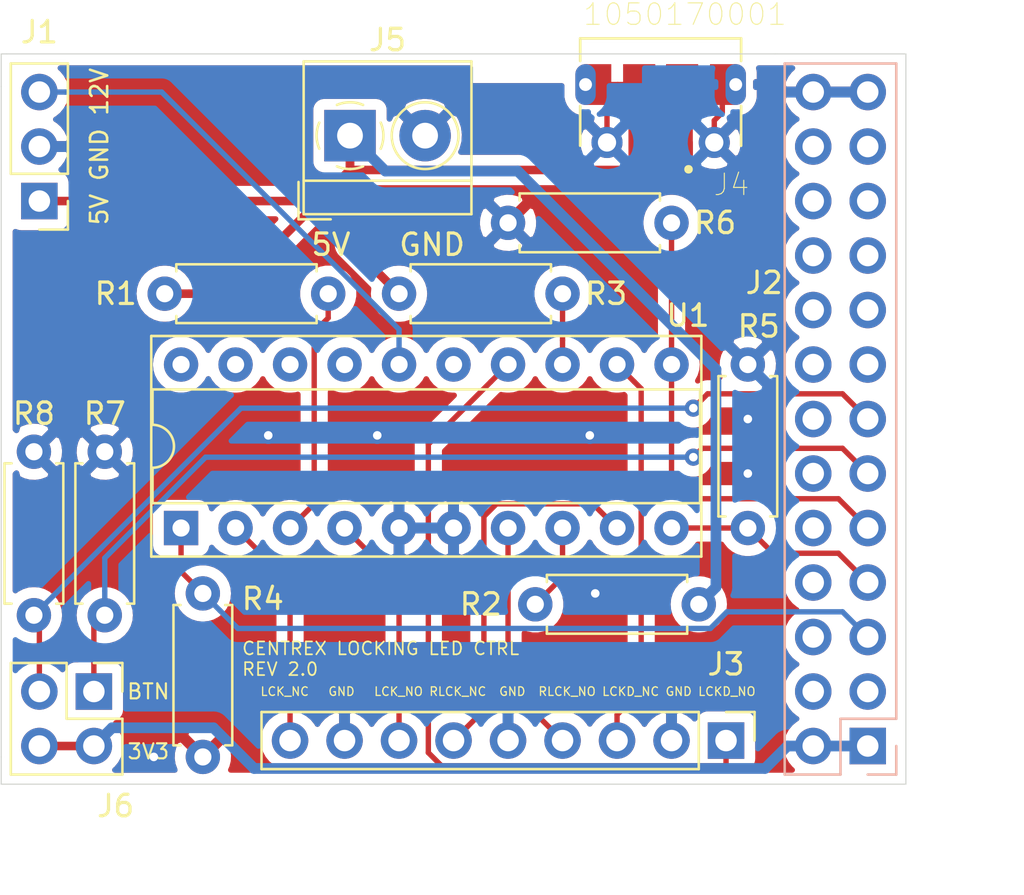
<source format=kicad_pcb>
(kicad_pcb (version 20171130) (host pcbnew "(5.1.4)-1")

  (general
    (thickness 1.6)
    (drawings 16)
    (tracks 114)
    (zones 0)
    (modules 15)
    (nets 44)
  )

  (page A4)
  (layers
    (0 F.Cu signal)
    (31 B.Cu signal)
    (32 B.Adhes user)
    (33 F.Adhes user)
    (34 B.Paste user)
    (35 F.Paste user)
    (36 B.SilkS user)
    (37 F.SilkS user)
    (38 B.Mask user)
    (39 F.Mask user)
    (40 Dwgs.User user)
    (41 Cmts.User user)
    (42 Eco1.User user)
    (43 Eco2.User user)
    (44 Edge.Cuts user)
    (45 Margin user)
    (46 B.CrtYd user hide)
    (47 F.CrtYd user)
    (48 B.Fab user)
    (49 F.Fab user hide)
  )

  (setup
    (last_trace_width 0.25)
    (trace_clearance 0.2)
    (zone_clearance 0.508)
    (zone_45_only no)
    (trace_min 0.2)
    (via_size 0.8)
    (via_drill 0.4)
    (via_min_size 0.4)
    (via_min_drill 0.3)
    (uvia_size 0.3)
    (uvia_drill 0.1)
    (uvias_allowed no)
    (uvia_min_size 0.2)
    (uvia_min_drill 0.1)
    (edge_width 0.05)
    (segment_width 0.2)
    (pcb_text_width 0.3)
    (pcb_text_size 1.5 1.5)
    (mod_edge_width 0.12)
    (mod_text_size 1 1)
    (mod_text_width 0.15)
    (pad_size 1.524 1.524)
    (pad_drill 0.762)
    (pad_to_mask_clearance 0.051)
    (solder_mask_min_width 0.25)
    (aux_axis_origin 0 0)
    (visible_elements 7FFFFFFF)
    (pcbplotparams
      (layerselection 0x010fc_ffffffff)
      (usegerberextensions false)
      (usegerberattributes false)
      (usegerberadvancedattributes false)
      (creategerberjobfile false)
      (excludeedgelayer true)
      (linewidth 0.100000)
      (plotframeref false)
      (viasonmask false)
      (mode 1)
      (useauxorigin false)
      (hpglpennumber 1)
      (hpglpenspeed 20)
      (hpglpendiameter 15.000000)
      (psnegative false)
      (psa4output false)
      (plotreference true)
      (plotvalue true)
      (plotinvisibletext false)
      (padsonsilk false)
      (subtractmaskfromsilk false)
      (outputformat 1)
      (mirror false)
      (drillshape 0)
      (scaleselection 1)
      (outputdirectory "gerber/"))
  )

  (net 0 "")
  (net 1 GND)
  (net 2 +5V)
  (net 3 locking_NO)
  (net 4 locking_NC)
  (net 5 auto_relock_NO)
  (net 6 auto_relock_NC)
  (net 7 locked_NO)
  (net 8 locked_NC)
  (net 9 "Net-(J4-Pad4)")
  (net 10 "Net-(J4-Pad3)")
  (net 11 "Net-(J4-Pad2)")
  (net 12 "Net-(R1-Pad1)")
  (net 13 "Net-(R2-Pad1)")
  (net 14 "Net-(R3-Pad1)")
  (net 15 "Net-(U1-Pad20)")
  (net 16 "Net-(U1-Pad19)")
  (net 17 "Net-(U1-Pad18)")
  (net 18 "Net-(U1-Pad17)")
  (net 19 "Net-(U1-Pad15)")
  (net 20 +12V)
  (net 21 "Net-(J2-Pad24)")
  (net 22 "Net-(J2-Pad23)")
  (net 23 "Net-(J2-Pad22)")
  (net 24 "Net-(J2-Pad21)")
  (net 25 "Net-(J2-Pad20)")
  (net 26 "Net-(J2-Pad19)")
  (net 27 DIO7_N)
  (net 28 DIO7_P)
  (net 29 DIO6_N)
  (net 30 DIO6_P)
  (net 31 DIO5_N)
  (net 32 DIO4_N)
  (net 33 DIO4_P)
  (net 34 DIO3_N)
  (net 35 DIO3_P)
  (net 36 DIO2_N)
  (net 37 DIO2_P)
  (net 38 DIO1_N)
  (net 39 DIO1_P)
  (net 40 DIO0_N)
  (net 41 DIO0_P)
  (net 42 +3V3)
  (net 43 AUTO_RELOCK_SWITCH)

  (net_class Default "This is the default net class."
    (clearance 0.2)
    (trace_width 0.25)
    (via_dia 0.8)
    (via_drill 0.4)
    (uvia_dia 0.3)
    (uvia_drill 0.1)
    (add_net +12V)
    (add_net +3V3)
    (add_net +5V)
    (add_net AUTO_RELOCK_SWITCH)
    (add_net DIO0_N)
    (add_net DIO0_P)
    (add_net DIO1_N)
    (add_net DIO1_P)
    (add_net DIO2_N)
    (add_net DIO2_P)
    (add_net DIO3_N)
    (add_net DIO3_P)
    (add_net DIO4_N)
    (add_net DIO4_P)
    (add_net DIO5_N)
    (add_net DIO6_N)
    (add_net DIO6_P)
    (add_net DIO7_N)
    (add_net DIO7_P)
    (add_net GND)
    (add_net "Net-(J2-Pad19)")
    (add_net "Net-(J2-Pad20)")
    (add_net "Net-(J2-Pad21)")
    (add_net "Net-(J2-Pad22)")
    (add_net "Net-(J2-Pad23)")
    (add_net "Net-(J2-Pad24)")
    (add_net "Net-(J4-Pad2)")
    (add_net "Net-(J4-Pad3)")
    (add_net "Net-(J4-Pad4)")
    (add_net "Net-(R1-Pad1)")
    (add_net "Net-(R2-Pad1)")
    (add_net "Net-(R3-Pad1)")
    (add_net "Net-(U1-Pad15)")
    (add_net "Net-(U1-Pad17)")
    (add_net "Net-(U1-Pad18)")
    (add_net "Net-(U1-Pad19)")
    (add_net "Net-(U1-Pad20)")
    (add_net auto_relock_NC)
    (add_net auto_relock_NO)
    (add_net locked_NC)
    (add_net locked_NO)
    (add_net locking_NC)
    (add_net locking_NO)
  )

  (module Resistor_THT:R_Axial_DIN0207_L6.3mm_D2.5mm_P7.62mm_Horizontal (layer F.Cu) (tedit 5AE5139B) (tstamp 5D81878D)
    (at 197.612 101.346 270)
    (descr "Resistor, Axial_DIN0207 series, Axial, Horizontal, pin pitch=7.62mm, 0.25W = 1/4W, length*diameter=6.3*2.5mm^2, http://cdn-reichelt.de/documents/datenblatt/B400/1_4W%23YAG.pdf")
    (tags "Resistor Axial_DIN0207 series Axial Horizontal pin pitch 7.62mm 0.25W = 1/4W length 6.3mm diameter 2.5mm")
    (path /5D86BB58)
    (fp_text reference R5 (at -1.778 -0.508 180) (layer F.SilkS)
      (effects (font (size 1 1) (thickness 0.15)))
    )
    (fp_text value R (at 3.81 2.37 90) (layer F.Fab)
      (effects (font (size 1 1) (thickness 0.15)))
    )
    (fp_text user %R (at 3.81 0 90) (layer F.Fab)
      (effects (font (size 1 1) (thickness 0.15)))
    )
    (fp_line (start 8.67 -1.5) (end -1.05 -1.5) (layer F.CrtYd) (width 0.05))
    (fp_line (start 8.67 1.5) (end 8.67 -1.5) (layer F.CrtYd) (width 0.05))
    (fp_line (start -1.05 1.5) (end 8.67 1.5) (layer F.CrtYd) (width 0.05))
    (fp_line (start -1.05 -1.5) (end -1.05 1.5) (layer F.CrtYd) (width 0.05))
    (fp_line (start 7.08 1.37) (end 7.08 1.04) (layer F.SilkS) (width 0.12))
    (fp_line (start 0.54 1.37) (end 7.08 1.37) (layer F.SilkS) (width 0.12))
    (fp_line (start 0.54 1.04) (end 0.54 1.37) (layer F.SilkS) (width 0.12))
    (fp_line (start 7.08 -1.37) (end 7.08 -1.04) (layer F.SilkS) (width 0.12))
    (fp_line (start 0.54 -1.37) (end 7.08 -1.37) (layer F.SilkS) (width 0.12))
    (fp_line (start 0.54 -1.04) (end 0.54 -1.37) (layer F.SilkS) (width 0.12))
    (fp_line (start 7.62 0) (end 6.96 0) (layer F.Fab) (width 0.1))
    (fp_line (start 0 0) (end 0.66 0) (layer F.Fab) (width 0.1))
    (fp_line (start 6.96 -1.25) (end 0.66 -1.25) (layer F.Fab) (width 0.1))
    (fp_line (start 6.96 1.25) (end 6.96 -1.25) (layer F.Fab) (width 0.1))
    (fp_line (start 0.66 1.25) (end 6.96 1.25) (layer F.Fab) (width 0.1))
    (fp_line (start 0.66 -1.25) (end 0.66 1.25) (layer F.Fab) (width 0.1))
    (pad 2 thru_hole oval (at 7.62 0 270) (size 1.6 1.6) (drill 0.8) (layers *.Cu *.Mask)
      (net 37 DIO2_P))
    (pad 1 thru_hole circle (at 0 0 270) (size 1.6 1.6) (drill 0.8) (layers *.Cu *.Mask)
      (net 1 GND))
    (model ${KISYS3DMOD}/Resistor_THT.3dshapes/R_Axial_DIN0207_L6.3mm_D2.5mm_P7.62mm_Horizontal.wrl
      (at (xyz 0 0 0))
      (scale (xyz 1 1 1))
      (rotate (xyz 0 0 0))
    )
  )

  (module Resistor_THT:R_Axial_DIN0207_L6.3mm_D2.5mm_P7.62mm_Horizontal (layer F.Cu) (tedit 5AE5139B) (tstamp 5DF3156C)
    (at 164.338 105.41 270)
    (descr "Resistor, Axial_DIN0207 series, Axial, Horizontal, pin pitch=7.62mm, 0.25W = 1/4W, length*diameter=6.3*2.5mm^2, http://cdn-reichelt.de/documents/datenblatt/B400/1_4W%23YAG.pdf")
    (tags "Resistor Axial_DIN0207 series Axial Horizontal pin pitch 7.62mm 0.25W = 1/4W length 6.3mm diameter 2.5mm")
    (path /5E0064F6)
    (fp_text reference R8 (at -1.778 0 180) (layer F.SilkS)
      (effects (font (size 1 1) (thickness 0.15)))
    )
    (fp_text value R (at 3.81 2.37 90) (layer F.Fab)
      (effects (font (size 1 1) (thickness 0.15)))
    )
    (fp_text user %R (at 3.81 0 90) (layer F.Fab)
      (effects (font (size 1 1) (thickness 0.15)))
    )
    (fp_line (start 8.67 -1.5) (end -1.05 -1.5) (layer F.CrtYd) (width 0.05))
    (fp_line (start 8.67 1.5) (end 8.67 -1.5) (layer F.CrtYd) (width 0.05))
    (fp_line (start -1.05 1.5) (end 8.67 1.5) (layer F.CrtYd) (width 0.05))
    (fp_line (start -1.05 -1.5) (end -1.05 1.5) (layer F.CrtYd) (width 0.05))
    (fp_line (start 7.08 1.37) (end 7.08 1.04) (layer F.SilkS) (width 0.12))
    (fp_line (start 0.54 1.37) (end 7.08 1.37) (layer F.SilkS) (width 0.12))
    (fp_line (start 0.54 1.04) (end 0.54 1.37) (layer F.SilkS) (width 0.12))
    (fp_line (start 7.08 -1.37) (end 7.08 -1.04) (layer F.SilkS) (width 0.12))
    (fp_line (start 0.54 -1.37) (end 7.08 -1.37) (layer F.SilkS) (width 0.12))
    (fp_line (start 0.54 -1.04) (end 0.54 -1.37) (layer F.SilkS) (width 0.12))
    (fp_line (start 7.62 0) (end 6.96 0) (layer F.Fab) (width 0.1))
    (fp_line (start 0 0) (end 0.66 0) (layer F.Fab) (width 0.1))
    (fp_line (start 6.96 -1.25) (end 0.66 -1.25) (layer F.Fab) (width 0.1))
    (fp_line (start 6.96 1.25) (end 6.96 -1.25) (layer F.Fab) (width 0.1))
    (fp_line (start 0.66 1.25) (end 6.96 1.25) (layer F.Fab) (width 0.1))
    (fp_line (start 0.66 -1.25) (end 0.66 1.25) (layer F.Fab) (width 0.1))
    (pad 2 thru_hole oval (at 7.62 0 270) (size 1.6 1.6) (drill 0.8) (layers *.Cu *.Mask)
      (net 43 AUTO_RELOCK_SWITCH))
    (pad 1 thru_hole circle (at 0 0 270) (size 1.6 1.6) (drill 0.8) (layers *.Cu *.Mask)
      (net 1 GND))
    (model ${KISYS3DMOD}/Resistor_THT.3dshapes/R_Axial_DIN0207_L6.3mm_D2.5mm_P7.62mm_Horizontal.wrl
      (at (xyz 0 0 0))
      (scale (xyz 1 1 1))
      (rotate (xyz 0 0 0))
    )
  )

  (module Resistor_THT:R_Axial_DIN0207_L6.3mm_D2.5mm_P7.62mm_Horizontal (layer F.Cu) (tedit 5AE5139B) (tstamp 5DF31555)
    (at 167.64 105.41 270)
    (descr "Resistor, Axial_DIN0207 series, Axial, Horizontal, pin pitch=7.62mm, 0.25W = 1/4W, length*diameter=6.3*2.5mm^2, http://cdn-reichelt.de/documents/datenblatt/B400/1_4W%23YAG.pdf")
    (tags "Resistor Axial_DIN0207 series Axial Horizontal pin pitch 7.62mm 0.25W = 1/4W length 6.3mm diameter 2.5mm")
    (path /5E006E22)
    (fp_text reference R7 (at -1.778 0 180) (layer F.SilkS)
      (effects (font (size 1 1) (thickness 0.15)))
    )
    (fp_text value R (at 3.81 2.37 90) (layer F.Fab)
      (effects (font (size 1 1) (thickness 0.15)))
    )
    (fp_text user %R (at 3.81 0 90) (layer F.Fab)
      (effects (font (size 1 1) (thickness 0.15)))
    )
    (fp_line (start 8.67 -1.5) (end -1.05 -1.5) (layer F.CrtYd) (width 0.05))
    (fp_line (start 8.67 1.5) (end 8.67 -1.5) (layer F.CrtYd) (width 0.05))
    (fp_line (start -1.05 1.5) (end 8.67 1.5) (layer F.CrtYd) (width 0.05))
    (fp_line (start -1.05 -1.5) (end -1.05 1.5) (layer F.CrtYd) (width 0.05))
    (fp_line (start 7.08 1.37) (end 7.08 1.04) (layer F.SilkS) (width 0.12))
    (fp_line (start 0.54 1.37) (end 7.08 1.37) (layer F.SilkS) (width 0.12))
    (fp_line (start 0.54 1.04) (end 0.54 1.37) (layer F.SilkS) (width 0.12))
    (fp_line (start 7.08 -1.37) (end 7.08 -1.04) (layer F.SilkS) (width 0.12))
    (fp_line (start 0.54 -1.37) (end 7.08 -1.37) (layer F.SilkS) (width 0.12))
    (fp_line (start 0.54 -1.04) (end 0.54 -1.37) (layer F.SilkS) (width 0.12))
    (fp_line (start 7.62 0) (end 6.96 0) (layer F.Fab) (width 0.1))
    (fp_line (start 0 0) (end 0.66 0) (layer F.Fab) (width 0.1))
    (fp_line (start 6.96 -1.25) (end 0.66 -1.25) (layer F.Fab) (width 0.1))
    (fp_line (start 6.96 1.25) (end 6.96 -1.25) (layer F.Fab) (width 0.1))
    (fp_line (start 0.66 1.25) (end 6.96 1.25) (layer F.Fab) (width 0.1))
    (fp_line (start 0.66 -1.25) (end 0.66 1.25) (layer F.Fab) (width 0.1))
    (pad 2 thru_hole oval (at 7.62 0 270) (size 1.6 1.6) (drill 0.8) (layers *.Cu *.Mask)
      (net 33 DIO4_P))
    (pad 1 thru_hole circle (at 0 0 270) (size 1.6 1.6) (drill 0.8) (layers *.Cu *.Mask)
      (net 1 GND))
    (model ${KISYS3DMOD}/Resistor_THT.3dshapes/R_Axial_DIN0207_L6.3mm_D2.5mm_P7.62mm_Horizontal.wrl
      (at (xyz 0 0 0))
      (scale (xyz 1 1 1))
      (rotate (xyz 0 0 0))
    )
  )

  (module Package_DIP:DIP-20_W7.62mm_Socket (layer F.Cu) (tedit 5A02E8C5) (tstamp 5D8187D4)
    (at 171.196 108.966 90)
    (descr "20-lead though-hole mounted DIP package, row spacing 7.62 mm (300 mils), Socket")
    (tags "THT DIP DIL PDIP 2.54mm 7.62mm 300mil Socket")
    (path /5D8133F4)
    (fp_text reference U1 (at 9.906 23.622 180) (layer F.SilkS)
      (effects (font (size 1 1) (thickness 0.15)))
    )
    (fp_text value MAX333A (at 3.81 25.19 90) (layer F.Fab)
      (effects (font (size 1 1) (thickness 0.15)))
    )
    (fp_text user %R (at 3.81 11.43 90) (layer F.Fab)
      (effects (font (size 1 1) (thickness 0.15)))
    )
    (fp_line (start 9.15 -1.6) (end -1.55 -1.6) (layer F.CrtYd) (width 0.05))
    (fp_line (start 9.15 24.45) (end 9.15 -1.6) (layer F.CrtYd) (width 0.05))
    (fp_line (start -1.55 24.45) (end 9.15 24.45) (layer F.CrtYd) (width 0.05))
    (fp_line (start -1.55 -1.6) (end -1.55 24.45) (layer F.CrtYd) (width 0.05))
    (fp_line (start 8.95 -1.39) (end -1.33 -1.39) (layer F.SilkS) (width 0.12))
    (fp_line (start 8.95 24.25) (end 8.95 -1.39) (layer F.SilkS) (width 0.12))
    (fp_line (start -1.33 24.25) (end 8.95 24.25) (layer F.SilkS) (width 0.12))
    (fp_line (start -1.33 -1.39) (end -1.33 24.25) (layer F.SilkS) (width 0.12))
    (fp_line (start 6.46 -1.33) (end 4.81 -1.33) (layer F.SilkS) (width 0.12))
    (fp_line (start 6.46 24.19) (end 6.46 -1.33) (layer F.SilkS) (width 0.12))
    (fp_line (start 1.16 24.19) (end 6.46 24.19) (layer F.SilkS) (width 0.12))
    (fp_line (start 1.16 -1.33) (end 1.16 24.19) (layer F.SilkS) (width 0.12))
    (fp_line (start 2.81 -1.33) (end 1.16 -1.33) (layer F.SilkS) (width 0.12))
    (fp_line (start 8.89 -1.33) (end -1.27 -1.33) (layer F.Fab) (width 0.1))
    (fp_line (start 8.89 24.19) (end 8.89 -1.33) (layer F.Fab) (width 0.1))
    (fp_line (start -1.27 24.19) (end 8.89 24.19) (layer F.Fab) (width 0.1))
    (fp_line (start -1.27 -1.33) (end -1.27 24.19) (layer F.Fab) (width 0.1))
    (fp_line (start 0.635 -0.27) (end 1.635 -1.27) (layer F.Fab) (width 0.1))
    (fp_line (start 0.635 24.13) (end 0.635 -0.27) (layer F.Fab) (width 0.1))
    (fp_line (start 6.985 24.13) (end 0.635 24.13) (layer F.Fab) (width 0.1))
    (fp_line (start 6.985 -1.27) (end 6.985 24.13) (layer F.Fab) (width 0.1))
    (fp_line (start 1.635 -1.27) (end 6.985 -1.27) (layer F.Fab) (width 0.1))
    (fp_arc (start 3.81 -1.33) (end 2.81 -1.33) (angle -180) (layer F.SilkS) (width 0.12))
    (pad 20 thru_hole oval (at 7.62 0 90) (size 1.6 1.6) (drill 0.8) (layers *.Cu *.Mask)
      (net 15 "Net-(U1-Pad20)"))
    (pad 10 thru_hole oval (at 0 22.86 90) (size 1.6 1.6) (drill 0.8) (layers *.Cu *.Mask)
      (net 37 DIO2_P))
    (pad 19 thru_hole oval (at 7.62 2.54 90) (size 1.6 1.6) (drill 0.8) (layers *.Cu *.Mask)
      (net 16 "Net-(U1-Pad19)"))
    (pad 9 thru_hole oval (at 0 20.32 90) (size 1.6 1.6) (drill 0.8) (layers *.Cu *.Mask)
      (net 6 auto_relock_NC))
    (pad 18 thru_hole oval (at 7.62 5.08 90) (size 1.6 1.6) (drill 0.8) (layers *.Cu *.Mask)
      (net 17 "Net-(U1-Pad18)"))
    (pad 8 thru_hole oval (at 0 17.78 90) (size 1.6 1.6) (drill 0.8) (layers *.Cu *.Mask)
      (net 13 "Net-(R2-Pad1)"))
    (pad 17 thru_hole oval (at 7.62 7.62 90) (size 1.6 1.6) (drill 0.8) (layers *.Cu *.Mask)
      (net 18 "Net-(U1-Pad17)"))
    (pad 7 thru_hole oval (at 0 15.24 90) (size 1.6 1.6) (drill 0.8) (layers *.Cu *.Mask)
      (net 5 auto_relock_NO))
    (pad 16 thru_hole oval (at 7.62 10.16 90) (size 1.6 1.6) (drill 0.8) (layers *.Cu *.Mask)
      (net 20 +12V))
    (pad 6 thru_hole oval (at 0 12.7 90) (size 1.6 1.6) (drill 0.8) (layers *.Cu *.Mask)
      (net 1 GND))
    (pad 15 thru_hole oval (at 7.62 12.7 90) (size 1.6 1.6) (drill 0.8) (layers *.Cu *.Mask)
      (net 19 "Net-(U1-Pad15)"))
    (pad 5 thru_hole oval (at 0 10.16 90) (size 1.6 1.6) (drill 0.8) (layers *.Cu *.Mask)
      (net 1 GND))
    (pad 14 thru_hole oval (at 7.62 15.24 90) (size 1.6 1.6) (drill 0.8) (layers *.Cu *.Mask)
      (net 7 locked_NO))
    (pad 4 thru_hole oval (at 0 7.62 90) (size 1.6 1.6) (drill 0.8) (layers *.Cu *.Mask)
      (net 3 locking_NO))
    (pad 13 thru_hole oval (at 7.62 17.78 90) (size 1.6 1.6) (drill 0.8) (layers *.Cu *.Mask)
      (net 14 "Net-(R3-Pad1)"))
    (pad 3 thru_hole oval (at 0 5.08 90) (size 1.6 1.6) (drill 0.8) (layers *.Cu *.Mask)
      (net 12 "Net-(R1-Pad1)"))
    (pad 12 thru_hole oval (at 7.62 20.32 90) (size 1.6 1.6) (drill 0.8) (layers *.Cu *.Mask)
      (net 8 locked_NC))
    (pad 2 thru_hole oval (at 0 2.54 90) (size 1.6 1.6) (drill 0.8) (layers *.Cu *.Mask)
      (net 4 locking_NC))
    (pad 11 thru_hole oval (at 7.62 22.86 90) (size 1.6 1.6) (drill 0.8) (layers *.Cu *.Mask)
      (net 35 DIO3_P))
    (pad 1 thru_hole rect (at 0 0 90) (size 1.6 1.6) (drill 0.8) (layers *.Cu *.Mask)
      (net 39 DIO1_P))
    (model ${KISYS3DMOD}/Package_DIP.3dshapes/DIP-20_W7.62mm_Socket.wrl
      (at (xyz 0 0 0))
      (scale (xyz 1 1 1))
      (rotate (xyz 0 0 0))
    )
  )

  (module Connector_PinHeader_2.54mm:PinHeader_2x02_P2.54mm_Vertical (layer F.Cu) (tedit 59FED5CC) (tstamp 5DF308A1)
    (at 167.132 116.586 270)
    (descr "Through hole straight pin header, 2x02, 2.54mm pitch, double rows")
    (tags "Through hole pin header THT 2x02 2.54mm double row")
    (path /5DFB3046)
    (fp_text reference J6 (at 5.334 -1.016 180) (layer F.SilkS)
      (effects (font (size 1 1) (thickness 0.15)))
    )
    (fp_text value Conn_02x02_Odd_Even (at 1.27 4.87 90) (layer F.Fab)
      (effects (font (size 1 1) (thickness 0.15)))
    )
    (fp_text user %R (at 1.27 1.27) (layer F.Fab)
      (effects (font (size 1 1) (thickness 0.15)))
    )
    (fp_line (start 4.35 -1.8) (end -1.8 -1.8) (layer F.CrtYd) (width 0.05))
    (fp_line (start 4.35 4.35) (end 4.35 -1.8) (layer F.CrtYd) (width 0.05))
    (fp_line (start -1.8 4.35) (end 4.35 4.35) (layer F.CrtYd) (width 0.05))
    (fp_line (start -1.8 -1.8) (end -1.8 4.35) (layer F.CrtYd) (width 0.05))
    (fp_line (start -1.33 -1.33) (end 0 -1.33) (layer F.SilkS) (width 0.12))
    (fp_line (start -1.33 0) (end -1.33 -1.33) (layer F.SilkS) (width 0.12))
    (fp_line (start 1.27 -1.33) (end 3.87 -1.33) (layer F.SilkS) (width 0.12))
    (fp_line (start 1.27 1.27) (end 1.27 -1.33) (layer F.SilkS) (width 0.12))
    (fp_line (start -1.33 1.27) (end 1.27 1.27) (layer F.SilkS) (width 0.12))
    (fp_line (start 3.87 -1.33) (end 3.87 3.87) (layer F.SilkS) (width 0.12))
    (fp_line (start -1.33 1.27) (end -1.33 3.87) (layer F.SilkS) (width 0.12))
    (fp_line (start -1.33 3.87) (end 3.87 3.87) (layer F.SilkS) (width 0.12))
    (fp_line (start -1.27 0) (end 0 -1.27) (layer F.Fab) (width 0.1))
    (fp_line (start -1.27 3.81) (end -1.27 0) (layer F.Fab) (width 0.1))
    (fp_line (start 3.81 3.81) (end -1.27 3.81) (layer F.Fab) (width 0.1))
    (fp_line (start 3.81 -1.27) (end 3.81 3.81) (layer F.Fab) (width 0.1))
    (fp_line (start 0 -1.27) (end 3.81 -1.27) (layer F.Fab) (width 0.1))
    (pad 4 thru_hole oval (at 2.54 2.54 270) (size 1.7 1.7) (drill 1) (layers *.Cu *.Mask)
      (net 42 +3V3))
    (pad 3 thru_hole oval (at 0 2.54 270) (size 1.7 1.7) (drill 1) (layers *.Cu *.Mask)
      (net 43 AUTO_RELOCK_SWITCH))
    (pad 2 thru_hole oval (at 2.54 0 270) (size 1.7 1.7) (drill 1) (layers *.Cu *.Mask)
      (net 42 +3V3))
    (pad 1 thru_hole rect (at 0 0 270) (size 1.7 1.7) (drill 1) (layers *.Cu *.Mask)
      (net 33 DIO4_P))
    (model ${KISYS3DMOD}/Connector_PinHeader_2.54mm.3dshapes/PinHeader_2x02_P2.54mm_Vertical.wrl
      (at (xyz 0 0 0))
      (scale (xyz 1 1 1))
      (rotate (xyz 0 0 0))
    )
  )

  (module TerminalBlock_4Ucon:TerminalBlock_4Ucon_1x02_P3.50mm_Horizontal (layer F.Cu) (tedit 5B294E91) (tstamp 5DF2F9F3)
    (at 179.07 90.678)
    (descr "Terminal Block 4Ucon ItemNo. 19963, 2 pins, pitch 3.5mm, size 7.7x7mm^2, drill diamater 1.2mm, pad diameter 2.4mm, see http://www.4uconnector.com/online/object/4udrawing/19963.pdf, script-generated using https://github.com/pointhi/kicad-footprint-generator/scripts/TerminalBlock_4Ucon")
    (tags "THT Terminal Block 4Ucon ItemNo. 19963 pitch 3.5mm size 7.7x7mm^2 drill 1.2mm pad 2.4mm")
    (path /5DF8B31E)
    (fp_text reference J5 (at 1.75 -4.46) (layer F.SilkS)
      (effects (font (size 1 1) (thickness 0.15)))
    )
    (fp_text value Screw_Terminal_01x02 (at 1.75 4.66) (layer F.Fab)
      (effects (font (size 1 1) (thickness 0.15)))
    )
    (fp_text user %R (at 1.75 2.9) (layer F.Fab)
      (effects (font (size 1 1) (thickness 0.15)))
    )
    (fp_line (start 6.1 -3.9) (end -2.6 -3.9) (layer F.CrtYd) (width 0.05))
    (fp_line (start 6.1 4.1) (end 6.1 -3.9) (layer F.CrtYd) (width 0.05))
    (fp_line (start -2.6 4.1) (end 6.1 4.1) (layer F.CrtYd) (width 0.05))
    (fp_line (start -2.6 -3.9) (end -2.6 4.1) (layer F.CrtYd) (width 0.05))
    (fp_line (start -2.4 3.9) (end -0.9 3.9) (layer F.SilkS) (width 0.12))
    (fp_line (start -2.4 2.16) (end -2.4 3.9) (layer F.SilkS) (width 0.12))
    (fp_line (start 2.4 0.069) (end 2.4 -0.069) (layer F.Fab) (width 0.1))
    (fp_line (start 3.431 0.069) (end 2.4 0.069) (layer F.Fab) (width 0.1))
    (fp_line (start 3.431 1.1) (end 3.431 0.069) (layer F.Fab) (width 0.1))
    (fp_line (start 3.569 1.1) (end 3.431 1.1) (layer F.Fab) (width 0.1))
    (fp_line (start 3.569 0.069) (end 3.569 1.1) (layer F.Fab) (width 0.1))
    (fp_line (start 4.6 0.069) (end 3.569 0.069) (layer F.Fab) (width 0.1))
    (fp_line (start 4.6 -0.069) (end 4.6 0.069) (layer F.Fab) (width 0.1))
    (fp_line (start 3.569 -0.069) (end 4.6 -0.069) (layer F.Fab) (width 0.1))
    (fp_line (start 3.569 -1.1) (end 3.569 -0.069) (layer F.Fab) (width 0.1))
    (fp_line (start 3.431 -1.1) (end 3.569 -1.1) (layer F.Fab) (width 0.1))
    (fp_line (start 3.431 -0.069) (end 3.431 -1.1) (layer F.Fab) (width 0.1))
    (fp_line (start 2.4 -0.069) (end 3.431 -0.069) (layer F.Fab) (width 0.1))
    (fp_line (start -1.1 0.069) (end -1.1 -0.069) (layer F.Fab) (width 0.1))
    (fp_line (start -0.069 0.069) (end -1.1 0.069) (layer F.Fab) (width 0.1))
    (fp_line (start -0.069 1.1) (end -0.069 0.069) (layer F.Fab) (width 0.1))
    (fp_line (start 0.069 1.1) (end -0.069 1.1) (layer F.Fab) (width 0.1))
    (fp_line (start 0.069 0.069) (end 0.069 1.1) (layer F.Fab) (width 0.1))
    (fp_line (start 1.1 0.069) (end 0.069 0.069) (layer F.Fab) (width 0.1))
    (fp_line (start 1.1 -0.069) (end 1.1 0.069) (layer F.Fab) (width 0.1))
    (fp_line (start 0.069 -0.069) (end 1.1 -0.069) (layer F.Fab) (width 0.1))
    (fp_line (start 0.069 -1.1) (end 0.069 -0.069) (layer F.Fab) (width 0.1))
    (fp_line (start -0.069 -1.1) (end 0.069 -1.1) (layer F.Fab) (width 0.1))
    (fp_line (start -0.069 -0.069) (end -0.069 -1.1) (layer F.Fab) (width 0.1))
    (fp_line (start -1.1 -0.069) (end -0.069 -0.069) (layer F.Fab) (width 0.1))
    (fp_line (start 5.66 -3.46) (end 5.66 3.66) (layer F.SilkS) (width 0.12))
    (fp_line (start -2.16 -3.46) (end -2.16 3.66) (layer F.SilkS) (width 0.12))
    (fp_line (start -2.16 3.66) (end 5.66 3.66) (layer F.SilkS) (width 0.12))
    (fp_line (start -2.16 -3.46) (end 5.66 -3.46) (layer F.SilkS) (width 0.12))
    (fp_line (start -2.16 2.1) (end 5.66 2.1) (layer F.SilkS) (width 0.12))
    (fp_line (start -2.1 2.1) (end 5.6 2.1) (layer F.Fab) (width 0.1))
    (fp_line (start -2.1 2.1) (end -2.1 -3.4) (layer F.Fab) (width 0.1))
    (fp_line (start -0.6 3.6) (end -2.1 2.1) (layer F.Fab) (width 0.1))
    (fp_line (start 5.6 3.6) (end -0.6 3.6) (layer F.Fab) (width 0.1))
    (fp_line (start 5.6 -3.4) (end 5.6 3.6) (layer F.Fab) (width 0.1))
    (fp_line (start -2.1 -3.4) (end 5.6 -3.4) (layer F.Fab) (width 0.1))
    (fp_circle (center 3.5 0) (end 5.055 0) (layer F.SilkS) (width 0.12))
    (fp_circle (center 3.5 0) (end 4.875 0) (layer F.Fab) (width 0.1))
    (fp_circle (center 0 0) (end 1.375 0) (layer F.Fab) (width 0.1))
    (fp_arc (start 0 0) (end -0.608 1.432) (angle -24) (layer F.SilkS) (width 0.12))
    (fp_arc (start 0 0) (end -1.432 -0.608) (angle -46) (layer F.SilkS) (width 0.12))
    (fp_arc (start 0 0) (end 0.608 -1.432) (angle -46) (layer F.SilkS) (width 0.12))
    (fp_arc (start 0 0) (end 1.432 0.608) (angle -46) (layer F.SilkS) (width 0.12))
    (fp_arc (start 0 0) (end 0 1.555) (angle -23) (layer F.SilkS) (width 0.12))
    (pad 2 thru_hole circle (at 3.5 0) (size 2.4 2.4) (drill 1.2) (layers *.Cu *.Mask)
      (net 1 GND))
    (pad 1 thru_hole rect (at 0 0) (size 2.4 2.4) (drill 1.2) (layers *.Cu *.Mask)
      (net 2 +5V))
    (model ${KISYS3DMOD}/TerminalBlock_4Ucon.3dshapes/TerminalBlock_4Ucon_1x02_P3.50mm_Horizontal.wrl
      (at (xyz 0 0 0))
      (scale (xyz 1 1 1))
      (rotate (xyz 0 0 0))
    )
  )

  (module "molex 1050170001:MOLEX_1050170001" (layer F.Cu) (tedit 0) (tstamp 5DF2F018)
    (at 193.548 88.646 180)
    (path /5DF731DD)
    (attr smd)
    (fp_text reference J4 (at -3.302 -4.318) (layer F.SilkS)
      (effects (font (size 1.00006 1.00006) (thickness 0.05)))
    )
    (fp_text value 1050170001 (at -1.1357 3.61727) (layer F.SilkS)
      (effects (font (size 1.00063 1.00063) (thickness 0.05)))
    )
    (fp_circle (center -1.3 -1.9) (end -1.2 -1.9) (layer Eco2.User) (width 0.2))
    (fp_text user PCB~EDGE (at 4.80799 1.803) (layer Edge.Cuts)
      (effects (font (size 1 1) (thickness 0.05)))
    )
    (fp_line (start 3.75 1.8) (end 6 1.8) (layer Eco2.User) (width 0.127))
    (fp_line (start -3.75 1.8) (end -6 1.8) (layer Eco2.User) (width 0.127))
    (fp_line (start -3.75 2.5) (end -3.75 1.45) (layer F.SilkS) (width 0.127))
    (fp_line (start 3.75 2.5) (end -3.75 2.5) (layer F.SilkS) (width 0.127))
    (fp_line (start 3.75 1.45) (end 3.75 2.5) (layer F.SilkS) (width 0.127))
    (fp_line (start 3.75 2.5) (end 3.75 1.8) (layer Eco2.User) (width 0.127))
    (fp_line (start -3.75 2.45) (end -3.75 1.8) (layer Eco2.User) (width 0.127))
    (fp_line (start 3.75 2.5) (end -3.75 2.5) (layer Eco2.User) (width 0.127))
    (fp_line (start 3.2 0.7) (end 3.2 0) (layer Edge.Cuts) (width 0.0001))
    (fp_arc (start 3.5 0.7) (end 3.2 0.7) (angle -90) (layer Edge.Cuts) (width 0.0001))
    (fp_arc (start 3.5 0.7) (end 3.5 1) (angle -90) (layer Edge.Cuts) (width 0.0001))
    (fp_line (start 3.8 0) (end 3.8 0.7) (layer Edge.Cuts) (width 0.0001))
    (fp_arc (start 3.5 0) (end 3.8 0) (angle -90) (layer Edge.Cuts) (width 0.0001))
    (fp_arc (start 3.5 0) (end 3.5 -0.3) (angle -90) (layer Edge.Cuts) (width 0.0001))
    (fp_line (start -3.8 0.7) (end -3.8 0) (layer Edge.Cuts) (width 0.0001))
    (fp_arc (start -3.5 0.7) (end -3.8 0.7) (angle -90) (layer Edge.Cuts) (width 0.0001))
    (fp_arc (start -3.5 0.7) (end -3.5 1) (angle -90) (layer Edge.Cuts) (width 0.0001))
    (fp_line (start -3.2 0) (end -3.2 0.7) (layer Edge.Cuts) (width 0.0001))
    (fp_arc (start -3.5 0) (end -3.2 0) (angle -90) (layer Edge.Cuts) (width 0.0001))
    (fp_arc (start -3.5 0) (end -3.5 -0.3) (angle -90) (layer Edge.Cuts) (width 0.0001))
    (fp_circle (center -1.3 -3.6) (end -1.2 -3.6) (layer F.SilkS) (width 0.2))
    (fp_line (start 4.25 -3.35) (end -4.25 -3.35) (layer Eco1.User) (width 0.05))
    (fp_line (start 4.25 2.65) (end 4.25 -3.35) (layer Eco1.User) (width 0.05))
    (fp_line (start -4.25 2.65) (end 4.25 2.65) (layer Eco1.User) (width 0.05))
    (fp_line (start -4.25 -3.35) (end -4.25 2.65) (layer Eco1.User) (width 0.05))
    (fp_line (start 3.75 -2.5) (end 3.75 -0.65) (layer F.SilkS) (width 0.127))
    (fp_line (start -3.75 -0.65) (end -3.75 -2.5) (layer F.SilkS) (width 0.127))
    (fp_line (start -3.75 1.8) (end -3.75 -2.5) (layer Eco2.User) (width 0.127))
    (fp_line (start 3.75 1.8) (end -3.75 1.8) (layer Eco2.User) (width 0.127))
    (fp_line (start 3.75 -2.5) (end 3.75 1.8) (layer Eco2.User) (width 0.127))
    (fp_line (start -3.75 -2.5) (end 3.75 -2.5) (layer Eco2.User) (width 0.127))
    (pad SH8 thru_hole oval (at 3.5 0.35 270) (size 1.9 0.95) (drill 0.6) (layers *.Cu *.Mask)
      (net 1 GND))
    (pad SH3 thru_hole oval (at -3.5 0.35 270) (size 1.9 0.95) (drill 0.6) (layers *.Cu *.Mask)
      (net 1 GND))
    (pad SH7 smd rect (at 2.9 0.35 270) (size 1.9 1.2) (layers F.Cu F.Paste F.Mask)
      (net 1 GND))
    (pad SH4 smd rect (at -2.9 0.35 270) (size 1.9 1.2) (layers F.Cu F.Paste F.Mask)
      (net 1 GND))
    (pad SH6 smd rect (at 1 0.35 270) (size 1.9 1.5) (layers F.Cu F.Paste F.Mask)
      (net 1 GND))
    (pad SH5 smd rect (at -1 0.35 270) (size 1.9 1.5) (layers F.Cu F.Paste F.Mask)
      (net 1 GND))
    (pad 5 smd rect (at 1.3 -2.35 270) (size 1.35 0.4) (layers F.Cu F.Paste F.Mask)
      (net 1 GND))
    (pad 4 smd rect (at 0.65 -2.35 270) (size 1.35 0.4) (layers F.Cu F.Paste F.Mask)
      (net 9 "Net-(J4-Pad4)"))
    (pad 3 smd rect (at 0 -2.35 270) (size 1.35 0.4) (layers F.Cu F.Paste F.Mask)
      (net 10 "Net-(J4-Pad3)"))
    (pad 2 smd rect (at -0.65 -2.35 270) (size 1.35 0.4) (layers F.Cu F.Paste F.Mask)
      (net 11 "Net-(J4-Pad2)"))
    (pad 1 smd rect (at -1.3 -2.35 270) (size 1.35 0.4) (layers F.Cu F.Paste F.Mask)
      (net 2 +5V))
    (pad SH2 thru_hole circle (at 2.5 -2.35 180) (size 1.45 1.45) (drill 0.85) (layers *.Cu *.Mask)
      (net 1 GND))
    (pad SH1 thru_hole circle (at -2.5 -2.35 180) (size 1.45 1.45) (drill 0.85) (layers *.Cu *.Mask)
      (net 1 GND))
  )

  (module Connector_PinSocket_2.54mm:PinSocket_2x13_P2.54mm_Vertical (layer B.Cu) (tedit 5A19A430) (tstamp 5DF28C1F)
    (at 203.2 119.126)
    (descr "Through hole straight socket strip, 2x13, 2.54mm pitch, double cols (from Kicad 4.0.7), script generated")
    (tags "Through hole socket strip THT 2x13 2.54mm double row")
    (path /5DF2E149)
    (fp_text reference J2 (at -4.826 -21.59) (layer F.SilkS)
      (effects (font (size 1 1) (thickness 0.15)))
    )
    (fp_text value Conn_02x13_Odd_Even (at -1.27 -33.25) (layer B.Fab)
      (effects (font (size 1 1) (thickness 0.15)) (justify mirror))
    )
    (fp_text user %R (at -1.27 -15.24 -90) (layer B.Fab)
      (effects (font (size 1 1) (thickness 0.15)) (justify mirror))
    )
    (fp_line (start -4.34 -32.25) (end -4.34 1.8) (layer B.CrtYd) (width 0.05))
    (fp_line (start 1.76 -32.25) (end -4.34 -32.25) (layer B.CrtYd) (width 0.05))
    (fp_line (start 1.76 1.8) (end 1.76 -32.25) (layer B.CrtYd) (width 0.05))
    (fp_line (start -4.34 1.8) (end 1.76 1.8) (layer B.CrtYd) (width 0.05))
    (fp_line (start 0 1.33) (end 1.33 1.33) (layer B.SilkS) (width 0.12))
    (fp_line (start 1.33 1.33) (end 1.33 0) (layer B.SilkS) (width 0.12))
    (fp_line (start -1.27 1.33) (end -1.27 -1.27) (layer B.SilkS) (width 0.12))
    (fp_line (start -1.27 -1.27) (end 1.33 -1.27) (layer B.SilkS) (width 0.12))
    (fp_line (start 1.33 -1.27) (end 1.33 -31.81) (layer B.SilkS) (width 0.12))
    (fp_line (start -3.87 -31.81) (end 1.33 -31.81) (layer B.SilkS) (width 0.12))
    (fp_line (start -3.87 1.33) (end -3.87 -31.81) (layer B.SilkS) (width 0.12))
    (fp_line (start -3.87 1.33) (end -1.27 1.33) (layer B.SilkS) (width 0.12))
    (fp_line (start -3.81 -31.75) (end -3.81 1.27) (layer B.Fab) (width 0.1))
    (fp_line (start 1.27 -31.75) (end -3.81 -31.75) (layer B.Fab) (width 0.1))
    (fp_line (start 1.27 0.27) (end 1.27 -31.75) (layer B.Fab) (width 0.1))
    (fp_line (start 0.27 1.27) (end 1.27 0.27) (layer B.Fab) (width 0.1))
    (fp_line (start -3.81 1.27) (end 0.27 1.27) (layer B.Fab) (width 0.1))
    (pad 26 thru_hole oval (at -2.54 -30.48) (size 1.7 1.7) (drill 1) (layers *.Cu *.Mask)
      (net 1 GND))
    (pad 25 thru_hole oval (at 0 -30.48) (size 1.7 1.7) (drill 1) (layers *.Cu *.Mask)
      (net 1 GND))
    (pad 24 thru_hole oval (at -2.54 -27.94) (size 1.7 1.7) (drill 1) (layers *.Cu *.Mask)
      (net 21 "Net-(J2-Pad24)"))
    (pad 23 thru_hole oval (at 0 -27.94) (size 1.7 1.7) (drill 1) (layers *.Cu *.Mask)
      (net 22 "Net-(J2-Pad23)"))
    (pad 22 thru_hole oval (at -2.54 -25.4) (size 1.7 1.7) (drill 1) (layers *.Cu *.Mask)
      (net 23 "Net-(J2-Pad22)"))
    (pad 21 thru_hole oval (at 0 -25.4) (size 1.7 1.7) (drill 1) (layers *.Cu *.Mask)
      (net 24 "Net-(J2-Pad21)"))
    (pad 20 thru_hole oval (at -2.54 -22.86) (size 1.7 1.7) (drill 1) (layers *.Cu *.Mask)
      (net 25 "Net-(J2-Pad20)"))
    (pad 19 thru_hole oval (at 0 -22.86) (size 1.7 1.7) (drill 1) (layers *.Cu *.Mask)
      (net 26 "Net-(J2-Pad19)"))
    (pad 18 thru_hole oval (at -2.54 -20.32) (size 1.7 1.7) (drill 1) (layers *.Cu *.Mask)
      (net 27 DIO7_N))
    (pad 17 thru_hole oval (at 0 -20.32) (size 1.7 1.7) (drill 1) (layers *.Cu *.Mask)
      (net 28 DIO7_P))
    (pad 16 thru_hole oval (at -2.54 -17.78) (size 1.7 1.7) (drill 1) (layers *.Cu *.Mask)
      (net 29 DIO6_N))
    (pad 15 thru_hole oval (at 0 -17.78) (size 1.7 1.7) (drill 1) (layers *.Cu *.Mask)
      (net 30 DIO6_P))
    (pad 14 thru_hole oval (at -2.54 -15.24) (size 1.7 1.7) (drill 1) (layers *.Cu *.Mask)
      (net 31 DIO5_N))
    (pad 13 thru_hole oval (at 0 -15.24) (size 1.7 1.7) (drill 1) (layers *.Cu *.Mask)
      (net 43 AUTO_RELOCK_SWITCH))
    (pad 12 thru_hole oval (at -2.54 -12.7) (size 1.7 1.7) (drill 1) (layers *.Cu *.Mask)
      (net 32 DIO4_N))
    (pad 11 thru_hole oval (at 0 -12.7) (size 1.7 1.7) (drill 1) (layers *.Cu *.Mask)
      (net 33 DIO4_P))
    (pad 10 thru_hole oval (at -2.54 -10.16) (size 1.7 1.7) (drill 1) (layers *.Cu *.Mask)
      (net 34 DIO3_N))
    (pad 9 thru_hole oval (at 0 -10.16) (size 1.7 1.7) (drill 1) (layers *.Cu *.Mask)
      (net 35 DIO3_P))
    (pad 8 thru_hole oval (at -2.54 -7.62) (size 1.7 1.7) (drill 1) (layers *.Cu *.Mask)
      (net 36 DIO2_N))
    (pad 7 thru_hole oval (at 0 -7.62) (size 1.7 1.7) (drill 1) (layers *.Cu *.Mask)
      (net 37 DIO2_P))
    (pad 6 thru_hole oval (at -2.54 -5.08) (size 1.7 1.7) (drill 1) (layers *.Cu *.Mask)
      (net 38 DIO1_N))
    (pad 5 thru_hole oval (at 0 -5.08) (size 1.7 1.7) (drill 1) (layers *.Cu *.Mask)
      (net 39 DIO1_P))
    (pad 4 thru_hole oval (at -2.54 -2.54) (size 1.7 1.7) (drill 1) (layers *.Cu *.Mask)
      (net 40 DIO0_N))
    (pad 3 thru_hole oval (at 0 -2.54) (size 1.7 1.7) (drill 1) (layers *.Cu *.Mask)
      (net 41 DIO0_P))
    (pad 2 thru_hole oval (at -2.54 0) (size 1.7 1.7) (drill 1) (layers *.Cu *.Mask)
      (net 42 +3V3))
    (pad 1 thru_hole rect (at 0 0) (size 1.7 1.7) (drill 1) (layers *.Cu *.Mask)
      (net 42 +3V3))
    (model ${KISYS3DMOD}/Connector_PinSocket_2.54mm.3dshapes/PinSocket_2x13_P2.54mm_Vertical.wrl
      (at (xyz 0 0 0))
      (scale (xyz 1 1 1))
      (rotate (xyz 0 0 0))
    )
  )

  (module Connector_PinHeader_2.54mm:PinHeader_1x03_P2.54mm_Vertical (layer F.Cu) (tedit 59FED5CC) (tstamp 5D81A44B)
    (at 164.592 93.726 180)
    (descr "Through hole straight pin header, 1x03, 2.54mm pitch, single row")
    (tags "Through hole pin header THT 1x03 2.54mm single row")
    (path /5D8DE883)
    (fp_text reference J1 (at 0 7.874) (layer F.SilkS)
      (effects (font (size 1 1) (thickness 0.15)))
    )
    (fp_text value Conn_01x03 (at 0 7.41) (layer F.Fab)
      (effects (font (size 1 1) (thickness 0.15)))
    )
    (fp_text user %R (at 0 2.54 90) (layer F.Fab)
      (effects (font (size 1 1) (thickness 0.15)))
    )
    (fp_line (start 1.8 -1.8) (end -1.8 -1.8) (layer F.CrtYd) (width 0.05))
    (fp_line (start 1.8 6.85) (end 1.8 -1.8) (layer F.CrtYd) (width 0.05))
    (fp_line (start -1.8 6.85) (end 1.8 6.85) (layer F.CrtYd) (width 0.05))
    (fp_line (start -1.8 -1.8) (end -1.8 6.85) (layer F.CrtYd) (width 0.05))
    (fp_line (start -1.33 -1.33) (end 0 -1.33) (layer F.SilkS) (width 0.12))
    (fp_line (start -1.33 0) (end -1.33 -1.33) (layer F.SilkS) (width 0.12))
    (fp_line (start -1.33 1.27) (end 1.33 1.27) (layer F.SilkS) (width 0.12))
    (fp_line (start 1.33 1.27) (end 1.33 6.41) (layer F.SilkS) (width 0.12))
    (fp_line (start -1.33 1.27) (end -1.33 6.41) (layer F.SilkS) (width 0.12))
    (fp_line (start -1.33 6.41) (end 1.33 6.41) (layer F.SilkS) (width 0.12))
    (fp_line (start -1.27 -0.635) (end -0.635 -1.27) (layer F.Fab) (width 0.1))
    (fp_line (start -1.27 6.35) (end -1.27 -0.635) (layer F.Fab) (width 0.1))
    (fp_line (start 1.27 6.35) (end -1.27 6.35) (layer F.Fab) (width 0.1))
    (fp_line (start 1.27 -1.27) (end 1.27 6.35) (layer F.Fab) (width 0.1))
    (fp_line (start -0.635 -1.27) (end 1.27 -1.27) (layer F.Fab) (width 0.1))
    (pad 3 thru_hole oval (at 0 5.08 180) (size 1.7 1.7) (drill 1) (layers *.Cu *.Mask)
      (net 20 +12V))
    (pad 2 thru_hole oval (at 0 2.54 180) (size 1.7 1.7) (drill 1) (layers *.Cu *.Mask)
      (net 1 GND))
    (pad 1 thru_hole rect (at 0 0 180) (size 1.7 1.7) (drill 1) (layers *.Cu *.Mask)
      (net 2 +5V))
    (model ${KISYS3DMOD}/Connector_PinHeader_2.54mm.3dshapes/PinHeader_1x03_P2.54mm_Vertical.wrl
      (at (xyz 0 0 0))
      (scale (xyz 1 1 1))
      (rotate (xyz 0 0 0))
    )
  )

  (module Resistor_THT:R_Axial_DIN0207_L6.3mm_D2.5mm_P7.62mm_Horizontal (layer F.Cu) (tedit 5AE5139B) (tstamp 5D819469)
    (at 186.436 94.742)
    (descr "Resistor, Axial_DIN0207 series, Axial, Horizontal, pin pitch=7.62mm, 0.25W = 1/4W, length*diameter=6.3*2.5mm^2, http://cdn-reichelt.de/documents/datenblatt/B400/1_4W%23YAG.pdf")
    (tags "Resistor Axial_DIN0207 series Axial Horizontal pin pitch 7.62mm 0.25W = 1/4W length 6.3mm diameter 2.5mm")
    (path /5D86C0C2)
    (fp_text reference R6 (at 9.652 0) (layer F.SilkS)
      (effects (font (size 1 1) (thickness 0.15)))
    )
    (fp_text value R (at 3.81 2.37) (layer F.Fab)
      (effects (font (size 1 1) (thickness 0.15)))
    )
    (fp_text user %R (at 3.81 0) (layer F.Fab)
      (effects (font (size 1 1) (thickness 0.15)))
    )
    (fp_line (start 8.67 -1.5) (end -1.05 -1.5) (layer F.CrtYd) (width 0.05))
    (fp_line (start 8.67 1.5) (end 8.67 -1.5) (layer F.CrtYd) (width 0.05))
    (fp_line (start -1.05 1.5) (end 8.67 1.5) (layer F.CrtYd) (width 0.05))
    (fp_line (start -1.05 -1.5) (end -1.05 1.5) (layer F.CrtYd) (width 0.05))
    (fp_line (start 7.08 1.37) (end 7.08 1.04) (layer F.SilkS) (width 0.12))
    (fp_line (start 0.54 1.37) (end 7.08 1.37) (layer F.SilkS) (width 0.12))
    (fp_line (start 0.54 1.04) (end 0.54 1.37) (layer F.SilkS) (width 0.12))
    (fp_line (start 7.08 -1.37) (end 7.08 -1.04) (layer F.SilkS) (width 0.12))
    (fp_line (start 0.54 -1.37) (end 7.08 -1.37) (layer F.SilkS) (width 0.12))
    (fp_line (start 0.54 -1.04) (end 0.54 -1.37) (layer F.SilkS) (width 0.12))
    (fp_line (start 7.62 0) (end 6.96 0) (layer F.Fab) (width 0.1))
    (fp_line (start 0 0) (end 0.66 0) (layer F.Fab) (width 0.1))
    (fp_line (start 6.96 -1.25) (end 0.66 -1.25) (layer F.Fab) (width 0.1))
    (fp_line (start 6.96 1.25) (end 6.96 -1.25) (layer F.Fab) (width 0.1))
    (fp_line (start 0.66 1.25) (end 6.96 1.25) (layer F.Fab) (width 0.1))
    (fp_line (start 0.66 -1.25) (end 0.66 1.25) (layer F.Fab) (width 0.1))
    (pad 2 thru_hole oval (at 7.62 0) (size 1.6 1.6) (drill 0.8) (layers *.Cu *.Mask)
      (net 35 DIO3_P))
    (pad 1 thru_hole circle (at 0 0) (size 1.6 1.6) (drill 0.8) (layers *.Cu *.Mask)
      (net 1 GND))
    (model ${KISYS3DMOD}/Resistor_THT.3dshapes/R_Axial_DIN0207_L6.3mm_D2.5mm_P7.62mm_Horizontal.wrl
      (at (xyz 0 0 0))
      (scale (xyz 1 1 1))
      (rotate (xyz 0 0 0))
    )
  )

  (module Resistor_THT:R_Axial_DIN0207_L6.3mm_D2.5mm_P7.62mm_Horizontal (layer F.Cu) (tedit 5AE5139B) (tstamp 5D818776)
    (at 172.212 119.634 90)
    (descr "Resistor, Axial_DIN0207 series, Axial, Horizontal, pin pitch=7.62mm, 0.25W = 1/4W, length*diameter=6.3*2.5mm^2, http://cdn-reichelt.de/documents/datenblatt/B400/1_4W%23YAG.pdf")
    (tags "Resistor Axial_DIN0207 series Axial Horizontal pin pitch 7.62mm 0.25W = 1/4W length 6.3mm diameter 2.5mm")
    (path /5D83AF7C)
    (fp_text reference R4 (at 7.366 2.794 180) (layer F.SilkS)
      (effects (font (size 1 1) (thickness 0.15)))
    )
    (fp_text value R (at 3.81 2.37 90) (layer F.Fab)
      (effects (font (size 1 1) (thickness 0.15)))
    )
    (fp_text user %R (at 3.81 0 90) (layer F.Fab)
      (effects (font (size 1 1) (thickness 0.15)))
    )
    (fp_line (start 8.67 -1.5) (end -1.05 -1.5) (layer F.CrtYd) (width 0.05))
    (fp_line (start 8.67 1.5) (end 8.67 -1.5) (layer F.CrtYd) (width 0.05))
    (fp_line (start -1.05 1.5) (end 8.67 1.5) (layer F.CrtYd) (width 0.05))
    (fp_line (start -1.05 -1.5) (end -1.05 1.5) (layer F.CrtYd) (width 0.05))
    (fp_line (start 7.08 1.37) (end 7.08 1.04) (layer F.SilkS) (width 0.12))
    (fp_line (start 0.54 1.37) (end 7.08 1.37) (layer F.SilkS) (width 0.12))
    (fp_line (start 0.54 1.04) (end 0.54 1.37) (layer F.SilkS) (width 0.12))
    (fp_line (start 7.08 -1.37) (end 7.08 -1.04) (layer F.SilkS) (width 0.12))
    (fp_line (start 0.54 -1.37) (end 7.08 -1.37) (layer F.SilkS) (width 0.12))
    (fp_line (start 0.54 -1.04) (end 0.54 -1.37) (layer F.SilkS) (width 0.12))
    (fp_line (start 7.62 0) (end 6.96 0) (layer F.Fab) (width 0.1))
    (fp_line (start 0 0) (end 0.66 0) (layer F.Fab) (width 0.1))
    (fp_line (start 6.96 -1.25) (end 0.66 -1.25) (layer F.Fab) (width 0.1))
    (fp_line (start 6.96 1.25) (end 6.96 -1.25) (layer F.Fab) (width 0.1))
    (fp_line (start 0.66 1.25) (end 6.96 1.25) (layer F.Fab) (width 0.1))
    (fp_line (start 0.66 -1.25) (end 0.66 1.25) (layer F.Fab) (width 0.1))
    (pad 2 thru_hole oval (at 7.62 0 90) (size 1.6 1.6) (drill 0.8) (layers *.Cu *.Mask)
      (net 39 DIO1_P))
    (pad 1 thru_hole circle (at 0 0 90) (size 1.6 1.6) (drill 0.8) (layers *.Cu *.Mask)
      (net 1 GND))
    (model ${KISYS3DMOD}/Resistor_THT.3dshapes/R_Axial_DIN0207_L6.3mm_D2.5mm_P7.62mm_Horizontal.wrl
      (at (xyz 0 0 0))
      (scale (xyz 1 1 1))
      (rotate (xyz 0 0 0))
    )
  )

  (module Resistor_THT:R_Axial_DIN0207_L6.3mm_D2.5mm_P7.62mm_Horizontal (layer F.Cu) (tedit 5AE5139B) (tstamp 5D81AB04)
    (at 188.976 98.044 180)
    (descr "Resistor, Axial_DIN0207 series, Axial, Horizontal, pin pitch=7.62mm, 0.25W = 1/4W, length*diameter=6.3*2.5mm^2, http://cdn-reichelt.de/documents/datenblatt/B400/1_4W%23YAG.pdf")
    (tags "Resistor Axial_DIN0207 series Axial Horizontal pin pitch 7.62mm 0.25W = 1/4W length 6.3mm diameter 2.5mm")
    (path /5D868D6D)
    (fp_text reference R3 (at -2.032 0) (layer F.SilkS)
      (effects (font (size 1 1) (thickness 0.15)))
    )
    (fp_text value R (at 3.81 2.37) (layer F.Fab)
      (effects (font (size 1 1) (thickness 0.15)))
    )
    (fp_text user %R (at 3.81 0) (layer F.Fab)
      (effects (font (size 1 1) (thickness 0.15)))
    )
    (fp_line (start 8.67 -1.5) (end -1.05 -1.5) (layer F.CrtYd) (width 0.05))
    (fp_line (start 8.67 1.5) (end 8.67 -1.5) (layer F.CrtYd) (width 0.05))
    (fp_line (start -1.05 1.5) (end 8.67 1.5) (layer F.CrtYd) (width 0.05))
    (fp_line (start -1.05 -1.5) (end -1.05 1.5) (layer F.CrtYd) (width 0.05))
    (fp_line (start 7.08 1.37) (end 7.08 1.04) (layer F.SilkS) (width 0.12))
    (fp_line (start 0.54 1.37) (end 7.08 1.37) (layer F.SilkS) (width 0.12))
    (fp_line (start 0.54 1.04) (end 0.54 1.37) (layer F.SilkS) (width 0.12))
    (fp_line (start 7.08 -1.37) (end 7.08 -1.04) (layer F.SilkS) (width 0.12))
    (fp_line (start 0.54 -1.37) (end 7.08 -1.37) (layer F.SilkS) (width 0.12))
    (fp_line (start 0.54 -1.04) (end 0.54 -1.37) (layer F.SilkS) (width 0.12))
    (fp_line (start 7.62 0) (end 6.96 0) (layer F.Fab) (width 0.1))
    (fp_line (start 0 0) (end 0.66 0) (layer F.Fab) (width 0.1))
    (fp_line (start 6.96 -1.25) (end 0.66 -1.25) (layer F.Fab) (width 0.1))
    (fp_line (start 6.96 1.25) (end 6.96 -1.25) (layer F.Fab) (width 0.1))
    (fp_line (start 0.66 1.25) (end 6.96 1.25) (layer F.Fab) (width 0.1))
    (fp_line (start 0.66 -1.25) (end 0.66 1.25) (layer F.Fab) (width 0.1))
    (pad 2 thru_hole oval (at 7.62 0 180) (size 1.6 1.6) (drill 0.8) (layers *.Cu *.Mask)
      (net 2 +5V))
    (pad 1 thru_hole circle (at 0 0 180) (size 1.6 1.6) (drill 0.8) (layers *.Cu *.Mask)
      (net 14 "Net-(R3-Pad1)"))
    (model ${KISYS3DMOD}/Resistor_THT.3dshapes/R_Axial_DIN0207_L6.3mm_D2.5mm_P7.62mm_Horizontal.wrl
      (at (xyz 0 0 0))
      (scale (xyz 1 1 1))
      (rotate (xyz 0 0 0))
    )
  )

  (module Resistor_THT:R_Axial_DIN0207_L6.3mm_D2.5mm_P7.62mm_Horizontal (layer F.Cu) (tedit 5AE5139B) (tstamp 5D818748)
    (at 187.706 112.522)
    (descr "Resistor, Axial_DIN0207 series, Axial, Horizontal, pin pitch=7.62mm, 0.25W = 1/4W, length*diameter=6.3*2.5mm^2, http://cdn-reichelt.de/documents/datenblatt/B400/1_4W%23YAG.pdf")
    (tags "Resistor Axial_DIN0207 series Axial Horizontal pin pitch 7.62mm 0.25W = 1/4W length 6.3mm diameter 2.5mm")
    (path /5D868B2D)
    (fp_text reference R2 (at -2.54 0) (layer F.SilkS)
      (effects (font (size 1 1) (thickness 0.15)))
    )
    (fp_text value R (at 3.81 2.37) (layer F.Fab)
      (effects (font (size 1 1) (thickness 0.15)))
    )
    (fp_text user %R (at 3.81 0) (layer F.Fab)
      (effects (font (size 1 1) (thickness 0.15)))
    )
    (fp_line (start 8.67 -1.5) (end -1.05 -1.5) (layer F.CrtYd) (width 0.05))
    (fp_line (start 8.67 1.5) (end 8.67 -1.5) (layer F.CrtYd) (width 0.05))
    (fp_line (start -1.05 1.5) (end 8.67 1.5) (layer F.CrtYd) (width 0.05))
    (fp_line (start -1.05 -1.5) (end -1.05 1.5) (layer F.CrtYd) (width 0.05))
    (fp_line (start 7.08 1.37) (end 7.08 1.04) (layer F.SilkS) (width 0.12))
    (fp_line (start 0.54 1.37) (end 7.08 1.37) (layer F.SilkS) (width 0.12))
    (fp_line (start 0.54 1.04) (end 0.54 1.37) (layer F.SilkS) (width 0.12))
    (fp_line (start 7.08 -1.37) (end 7.08 -1.04) (layer F.SilkS) (width 0.12))
    (fp_line (start 0.54 -1.37) (end 7.08 -1.37) (layer F.SilkS) (width 0.12))
    (fp_line (start 0.54 -1.04) (end 0.54 -1.37) (layer F.SilkS) (width 0.12))
    (fp_line (start 7.62 0) (end 6.96 0) (layer F.Fab) (width 0.1))
    (fp_line (start 0 0) (end 0.66 0) (layer F.Fab) (width 0.1))
    (fp_line (start 6.96 -1.25) (end 0.66 -1.25) (layer F.Fab) (width 0.1))
    (fp_line (start 6.96 1.25) (end 6.96 -1.25) (layer F.Fab) (width 0.1))
    (fp_line (start 0.66 1.25) (end 6.96 1.25) (layer F.Fab) (width 0.1))
    (fp_line (start 0.66 -1.25) (end 0.66 1.25) (layer F.Fab) (width 0.1))
    (pad 2 thru_hole oval (at 7.62 0) (size 1.6 1.6) (drill 0.8) (layers *.Cu *.Mask)
      (net 2 +5V))
    (pad 1 thru_hole circle (at 0 0) (size 1.6 1.6) (drill 0.8) (layers *.Cu *.Mask)
      (net 13 "Net-(R2-Pad1)"))
    (model ${KISYS3DMOD}/Resistor_THT.3dshapes/R_Axial_DIN0207_L6.3mm_D2.5mm_P7.62mm_Horizontal.wrl
      (at (xyz 0 0 0))
      (scale (xyz 1 1 1))
      (rotate (xyz 0 0 0))
    )
  )

  (module Resistor_THT:R_Axial_DIN0207_L6.3mm_D2.5mm_P7.62mm_Horizontal (layer F.Cu) (tedit 5AE5139B) (tstamp 5DF2FE80)
    (at 178.054 98.044 180)
    (descr "Resistor, Axial_DIN0207 series, Axial, Horizontal, pin pitch=7.62mm, 0.25W = 1/4W, length*diameter=6.3*2.5mm^2, http://cdn-reichelt.de/documents/datenblatt/B400/1_4W%23YAG.pdf")
    (tags "Resistor Axial_DIN0207 series Axial Horizontal pin pitch 7.62mm 0.25W = 1/4W length 6.3mm diameter 2.5mm")
    (path /5D83261F)
    (fp_text reference R1 (at 9.906 0) (layer F.SilkS)
      (effects (font (size 1 1) (thickness 0.15)))
    )
    (fp_text value R (at 3.81 2.37) (layer F.Fab)
      (effects (font (size 1 1) (thickness 0.15)))
    )
    (fp_text user %R (at 3.81 0) (layer F.Fab)
      (effects (font (size 1 1) (thickness 0.15)))
    )
    (fp_line (start 8.67 -1.5) (end -1.05 -1.5) (layer F.CrtYd) (width 0.05))
    (fp_line (start 8.67 1.5) (end 8.67 -1.5) (layer F.CrtYd) (width 0.05))
    (fp_line (start -1.05 1.5) (end 8.67 1.5) (layer F.CrtYd) (width 0.05))
    (fp_line (start -1.05 -1.5) (end -1.05 1.5) (layer F.CrtYd) (width 0.05))
    (fp_line (start 7.08 1.37) (end 7.08 1.04) (layer F.SilkS) (width 0.12))
    (fp_line (start 0.54 1.37) (end 7.08 1.37) (layer F.SilkS) (width 0.12))
    (fp_line (start 0.54 1.04) (end 0.54 1.37) (layer F.SilkS) (width 0.12))
    (fp_line (start 7.08 -1.37) (end 7.08 -1.04) (layer F.SilkS) (width 0.12))
    (fp_line (start 0.54 -1.37) (end 7.08 -1.37) (layer F.SilkS) (width 0.12))
    (fp_line (start 0.54 -1.04) (end 0.54 -1.37) (layer F.SilkS) (width 0.12))
    (fp_line (start 7.62 0) (end 6.96 0) (layer F.Fab) (width 0.1))
    (fp_line (start 0 0) (end 0.66 0) (layer F.Fab) (width 0.1))
    (fp_line (start 6.96 -1.25) (end 0.66 -1.25) (layer F.Fab) (width 0.1))
    (fp_line (start 6.96 1.25) (end 6.96 -1.25) (layer F.Fab) (width 0.1))
    (fp_line (start 0.66 1.25) (end 6.96 1.25) (layer F.Fab) (width 0.1))
    (fp_line (start 0.66 -1.25) (end 0.66 1.25) (layer F.Fab) (width 0.1))
    (pad 2 thru_hole oval (at 7.62 0 180) (size 1.6 1.6) (drill 0.8) (layers *.Cu *.Mask)
      (net 2 +5V))
    (pad 1 thru_hole circle (at 0 0 180) (size 1.6 1.6) (drill 0.8) (layers *.Cu *.Mask)
      (net 12 "Net-(R1-Pad1)"))
    (model ${KISYS3DMOD}/Resistor_THT.3dshapes/R_Axial_DIN0207_L6.3mm_D2.5mm_P7.62mm_Horizontal.wrl
      (at (xyz 0 0 0))
      (scale (xyz 1 1 1))
      (rotate (xyz 0 0 0))
    )
  )

  (module Connector_PinHeader_2.54mm:PinHeader_1x09_P2.54mm_Vertical (layer F.Cu) (tedit 59FED5CC) (tstamp 5D8186E8)
    (at 196.596 118.872 270)
    (descr "Through hole straight pin header, 1x09, 2.54mm pitch, single row")
    (tags "Through hole pin header THT 1x09 2.54mm single row")
    (path /5D83E70D)
    (fp_text reference J3 (at -3.556 0 180) (layer F.SilkS)
      (effects (font (size 1 1) (thickness 0.15)))
    )
    (fp_text value Conn_01x09 (at 0 22.65 90) (layer F.Fab)
      (effects (font (size 1 1) (thickness 0.15)))
    )
    (fp_line (start -0.635 -1.27) (end 1.27 -1.27) (layer F.Fab) (width 0.1))
    (fp_line (start 1.27 -1.27) (end 1.27 21.59) (layer F.Fab) (width 0.1))
    (fp_line (start 1.27 21.59) (end -1.27 21.59) (layer F.Fab) (width 0.1))
    (fp_line (start -1.27 21.59) (end -1.27 -0.635) (layer F.Fab) (width 0.1))
    (fp_line (start -1.27 -0.635) (end -0.635 -1.27) (layer F.Fab) (width 0.1))
    (fp_line (start -1.33 21.65) (end 1.33 21.65) (layer F.SilkS) (width 0.12))
    (fp_line (start -1.33 1.27) (end -1.33 21.65) (layer F.SilkS) (width 0.12))
    (fp_line (start 1.33 1.27) (end 1.33 21.65) (layer F.SilkS) (width 0.12))
    (fp_line (start -1.33 1.27) (end 1.33 1.27) (layer F.SilkS) (width 0.12))
    (fp_line (start -1.33 0) (end -1.33 -1.33) (layer F.SilkS) (width 0.12))
    (fp_line (start -1.33 -1.33) (end 0 -1.33) (layer F.SilkS) (width 0.12))
    (fp_line (start -1.8 -1.8) (end -1.8 22.1) (layer F.CrtYd) (width 0.05))
    (fp_line (start -1.8 22.1) (end 1.8 22.1) (layer F.CrtYd) (width 0.05))
    (fp_line (start 1.8 22.1) (end 1.8 -1.8) (layer F.CrtYd) (width 0.05))
    (fp_line (start 1.8 -1.8) (end -1.8 -1.8) (layer F.CrtYd) (width 0.05))
    (fp_text user %R (at 0 10.16) (layer F.Fab)
      (effects (font (size 1 1) (thickness 0.15)))
    )
    (pad 1 thru_hole rect (at 0 0 270) (size 1.7 1.7) (drill 1) (layers *.Cu *.Mask)
      (net 7 locked_NO))
    (pad 2 thru_hole oval (at 0 2.54 270) (size 1.7 1.7) (drill 1) (layers *.Cu *.Mask)
      (net 1 GND))
    (pad 3 thru_hole oval (at 0 5.08 270) (size 1.7 1.7) (drill 1) (layers *.Cu *.Mask)
      (net 8 locked_NC))
    (pad 4 thru_hole oval (at 0 7.62 270) (size 1.7 1.7) (drill 1) (layers *.Cu *.Mask)
      (net 5 auto_relock_NO))
    (pad 5 thru_hole oval (at 0 10.16 270) (size 1.7 1.7) (drill 1) (layers *.Cu *.Mask)
      (net 1 GND))
    (pad 6 thru_hole oval (at 0 12.7 270) (size 1.7 1.7) (drill 1) (layers *.Cu *.Mask)
      (net 6 auto_relock_NC))
    (pad 7 thru_hole oval (at 0 15.24 270) (size 1.7 1.7) (drill 1) (layers *.Cu *.Mask)
      (net 3 locking_NO))
    (pad 8 thru_hole oval (at 0 17.78 270) (size 1.7 1.7) (drill 1) (layers *.Cu *.Mask)
      (net 1 GND))
    (pad 9 thru_hole oval (at 0 20.32 270) (size 1.7 1.7) (drill 1) (layers *.Cu *.Mask)
      (net 4 locking_NC))
    (model ${KISYS3DMOD}/Connector_PinHeader_2.54mm.3dshapes/PinHeader_1x09_P2.54mm_Vertical.wrl
      (at (xyz 0 0 0))
      (scale (xyz 1 1 1))
      (rotate (xyz 0 0 0))
    )
  )

  (gr_text BTN (at 169.672 116.586) (layer F.SilkS) (tstamp 5DF32344)
    (effects (font (size 0.7 0.7) (thickness 0.1)))
  )
  (gr_text 3V3 (at 169.672 119.38) (layer F.SilkS)
    (effects (font (size 0.7 0.7) (thickness 0.1)))
  )
  (dimension 34.036 (width 0.05) (layer F.CrtYd)
    (gr_text "34.036 mm" (at 208.972 103.886 90) (layer F.CrtYd)
      (effects (font (size 1 1) (thickness 0.15)))
    )
    (feature1 (pts (xy 204.978 86.868) (xy 208.358421 86.868)))
    (feature2 (pts (xy 204.978 120.904) (xy 208.358421 120.904)))
    (crossbar (pts (xy 207.772 120.904) (xy 207.772 86.868)))
    (arrow1a (pts (xy 207.772 86.868) (xy 208.358421 87.994504)))
    (arrow1b (pts (xy 207.772 86.868) (xy 207.185579 87.994504)))
    (arrow2a (pts (xy 207.772 120.904) (xy 208.358421 119.777496)))
    (arrow2b (pts (xy 207.772 120.904) (xy 207.185579 119.777496)))
  )
  (dimension 42.164 (width 0.05) (layer F.CrtYd)
    (gr_text "42.164 mm" (at 183.896 126.676) (layer F.CrtYd)
      (effects (font (size 1 1) (thickness 0.15)))
    )
    (feature1 (pts (xy 162.814 120.904) (xy 162.814 126.062421)))
    (feature2 (pts (xy 204.978 120.904) (xy 204.978 126.062421)))
    (crossbar (pts (xy 204.978 125.476) (xy 162.814 125.476)))
    (arrow1a (pts (xy 162.814 125.476) (xy 163.940504 124.889579)))
    (arrow1b (pts (xy 162.814 125.476) (xy 163.940504 126.062421)))
    (arrow2a (pts (xy 204.978 125.476) (xy 203.851496 124.889579)))
    (arrow2b (pts (xy 204.978 125.476) (xy 203.851496 126.062421)))
  )
  (gr_text "5V   GND" (at 180.848 95.758) (layer F.SilkS)
    (effects (font (size 1 1) (thickness 0.15)))
  )
  (gr_line (start 162.814 86.868) (end 162.814 88.392) (layer Edge.Cuts) (width 0.05) (tstamp 5DF29E38))
  (gr_line (start 163.068 86.868) (end 162.814 86.868) (layer Edge.Cuts) (width 0.05))
  (gr_line (start 198.882 86.868) (end 163.068 86.868) (layer Edge.Cuts) (width 0.05))
  (gr_line (start 162.814 120.904) (end 162.814 119.634) (layer Edge.Cuts) (width 0.05) (tstamp 5DF29DF2))
  (gr_line (start 204.978 120.904) (end 162.814 120.904) (layer Edge.Cuts) (width 0.05))
  (gr_line (start 204.978 86.868) (end 204.978 120.904) (layer Edge.Cuts) (width 0.05))
  (gr_line (start 198.882 86.868) (end 204.978 86.868) (layer Edge.Cuts) (width 0.05))
  (gr_text "CENTREX LOCKING LED CTRL\nREV 2.0" (at 173.99 115.062) (layer F.SilkS)
    (effects (font (size 0.6 0.6) (thickness 0.08)) (justify left))
  )
  (gr_text "LCK_NC   GND   LCK_NO RLCK_NC  GND  RLCK_NO LCKD_NC GND LCKD_NO" (at 186.436 116.586) (layer F.SilkS)
    (effects (font (size 0.4 0.4) (thickness 0.06)))
  )
  (gr_text "5V GND 12V" (at 167.386 91.186 90) (layer F.SilkS)
    (effects (font (size 0.8 0.8) (thickness 0.12)))
  )
  (gr_line (start 162.814 88.392) (end 162.814 119.634) (layer Edge.Cuts) (width 0.05))

  (segment (start 194.548 88.296) (end 192.548 88.296) (width 0.25) (layer F.Cu) (net 1))
  (segment (start 191.548 88.296) (end 190.67306 88.296) (width 0.25) (layer F.Cu) (net 1))
  (segment (start 192.548 88.296) (end 191.548 88.296) (width 0.25) (layer F.Cu) (net 1))
  (segment (start 195.548 88.296) (end 194.548 88.296) (width 0.25) (layer F.Cu) (net 1))
  (segment (start 196.42294 88.296) (end 195.548 88.296) (width 0.25) (layer F.Cu) (net 1))
  (segment (start 196.42294 89.595756) (end 196.42294 88.296) (width 0.25) (layer F.Cu) (net 1))
  (segment (start 196.048 89.970696) (end 196.42294 89.595756) (width 0.25) (layer F.Cu) (net 1))
  (segment (start 196.048 90.996) (end 196.048 89.970696) (width 0.25) (layer F.Cu) (net 1))
  (segment (start 191.048 88.67094) (end 190.67306 88.296) (width 0.25) (layer F.Cu) (net 1))
  (segment (start 191.048 90.996) (end 191.048 88.67094) (width 0.25) (layer F.Cu) (net 1))
  (via (at 190.5 112.014) (size 0.8) (drill 0.4) (layers F.Cu B.Cu) (net 1))
  (via (at 197.612 103.886) (size 0.8) (drill 0.4) (layers F.Cu B.Cu) (net 1))
  (via (at 197.612 106.426) (size 0.8) (drill 0.4) (layers F.Cu B.Cu) (net 1))
  (via (at 175.26 104.648) (size 0.8) (drill 0.4) (layers F.Cu B.Cu) (net 1))
  (via (at 190.246 104.648) (size 0.8) (drill 0.4) (layers F.Cu B.Cu) (net 1))
  (via (at 180.34 104.648) (size 0.8) (drill 0.4) (layers F.Cu B.Cu) (net 1))
  (via (at 169.926 119.634) (size 0.8) (drill 0.4) (layers F.Cu B.Cu) (net 1))
  (segment (start 194.640999 92.278001) (end 179.07 92.278) (width 0.4) (layer F.Cu) (net 2))
  (segment (start 194.848 92.071) (end 194.640999 92.278001) (width 0.4) (layer F.Cu) (net 2))
  (segment (start 194.848 90.996) (end 194.848 92.071) (width 0.4) (layer F.Cu) (net 2))
  (segment (start 179.07 95.758) (end 181.356 98.044) (width 0.4) (layer F.Cu) (net 2))
  (segment (start 179.07 90.678) (end 179.07 95.758) (width 0.4) (layer F.Cu) (net 2))
  (segment (start 171.56537 98.044) (end 170.434 98.044) (width 0.4) (layer F.Cu) (net 2))
  (segment (start 173.304 98.044) (end 171.56537 98.044) (width 0.4) (layer F.Cu) (net 2))
  (segment (start 179.07 92.278) (end 173.304 98.044) (width 0.4) (layer F.Cu) (net 2))
  (segment (start 179.07 92.278) (end 179.07 90.678) (width 0.4) (layer F.Cu) (net 2))
  (segment (start 177.622 93.726) (end 179.07 92.278) (width 0.4) (layer F.Cu) (net 2))
  (segment (start 164.592 93.726) (end 177.622 93.726) (width 0.4) (layer F.Cu) (net 2))
  (segment (start 180.720001 92.328001) (end 179.07 90.678) (width 0.5) (layer B.Cu) (net 2))
  (segment (start 186.888003 92.328001) (end 180.720001 92.328001) (width 0.5) (layer B.Cu) (net 2))
  (segment (start 196.125999 101.565997) (end 186.888003 92.328001) (width 0.5) (layer B.Cu) (net 2))
  (segment (start 196.125999 111.722001) (end 196.125999 101.565997) (width 0.5) (layer B.Cu) (net 2))
  (segment (start 195.326 112.522) (end 196.125999 111.722001) (width 0.5) (layer B.Cu) (net 2))
  (segment (start 181.356 111.506) (end 178.816 108.966) (width 0.25) (layer F.Cu) (net 3))
  (segment (start 181.356 118.872) (end 181.356 111.506) (width 0.25) (layer F.Cu) (net 3))
  (segment (start 176.276 111.506) (end 173.736 108.966) (width 0.25) (layer F.Cu) (net 4))
  (segment (start 176.276 118.872) (end 176.276 111.506) (width 0.25) (layer F.Cu) (net 4))
  (segment (start 186.436 116.332) (end 186.436 108.966) (width 0.25) (layer F.Cu) (net 5))
  (segment (start 188.976 118.872) (end 186.436 116.332) (width 0.25) (layer F.Cu) (net 5))
  (segment (start 190.716001 108.166001) (end 191.516 108.966) (width 0.25) (layer F.Cu) (net 6))
  (segment (start 190.390999 107.840999) (end 190.716001 108.166001) (width 0.25) (layer F.Cu) (net 6))
  (segment (start 185.895999 107.840999) (end 190.390999 107.840999) (width 0.25) (layer F.Cu) (net 6))
  (segment (start 185.310999 108.425999) (end 185.895999 107.840999) (width 0.25) (layer F.Cu) (net 6))
  (segment (start 185.310999 117.457001) (end 185.310999 108.425999) (width 0.25) (layer F.Cu) (net 6))
  (segment (start 183.896 118.872) (end 185.310999 117.457001) (width 0.25) (layer F.Cu) (net 6))
  (segment (start 185.636001 102.145999) (end 186.436 101.346) (width 0.25) (layer F.Cu) (net 7))
  (segment (start 182.720999 105.061001) (end 185.636001 102.145999) (width 0.25) (layer F.Cu) (net 7))
  (segment (start 182.720999 119.436001) (end 182.720999 105.061001) (width 0.25) (layer F.Cu) (net 7))
  (segment (start 183.331999 120.047001) (end 182.720999 119.436001) (width 0.25) (layer F.Cu) (net 7))
  (segment (start 196.520999 120.047001) (end 183.331999 120.047001) (width 0.25) (layer F.Cu) (net 7))
  (segment (start 196.596 119.972) (end 196.520999 120.047001) (width 0.25) (layer F.Cu) (net 7))
  (segment (start 196.596 118.872) (end 196.596 119.972) (width 0.25) (layer F.Cu) (net 7))
  (segment (start 192.315999 102.145999) (end 191.516 101.346) (width 0.25) (layer F.Cu) (net 8))
  (segment (start 192.641001 102.471001) (end 192.315999 102.145999) (width 0.25) (layer F.Cu) (net 8))
  (segment (start 192.641001 116.544918) (end 192.641001 102.471001) (width 0.25) (layer F.Cu) (net 8))
  (segment (start 191.516 117.669919) (end 192.641001 116.544918) (width 0.25) (layer F.Cu) (net 8))
  (segment (start 191.516 118.872) (end 191.516 117.669919) (width 0.25) (layer F.Cu) (net 8))
  (segment (start 177.075999 108.166001) (end 176.276 108.966) (width 0.25) (layer F.Cu) (net 12))
  (segment (start 177.401001 107.840999) (end 177.075999 108.166001) (width 0.25) (layer F.Cu) (net 12))
  (segment (start 177.401001 99.828369) (end 177.401001 107.840999) (width 0.25) (layer F.Cu) (net 12))
  (segment (start 178.054 99.17537) (end 177.401001 99.828369) (width 0.25) (layer F.Cu) (net 12))
  (segment (start 178.054 98.044) (end 178.054 99.17537) (width 0.25) (layer F.Cu) (net 12))
  (segment (start 188.976 111.252) (end 188.976 108.966) (width 0.25) (layer F.Cu) (net 13))
  (segment (start 187.706 112.522) (end 188.976 111.252) (width 0.25) (layer F.Cu) (net 13))
  (segment (start 188.976 100.21463) (end 188.976 98.044) (width 0.25) (layer F.Cu) (net 14))
  (segment (start 188.976 101.346) (end 188.976 100.21463) (width 0.25) (layer F.Cu) (net 14))
  (segment (start 181.356 101.346) (end 181.356 99.709002) (width 0.25) (layer B.Cu) (net 20))
  (segment (start 170.292998 88.646) (end 165.794081 88.646) (width 0.25) (layer B.Cu) (net 20) (status 1000000))
  (segment (start 165.794081 88.646) (end 164.592 88.646) (width 0.25) (layer B.Cu) (net 20) (status 1000000))
  (segment (start 181.356 99.709002) (end 170.292998 88.646) (width 0.25) (layer B.Cu) (net 20))
  (segment (start 167.132 113.538) (end 167.64 113.03) (width 0.25) (layer F.Cu) (net 33))
  (segment (start 167.132 116.586) (end 167.132 113.538) (width 0.25) (layer F.Cu) (net 33))
  (via (at 195.072 105.664) (size 0.8) (drill 0.4) (layers F.Cu B.Cu) (net 33))
  (segment (start 195.485001 105.250999) (end 195.072 105.664) (width 0.25) (layer F.Cu) (net 33))
  (segment (start 203.2 106.426) (end 202.024999 105.250999) (width 0.25) (layer F.Cu) (net 33))
  (segment (start 202.024999 105.250999) (end 195.485001 105.250999) (width 0.25) (layer F.Cu) (net 33))
  (segment (start 167.64 111.89863) (end 167.64 113.03) (width 0.25) (layer B.Cu) (net 33))
  (segment (start 167.64 110.36441) (end 167.64 111.89863) (width 0.25) (layer B.Cu) (net 33))
  (segment (start 172.34041 105.664) (end 167.64 110.36441) (width 0.25) (layer B.Cu) (net 33))
  (segment (start 195.072 105.664) (end 172.34041 105.664) (width 0.25) (layer B.Cu) (net 33))
  (segment (start 194.056 101.346) (end 194.056 94.742) (width 0.25) (layer F.Cu) (net 35))
  (segment (start 201.835001 107.601001) (end 194.723001 107.601001) (width 0.25) (layer F.Cu) (net 35))
  (segment (start 203.2 108.966) (end 201.835001 107.601001) (width 0.25) (layer F.Cu) (net 35))
  (segment (start 194.056 106.934) (end 194.056 101.346) (width 0.25) (layer F.Cu) (net 35))
  (segment (start 194.723001 107.601001) (end 194.056 106.934) (width 0.25) (layer F.Cu) (net 35))
  (segment (start 194.056 108.966) (end 197.612 108.966) (width 0.25) (layer F.Cu) (net 37))
  (segment (start 198.411999 109.765999) (end 197.612 108.966) (width 0.25) (layer F.Cu) (net 37))
  (segment (start 198.787001 110.141001) (end 198.411999 109.765999) (width 0.25) (layer F.Cu) (net 37))
  (segment (start 201.835001 110.141001) (end 198.787001 110.141001) (width 0.25) (layer F.Cu) (net 37))
  (segment (start 203.2 111.506) (end 201.835001 110.141001) (width 0.25) (layer F.Cu) (net 37))
  (segment (start 173.011999 112.813999) (end 172.212 112.014) (width 0.25) (layer B.Cu) (net 39))
  (segment (start 173.845001 113.647001) (end 173.011999 112.813999) (width 0.25) (layer B.Cu) (net 39))
  (segment (start 195.866001 113.647001) (end 173.845001 113.647001) (width 0.25) (layer B.Cu) (net 39))
  (segment (start 196.642003 112.870999) (end 195.866001 113.647001) (width 0.25) (layer B.Cu) (net 39))
  (segment (start 202.024999 112.870999) (end 196.642003 112.870999) (width 0.25) (layer B.Cu) (net 39))
  (segment (start 203.2 114.046) (end 202.024999 112.870999) (width 0.25) (layer B.Cu) (net 39))
  (segment (start 171.196 110.998) (end 172.212 112.014) (width 0.25) (layer F.Cu) (net 39))
  (segment (start 171.196 108.966) (end 171.196 110.998) (width 0.25) (layer F.Cu) (net 39))
  (segment (start 167.132 119.126) (end 164.592 119.126) (width 0.4) (layer F.Cu) (net 42))
  (segment (start 203.2 119.126) (end 200.66 119.126) (width 0.5) (layer B.Cu) (net 42))
  (segment (start 167.981999 118.276001) (end 167.132 119.126) (width 0.5) (layer B.Cu) (net 42))
  (segment (start 172.704003 118.276001) (end 167.981999 118.276001) (width 0.5) (layer B.Cu) (net 42))
  (segment (start 174.600003 120.172001) (end 172.704003 118.276001) (width 0.5) (layer B.Cu) (net 42))
  (segment (start 198.411918 120.172001) (end 174.600003 120.172001) (width 0.5) (layer B.Cu) (net 42))
  (segment (start 199.457919 119.126) (end 198.411918 120.172001) (width 0.5) (layer B.Cu) (net 42))
  (segment (start 200.66 119.126) (end 199.457919 119.126) (width 0.5) (layer B.Cu) (net 42))
  (segment (start 164.592 113.284) (end 164.338 113.03) (width 0.25) (layer F.Cu) (net 43))
  (segment (start 164.592 116.586) (end 164.592 113.284) (width 0.25) (layer F.Cu) (net 43))
  (segment (start 202.024999 102.710999) (end 195.739001 102.710999) (width 0.25) (layer F.Cu) (net 43))
  (segment (start 203.2 103.886) (end 202.024999 102.710999) (width 0.25) (layer F.Cu) (net 43))
  (via (at 195.072 103.378) (size 0.8) (drill 0.4) (layers F.Cu B.Cu) (net 43))
  (segment (start 195.739001 102.710999) (end 195.072 103.378) (width 0.25) (layer F.Cu) (net 43))
  (segment (start 173.99 103.378) (end 164.338 113.03) (width 0.25) (layer B.Cu) (net 43))
  (segment (start 195.072 103.378) (end 173.99 103.378) (width 0.25) (layer B.Cu) (net 43))

  (zone (net 1) (net_name GND) (layer F.Cu) (tstamp 0) (hatch edge 0.508)
    (connect_pads (clearance 0.508))
    (min_thickness 0.254)
    (fill yes (arc_segments 32) (thermal_gap 0.508) (thermal_bridge_width 0.508))
    (polygon
      (pts
        (xy 204.978 120.904) (xy 162.814 120.904) (xy 162.814 86.868) (xy 204.978 86.868)
      )
    )
    (filled_polygon
      (pts
        (xy 196.413068 109.767101) (xy 196.592392 109.985608) (xy 196.810899 110.164932) (xy 197.060192 110.298182) (xy 197.330691 110.380236)
        (xy 197.541508 110.401) (xy 197.682492 110.401) (xy 197.893309 110.380236) (xy 197.937907 110.366708) (xy 198.223197 110.651998)
        (xy 198.247 110.681002) (xy 198.362725 110.775975) (xy 198.494754 110.846547) (xy 198.638015 110.890004) (xy 198.749668 110.901001)
        (xy 198.749678 110.901001) (xy 198.787001 110.904677) (xy 198.824324 110.901001) (xy 199.299556 110.901001) (xy 199.281401 110.934966)
        (xy 199.196487 111.214889) (xy 199.167815 111.506) (xy 199.196487 111.797111) (xy 199.281401 112.077034) (xy 199.419294 112.335014)
        (xy 199.604866 112.561134) (xy 199.830986 112.746706) (xy 199.885791 112.776) (xy 199.830986 112.805294) (xy 199.604866 112.990866)
        (xy 199.419294 113.216986) (xy 199.281401 113.474966) (xy 199.196487 113.754889) (xy 199.167815 114.046) (xy 199.196487 114.337111)
        (xy 199.281401 114.617034) (xy 199.419294 114.875014) (xy 199.604866 115.101134) (xy 199.830986 115.286706) (xy 199.885791 115.316)
        (xy 199.830986 115.345294) (xy 199.604866 115.530866) (xy 199.419294 115.756986) (xy 199.281401 116.014966) (xy 199.196487 116.294889)
        (xy 199.167815 116.586) (xy 199.196487 116.877111) (xy 199.281401 117.157034) (xy 199.419294 117.415014) (xy 199.604866 117.641134)
        (xy 199.830986 117.826706) (xy 199.885791 117.856) (xy 199.830986 117.885294) (xy 199.604866 118.070866) (xy 199.419294 118.296986)
        (xy 199.281401 118.554966) (xy 199.196487 118.834889) (xy 199.167815 119.126) (xy 199.196487 119.417111) (xy 199.281401 119.697034)
        (xy 199.419294 119.955014) (xy 199.604866 120.181134) (xy 199.681468 120.244) (xy 197.810896 120.244) (xy 197.897185 120.173185)
        (xy 197.976537 120.076494) (xy 198.035502 119.96618) (xy 198.071812 119.846482) (xy 198.084072 119.722) (xy 198.084072 118.022)
        (xy 198.071812 117.897518) (xy 198.035502 117.77782) (xy 197.976537 117.667506) (xy 197.897185 117.570815) (xy 197.800494 117.491463)
        (xy 197.69018 117.432498) (xy 197.570482 117.396188) (xy 197.446 117.383928) (xy 195.746 117.383928) (xy 195.621518 117.396188)
        (xy 195.50182 117.432498) (xy 195.391506 117.491463) (xy 195.294815 117.570815) (xy 195.215463 117.667506) (xy 195.156498 117.77782)
        (xy 195.132034 117.858466) (xy 195.056269 117.774412) (xy 194.82292 117.600359) (xy 194.560099 117.475175) (xy 194.41289 117.430524)
        (xy 194.183 117.551845) (xy 194.183 118.745) (xy 194.203 118.745) (xy 194.203 118.999) (xy 194.183 118.999)
        (xy 194.183 119.019) (xy 193.929 119.019) (xy 193.929 118.999) (xy 193.909 118.999) (xy 193.909 118.745)
        (xy 193.929 118.745) (xy 193.929 117.551845) (xy 193.69911 117.430524) (xy 193.551901 117.475175) (xy 193.28908 117.600359)
        (xy 193.055731 117.774412) (xy 192.860822 117.990645) (xy 192.791201 118.107523) (xy 192.756706 118.042986) (xy 192.571134 117.816866)
        (xy 192.501226 117.759494) (xy 193.152005 117.108716) (xy 193.181002 117.084919) (xy 193.275975 116.969194) (xy 193.346547 116.837165)
        (xy 193.390004 116.693904) (xy 193.401001 116.582251) (xy 193.401001 116.582243) (xy 193.404677 116.544918) (xy 193.401001 116.507593)
        (xy 193.401001 112.522) (xy 193.884057 112.522) (xy 193.911764 112.803309) (xy 193.993818 113.073808) (xy 194.127068 113.323101)
        (xy 194.306392 113.541608) (xy 194.524899 113.720932) (xy 194.774192 113.854182) (xy 195.044691 113.936236) (xy 195.255508 113.957)
        (xy 195.396492 113.957) (xy 195.607309 113.936236) (xy 195.877808 113.854182) (xy 196.127101 113.720932) (xy 196.345608 113.541608)
        (xy 196.524932 113.323101) (xy 196.658182 113.073808) (xy 196.740236 112.803309) (xy 196.767943 112.522) (xy 196.740236 112.240691)
        (xy 196.658182 111.970192) (xy 196.524932 111.720899) (xy 196.345608 111.502392) (xy 196.127101 111.323068) (xy 195.877808 111.189818)
        (xy 195.607309 111.107764) (xy 195.396492 111.087) (xy 195.255508 111.087) (xy 195.044691 111.107764) (xy 194.774192 111.189818)
        (xy 194.524899 111.323068) (xy 194.306392 111.502392) (xy 194.127068 111.720899) (xy 193.993818 111.970192) (xy 193.911764 112.240691)
        (xy 193.884057 112.522) (xy 193.401001 112.522) (xy 193.401001 110.243025) (xy 193.504192 110.298182) (xy 193.774691 110.380236)
        (xy 193.985508 110.401) (xy 194.126492 110.401) (xy 194.337309 110.380236) (xy 194.607808 110.298182) (xy 194.857101 110.164932)
        (xy 195.075608 109.985608) (xy 195.254932 109.767101) (xy 195.276901 109.726) (xy 196.391099 109.726)
      )
    )
    (filled_polygon
      (pts
        (xy 199.562412 87.645731) (xy 199.388359 87.87908) (xy 199.263175 88.141901) (xy 199.218524 88.28911) (xy 199.339845 88.519)
        (xy 200.533 88.519) (xy 200.533 88.499) (xy 200.787 88.499) (xy 200.787 88.519) (xy 203.073 88.519)
        (xy 203.073 88.499) (xy 203.327 88.499) (xy 203.327 88.519) (xy 203.347 88.519) (xy 203.347 88.773)
        (xy 203.327 88.773) (xy 203.327 88.793) (xy 203.073 88.793) (xy 203.073 88.773) (xy 200.787 88.773)
        (xy 200.787 88.793) (xy 200.533 88.793) (xy 200.533 88.773) (xy 199.339845 88.773) (xy 199.218524 89.00289)
        (xy 199.263175 89.150099) (xy 199.388359 89.41292) (xy 199.562412 89.646269) (xy 199.778645 89.841178) (xy 199.895523 89.910799)
        (xy 199.830986 89.945294) (xy 199.604866 90.130866) (xy 199.419294 90.356986) (xy 199.281401 90.614966) (xy 199.196487 90.894889)
        (xy 199.167815 91.186) (xy 199.196487 91.477111) (xy 199.281401 91.757034) (xy 199.419294 92.015014) (xy 199.604866 92.241134)
        (xy 199.830986 92.426706) (xy 199.885791 92.456) (xy 199.830986 92.485294) (xy 199.604866 92.670866) (xy 199.419294 92.896986)
        (xy 199.281401 93.154966) (xy 199.196487 93.434889) (xy 199.167815 93.726) (xy 199.196487 94.017111) (xy 199.281401 94.297034)
        (xy 199.419294 94.555014) (xy 199.604866 94.781134) (xy 199.830986 94.966706) (xy 199.885791 94.996) (xy 199.830986 95.025294)
        (xy 199.604866 95.210866) (xy 199.419294 95.436986) (xy 199.281401 95.694966) (xy 199.196487 95.974889) (xy 199.167815 96.266)
        (xy 199.196487 96.557111) (xy 199.281401 96.837034) (xy 199.419294 97.095014) (xy 199.604866 97.321134) (xy 199.830986 97.506706)
        (xy 199.885791 97.536) (xy 199.830986 97.565294) (xy 199.604866 97.750866) (xy 199.419294 97.976986) (xy 199.281401 98.234966)
        (xy 199.196487 98.514889) (xy 199.167815 98.806) (xy 199.196487 99.097111) (xy 199.281401 99.377034) (xy 199.419294 99.635014)
        (xy 199.604866 99.861134) (xy 199.830986 100.046706) (xy 199.885791 100.076) (xy 199.830986 100.105294) (xy 199.604866 100.290866)
        (xy 199.419294 100.516986) (xy 199.281401 100.774966) (xy 199.196487 101.054889) (xy 199.167815 101.346) (xy 199.196487 101.637111)
        (xy 199.281401 101.917034) (xy 199.299556 101.950999) (xy 198.913266 101.950999) (xy 198.969571 101.832004) (xy 199.0383 101.557816)
        (xy 199.052217 101.275488) (xy 199.010787 100.99587) (xy 198.915603 100.729708) (xy 198.848671 100.604486) (xy 198.604702 100.532903)
        (xy 197.791605 101.346) (xy 197.805748 101.360143) (xy 197.626143 101.539748) (xy 197.612 101.525605) (xy 197.597858 101.539748)
        (xy 197.418253 101.360143) (xy 197.432395 101.346) (xy 196.619298 100.532903) (xy 196.375329 100.604486) (xy 196.254429 100.859996)
        (xy 196.1857 101.134184) (xy 196.171783 101.416512) (xy 196.213213 101.69613) (xy 196.304358 101.950999) (xy 195.776324 101.950999)
        (xy 195.739001 101.947323) (xy 195.701678 101.950999) (xy 195.701668 101.950999) (xy 195.590015 101.961996) (xy 195.446754 102.005453)
        (xy 195.314725 102.076025) (xy 195.275886 102.1079) (xy 195.388182 101.897808) (xy 195.470236 101.627309) (xy 195.497943 101.346)
        (xy 195.470236 101.064691) (xy 195.388182 100.794192) (xy 195.254932 100.544899) (xy 195.09769 100.353298) (xy 196.798903 100.353298)
        (xy 197.612 101.166395) (xy 198.425097 100.353298) (xy 198.353514 100.109329) (xy 198.098004 99.988429) (xy 197.823816 99.9197)
        (xy 197.541488 99.905783) (xy 197.26187 99.947213) (xy 196.995708 100.042397) (xy 196.870486 100.109329) (xy 196.798903 100.353298)
        (xy 195.09769 100.353298) (xy 195.075608 100.326392) (xy 194.857101 100.147068) (xy 194.816 100.125099) (xy 194.816 95.962901)
        (xy 194.857101 95.940932) (xy 195.075608 95.761608) (xy 195.254932 95.543101) (xy 195.388182 95.293808) (xy 195.470236 95.023309)
        (xy 195.497943 94.742) (xy 195.470236 94.460691) (xy 195.388182 94.190192) (xy 195.254932 93.940899) (xy 195.075608 93.722392)
        (xy 194.857101 93.543068) (xy 194.607808 93.409818) (xy 194.337309 93.327764) (xy 194.126492 93.307) (xy 193.985508 93.307)
        (xy 193.774691 93.327764) (xy 193.504192 93.409818) (xy 193.254899 93.543068) (xy 193.036392 93.722392) (xy 192.857068 93.940899)
        (xy 192.723818 94.190192) (xy 192.641764 94.460691) (xy 192.614057 94.742) (xy 192.641764 95.023309) (xy 192.723818 95.293808)
        (xy 192.857068 95.543101) (xy 193.036392 95.761608) (xy 193.254899 95.940932) (xy 193.296001 95.962901) (xy 193.296 100.125099)
        (xy 193.254899 100.147068) (xy 193.036392 100.326392) (xy 192.857068 100.544899) (xy 192.786 100.677858) (xy 192.714932 100.544899)
        (xy 192.535608 100.326392) (xy 192.317101 100.147068) (xy 192.067808 100.013818) (xy 191.797309 99.931764) (xy 191.586492 99.911)
        (xy 191.445508 99.911) (xy 191.234691 99.931764) (xy 190.964192 100.013818) (xy 190.714899 100.147068) (xy 190.496392 100.326392)
        (xy 190.317068 100.544899) (xy 190.246 100.677858) (xy 190.174932 100.544899) (xy 189.995608 100.326392) (xy 189.777101 100.147068)
        (xy 189.736 100.125099) (xy 189.736 99.262043) (xy 189.890759 99.158637) (xy 190.090637 98.958759) (xy 190.24768 98.723727)
        (xy 190.355853 98.462574) (xy 190.411 98.185335) (xy 190.411 97.902665) (xy 190.355853 97.625426) (xy 190.24768 97.364273)
        (xy 190.090637 97.129241) (xy 189.890759 96.929363) (xy 189.655727 96.77232) (xy 189.394574 96.664147) (xy 189.117335 96.609)
        (xy 188.834665 96.609) (xy 188.557426 96.664147) (xy 188.296273 96.77232) (xy 188.061241 96.929363) (xy 187.861363 97.129241)
        (xy 187.70432 97.364273) (xy 187.596147 97.625426) (xy 187.541 97.902665) (xy 187.541 98.185335) (xy 187.596147 98.462574)
        (xy 187.70432 98.723727) (xy 187.861363 98.958759) (xy 188.061241 99.158637) (xy 188.216 99.262044) (xy 188.216 100.125099)
        (xy 188.174899 100.147068) (xy 187.956392 100.326392) (xy 187.777068 100.544899) (xy 187.706 100.677858) (xy 187.634932 100.544899)
        (xy 187.455608 100.326392) (xy 187.237101 100.147068) (xy 186.987808 100.013818) (xy 186.717309 99.931764) (xy 186.506492 99.911)
        (xy 186.365508 99.911) (xy 186.154691 99.931764) (xy 185.884192 100.013818) (xy 185.634899 100.147068) (xy 185.416392 100.326392)
        (xy 185.237068 100.544899) (xy 185.166 100.677858) (xy 185.094932 100.544899) (xy 184.915608 100.326392) (xy 184.697101 100.147068)
        (xy 184.447808 100.013818) (xy 184.177309 99.931764) (xy 183.966492 99.911) (xy 183.825508 99.911) (xy 183.614691 99.931764)
        (xy 183.344192 100.013818) (xy 183.094899 100.147068) (xy 182.876392 100.326392) (xy 182.697068 100.544899) (xy 182.626 100.677858)
        (xy 182.554932 100.544899) (xy 182.375608 100.326392) (xy 182.157101 100.147068) (xy 181.907808 100.013818) (xy 181.637309 99.931764)
        (xy 181.426492 99.911) (xy 181.285508 99.911) (xy 181.074691 99.931764) (xy 180.804192 100.013818) (xy 180.554899 100.147068)
        (xy 180.336392 100.326392) (xy 180.157068 100.544899) (xy 180.086 100.677858) (xy 180.014932 100.544899) (xy 179.835608 100.326392)
        (xy 179.617101 100.147068) (xy 179.367808 100.013818) (xy 179.097309 99.931764) (xy 178.886492 99.911) (xy 178.745508 99.911)
        (xy 178.534691 99.931764) (xy 178.301745 100.002427) (xy 178.565002 99.73917) (xy 178.594001 99.715371) (xy 178.627437 99.674629)
        (xy 178.688974 99.599647) (xy 178.759546 99.467617) (xy 178.778815 99.404093) (xy 178.803003 99.324356) (xy 178.808798 99.265519)
        (xy 178.968759 99.158637) (xy 179.168637 98.958759) (xy 179.32568 98.723727) (xy 179.433853 98.462574) (xy 179.489 98.185335)
        (xy 179.489 97.902665) (xy 179.433853 97.625426) (xy 179.32568 97.364273) (xy 179.168637 97.129241) (xy 178.968759 96.929363)
        (xy 178.733727 96.77232) (xy 178.472574 96.664147) (xy 178.195335 96.609) (xy 177.912665 96.609) (xy 177.635426 96.664147)
        (xy 177.374273 96.77232) (xy 177.139241 96.929363) (xy 176.939363 97.129241) (xy 176.78232 97.364273) (xy 176.674147 97.625426)
        (xy 176.619 97.902665) (xy 176.619 98.185335) (xy 176.674147 98.462574) (xy 176.78232 98.723727) (xy 176.939363 98.958759)
        (xy 177.067586 99.086982) (xy 176.890003 99.264566) (xy 176.861 99.288368) (xy 176.831466 99.324356) (xy 176.766027 99.404093)
        (xy 176.725988 99.479) (xy 176.695455 99.536123) (xy 176.651998 99.679384) (xy 176.641001 99.791037) (xy 176.641001 99.791047)
        (xy 176.637325 99.828369) (xy 176.641001 99.865691) (xy 176.641001 99.957151) (xy 176.557309 99.931764) (xy 176.346492 99.911)
        (xy 176.205508 99.911) (xy 175.994691 99.931764) (xy 175.724192 100.013818) (xy 175.474899 100.147068) (xy 175.256392 100.326392)
        (xy 175.077068 100.544899) (xy 175.006 100.677858) (xy 174.934932 100.544899) (xy 174.755608 100.326392) (xy 174.537101 100.147068)
        (xy 174.287808 100.013818) (xy 174.017309 99.931764) (xy 173.806492 99.911) (xy 173.665508 99.911) (xy 173.454691 99.931764)
        (xy 173.184192 100.013818) (xy 172.934899 100.147068) (xy 172.716392 100.326392) (xy 172.537068 100.544899) (xy 172.466 100.677858)
        (xy 172.394932 100.544899) (xy 172.215608 100.326392) (xy 171.997101 100.147068) (xy 171.747808 100.013818) (xy 171.477309 99.931764)
        (xy 171.266492 99.911) (xy 171.125508 99.911) (xy 170.914691 99.931764) (xy 170.644192 100.013818) (xy 170.394899 100.147068)
        (xy 170.176392 100.326392) (xy 169.997068 100.544899) (xy 169.863818 100.794192) (xy 169.781764 101.064691) (xy 169.754057 101.346)
        (xy 169.781764 101.627309) (xy 169.863818 101.897808) (xy 169.997068 102.147101) (xy 170.176392 102.365608) (xy 170.394899 102.544932)
        (xy 170.644192 102.678182) (xy 170.914691 102.760236) (xy 171.125508 102.781) (xy 171.266492 102.781) (xy 171.477309 102.760236)
        (xy 171.747808 102.678182) (xy 171.997101 102.544932) (xy 172.215608 102.365608) (xy 172.394932 102.147101) (xy 172.466 102.014142)
        (xy 172.537068 102.147101) (xy 172.716392 102.365608) (xy 172.934899 102.544932) (xy 173.184192 102.678182) (xy 173.454691 102.760236)
        (xy 173.665508 102.781) (xy 173.806492 102.781) (xy 174.017309 102.760236) (xy 174.287808 102.678182) (xy 174.537101 102.544932)
        (xy 174.755608 102.365608) (xy 174.934932 102.147101) (xy 175.006 102.014142) (xy 175.077068 102.147101) (xy 175.256392 102.365608)
        (xy 175.474899 102.544932) (xy 175.724192 102.678182) (xy 175.994691 102.760236) (xy 176.205508 102.781) (xy 176.346492 102.781)
        (xy 176.557309 102.760236) (xy 176.641001 102.734849) (xy 176.641002 107.526197) (xy 176.601907 107.565292) (xy 176.557309 107.551764)
        (xy 176.346492 107.531) (xy 176.205508 107.531) (xy 175.994691 107.551764) (xy 175.724192 107.633818) (xy 175.474899 107.767068)
        (xy 175.256392 107.946392) (xy 175.077068 108.164899) (xy 175.006 108.297858) (xy 174.934932 108.164899) (xy 174.755608 107.946392)
        (xy 174.537101 107.767068) (xy 174.287808 107.633818) (xy 174.017309 107.551764) (xy 173.806492 107.531) (xy 173.665508 107.531)
        (xy 173.454691 107.551764) (xy 173.184192 107.633818) (xy 172.934899 107.767068) (xy 172.716392 107.946392) (xy 172.623581 108.059482)
        (xy 172.621812 108.041518) (xy 172.585502 107.92182) (xy 172.526537 107.811506) (xy 172.447185 107.714815) (xy 172.350494 107.635463)
        (xy 172.24018 107.576498) (xy 172.120482 107.540188) (xy 171.996 107.527928) (xy 170.396 107.527928) (xy 170.271518 107.540188)
        (xy 170.15182 107.576498) (xy 170.041506 107.635463) (xy 169.944815 107.714815) (xy 169.865463 107.811506) (xy 169.806498 107.92182)
        (xy 169.770188 108.041518) (xy 169.757928 108.166) (xy 169.757928 109.766) (xy 169.770188 109.890482) (xy 169.806498 110.01018)
        (xy 169.865463 110.120494) (xy 169.944815 110.217185) (xy 170.041506 110.296537) (xy 170.15182 110.355502) (xy 170.271518 110.391812)
        (xy 170.396 110.404072) (xy 170.436001 110.404072) (xy 170.436001 110.960668) (xy 170.432324 110.998) (xy 170.446998 111.146985)
        (xy 170.490454 111.290246) (xy 170.561026 111.422276) (xy 170.629737 111.506) (xy 170.656 111.538001) (xy 170.684998 111.561799)
        (xy 170.811292 111.688094) (xy 170.797764 111.732691) (xy 170.770057 112.014) (xy 170.797764 112.295309) (xy 170.879818 112.565808)
        (xy 171.013068 112.815101) (xy 171.192392 113.033608) (xy 171.410899 113.212932) (xy 171.660192 113.346182) (xy 171.930691 113.428236)
        (xy 172.141508 113.449) (xy 172.282492 113.449) (xy 172.493309 113.428236) (xy 172.763808 113.346182) (xy 173.013101 113.212932)
        (xy 173.231608 113.033608) (xy 173.410932 112.815101) (xy 173.544182 112.565808) (xy 173.626236 112.295309) (xy 173.653943 112.014)
        (xy 173.626236 111.732691) (xy 173.544182 111.462192) (xy 173.410932 111.212899) (xy 173.231608 110.994392) (xy 173.013101 110.815068)
        (xy 172.763808 110.681818) (xy 172.493309 110.599764) (xy 172.282492 110.579) (xy 172.141508 110.579) (xy 171.956 110.597271)
        (xy 171.956 110.404072) (xy 171.996 110.404072) (xy 172.120482 110.391812) (xy 172.24018 110.355502) (xy 172.350494 110.296537)
        (xy 172.447185 110.217185) (xy 172.526537 110.120494) (xy 172.585502 110.01018) (xy 172.621812 109.890482) (xy 172.623581 109.872518)
        (xy 172.716392 109.985608) (xy 172.934899 110.164932) (xy 173.184192 110.298182) (xy 173.454691 110.380236) (xy 173.665508 110.401)
        (xy 173.806492 110.401) (xy 174.017309 110.380236) (xy 174.061906 110.366708) (xy 175.516001 111.820804) (xy 175.516 117.594405)
        (xy 175.446986 117.631294) (xy 175.220866 117.816866) (xy 175.035294 118.042986) (xy 174.897401 118.300966) (xy 174.812487 118.580889)
        (xy 174.783815 118.872) (xy 174.812487 119.163111) (xy 174.897401 119.443034) (xy 175.035294 119.701014) (xy 175.220866 119.927134)
        (xy 175.446986 120.112706) (xy 175.69262 120.244) (xy 173.5109 120.244) (xy 173.569571 120.120004) (xy 173.6383 119.845816)
        (xy 173.652217 119.563488) (xy 173.610787 119.28387) (xy 173.515603 119.017708) (xy 173.448671 118.892486) (xy 173.204702 118.820903)
        (xy 172.391605 119.634) (xy 172.405748 119.648143) (xy 172.226143 119.827748) (xy 172.212 119.813605) (xy 172.197858 119.827748)
        (xy 172.018253 119.648143) (xy 172.032395 119.634) (xy 171.219298 118.820903) (xy 170.975329 118.892486) (xy 170.854429 119.147996)
        (xy 170.7857 119.422184) (xy 170.771783 119.704512) (xy 170.813213 119.98413) (xy 170.906147 120.244) (xy 168.110532 120.244)
        (xy 168.187134 120.181134) (xy 168.372706 119.955014) (xy 168.510599 119.697034) (xy 168.595513 119.417111) (xy 168.624185 119.126)
        (xy 168.595513 118.834889) (xy 168.536788 118.641298) (xy 171.398903 118.641298) (xy 172.212 119.454395) (xy 173.025097 118.641298)
        (xy 172.953514 118.397329) (xy 172.698004 118.276429) (xy 172.423816 118.2077) (xy 172.141488 118.193783) (xy 171.86187 118.235213)
        (xy 171.595708 118.330397) (xy 171.470486 118.397329) (xy 171.398903 118.641298) (xy 168.536788 118.641298) (xy 168.510599 118.554966)
        (xy 168.372706 118.296986) (xy 168.187134 118.070866) (xy 168.157313 118.046393) (xy 168.22618 118.025502) (xy 168.336494 117.966537)
        (xy 168.433185 117.887185) (xy 168.512537 117.790494) (xy 168.571502 117.68018) (xy 168.607812 117.560482) (xy 168.620072 117.436)
        (xy 168.620072 115.736) (xy 168.607812 115.611518) (xy 168.571502 115.49182) (xy 168.512537 115.381506) (xy 168.433185 115.284815)
        (xy 168.336494 115.205463) (xy 168.22618 115.146498) (xy 168.106482 115.110188) (xy 167.982 115.097928) (xy 167.892 115.097928)
        (xy 167.892 114.447123) (xy 167.921309 114.444236) (xy 168.191808 114.362182) (xy 168.441101 114.228932) (xy 168.659608 114.049608)
        (xy 168.838932 113.831101) (xy 168.972182 113.581808) (xy 169.054236 113.311309) (xy 169.081943 113.03) (xy 169.054236 112.748691)
        (xy 168.972182 112.478192) (xy 168.838932 112.228899) (xy 168.659608 112.010392) (xy 168.441101 111.831068) (xy 168.191808 111.697818)
        (xy 167.921309 111.615764) (xy 167.710492 111.595) (xy 167.569508 111.595) (xy 167.358691 111.615764) (xy 167.088192 111.697818)
        (xy 166.838899 111.831068) (xy 166.620392 112.010392) (xy 166.441068 112.228899) (xy 166.307818 112.478192) (xy 166.225764 112.748691)
        (xy 166.198057 113.03) (xy 166.225764 113.311309) (xy 166.307818 113.581808) (xy 166.372001 113.701886) (xy 166.372 115.097928)
        (xy 166.282 115.097928) (xy 166.157518 115.110188) (xy 166.03782 115.146498) (xy 165.927506 115.205463) (xy 165.830815 115.284815)
        (xy 165.751463 115.381506) (xy 165.692498 115.49182) (xy 165.671607 115.560687) (xy 165.647134 115.530866) (xy 165.421014 115.345294)
        (xy 165.352 115.308405) (xy 165.352 114.05421) (xy 165.357608 114.049608) (xy 165.536932 113.831101) (xy 165.670182 113.581808)
        (xy 165.752236 113.311309) (xy 165.779943 113.03) (xy 165.752236 112.748691) (xy 165.670182 112.478192) (xy 165.536932 112.228899)
        (xy 165.357608 112.010392) (xy 165.139101 111.831068) (xy 164.889808 111.697818) (xy 164.619309 111.615764) (xy 164.408492 111.595)
        (xy 164.267508 111.595) (xy 164.056691 111.615764) (xy 163.786192 111.697818) (xy 163.536899 111.831068) (xy 163.474 111.882688)
        (xy 163.474 106.453607) (xy 163.524903 106.402704) (xy 163.596486 106.646671) (xy 163.851996 106.767571) (xy 164.126184 106.8363)
        (xy 164.408512 106.850217) (xy 164.68813 106.808787) (xy 164.954292 106.713603) (xy 165.079514 106.646671) (xy 165.151097 106.402702)
        (xy 166.826903 106.402702) (xy 166.898486 106.646671) (xy 167.153996 106.767571) (xy 167.428184 106.8363) (xy 167.710512 106.850217)
        (xy 167.99013 106.808787) (xy 168.256292 106.713603) (xy 168.381514 106.646671) (xy 168.453097 106.402702) (xy 167.64 105.589605)
        (xy 166.826903 106.402702) (xy 165.151097 106.402702) (xy 164.338 105.589605) (xy 164.323858 105.603748) (xy 164.144253 105.424143)
        (xy 164.158395 105.41) (xy 164.517605 105.41) (xy 165.330702 106.223097) (xy 165.574671 106.151514) (xy 165.695571 105.896004)
        (xy 165.7643 105.621816) (xy 165.771265 105.480512) (xy 166.199783 105.480512) (xy 166.241213 105.76013) (xy 166.336397 106.026292)
        (xy 166.403329 106.151514) (xy 166.647298 106.223097) (xy 167.460395 105.41) (xy 167.819605 105.41) (xy 168.632702 106.223097)
        (xy 168.876671 106.151514) (xy 168.997571 105.896004) (xy 169.0663 105.621816) (xy 169.080217 105.339488) (xy 169.038787 105.05987)
        (xy 168.943603 104.793708) (xy 168.876671 104.668486) (xy 168.632702 104.596903) (xy 167.819605 105.41) (xy 167.460395 105.41)
        (xy 166.647298 104.596903) (xy 166.403329 104.668486) (xy 166.282429 104.923996) (xy 166.2137 105.198184) (xy 166.199783 105.480512)
        (xy 165.771265 105.480512) (xy 165.778217 105.339488) (xy 165.736787 105.05987) (xy 165.641603 104.793708) (xy 165.574671 104.668486)
        (xy 165.330702 104.596903) (xy 164.517605 105.41) (xy 164.158395 105.41) (xy 164.144253 105.395858) (xy 164.323858 105.216253)
        (xy 164.338 105.230395) (xy 165.151097 104.417298) (xy 166.826903 104.417298) (xy 167.64 105.230395) (xy 168.453097 104.417298)
        (xy 168.381514 104.173329) (xy 168.126004 104.052429) (xy 167.851816 103.9837) (xy 167.569488 103.969783) (xy 167.28987 104.011213)
        (xy 167.023708 104.106397) (xy 166.898486 104.173329) (xy 166.826903 104.417298) (xy 165.151097 104.417298) (xy 165.079514 104.173329)
        (xy 164.824004 104.052429) (xy 164.549816 103.9837) (xy 164.267488 103.969783) (xy 163.98787 104.011213) (xy 163.721708 104.106397)
        (xy 163.596486 104.173329) (xy 163.524903 104.417296) (xy 163.474 104.366393) (xy 163.474 95.15277) (xy 163.49782 95.165502)
        (xy 163.617518 95.201812) (xy 163.742 95.214072) (xy 165.442 95.214072) (xy 165.566482 95.201812) (xy 165.68618 95.165502)
        (xy 165.796494 95.106537) (xy 165.893185 95.027185) (xy 165.972537 94.930494) (xy 166.031502 94.82018) (xy 166.067812 94.700482)
        (xy 166.080072 94.576) (xy 166.080072 94.561) (xy 175.606132 94.561) (xy 172.958133 97.209) (xy 171.605112 97.209)
        (xy 171.453608 97.024392) (xy 171.235101 96.845068) (xy 170.985808 96.711818) (xy 170.715309 96.629764) (xy 170.504492 96.609)
        (xy 170.363508 96.609) (xy 170.152691 96.629764) (xy 169.882192 96.711818) (xy 169.632899 96.845068) (xy 169.414392 97.024392)
        (xy 169.235068 97.242899) (xy 169.101818 97.492192) (xy 169.019764 97.762691) (xy 168.992057 98.044) (xy 169.019764 98.325309)
        (xy 169.101818 98.595808) (xy 169.235068 98.845101) (xy 169.414392 99.063608) (xy 169.632899 99.242932) (xy 169.882192 99.376182)
        (xy 170.152691 99.458236) (xy 170.363508 99.479) (xy 170.504492 99.479) (xy 170.715309 99.458236) (xy 170.985808 99.376182)
        (xy 171.235101 99.242932) (xy 171.453608 99.063608) (xy 171.605112 98.879) (xy 173.262982 98.879) (xy 173.304 98.88304)
        (xy 173.345018 98.879) (xy 173.345019 98.879) (xy 173.467689 98.866918) (xy 173.625087 98.819172) (xy 173.770146 98.741636)
        (xy 173.897291 98.637291) (xy 173.923446 98.605421) (xy 178.183425 94.345443) (xy 178.215291 94.319291) (xy 178.235001 94.295275)
        (xy 178.235001 95.716972) (xy 178.23096 95.758) (xy 178.247082 95.921688) (xy 178.294828 96.079086) (xy 178.349953 96.182217)
        (xy 178.372365 96.224146) (xy 178.47671 96.351291) (xy 178.508574 96.377441) (xy 179.937466 97.806333) (xy 179.914057 98.044)
        (xy 179.941764 98.325309) (xy 180.023818 98.595808) (xy 180.157068 98.845101) (xy 180.336392 99.063608) (xy 180.554899 99.242932)
        (xy 180.804192 99.376182) (xy 181.074691 99.458236) (xy 181.285508 99.479) (xy 181.426492 99.479) (xy 181.637309 99.458236)
        (xy 181.907808 99.376182) (xy 182.157101 99.242932) (xy 182.375608 99.063608) (xy 182.554932 98.845101) (xy 182.688182 98.595808)
        (xy 182.770236 98.325309) (xy 182.797943 98.044) (xy 182.770236 97.762691) (xy 182.688182 97.492192) (xy 182.554932 97.242899)
        (xy 182.375608 97.024392) (xy 182.157101 96.845068) (xy 181.907808 96.711818) (xy 181.637309 96.629764) (xy 181.426492 96.609)
        (xy 181.285508 96.609) (xy 181.118333 96.625466) (xy 180.227569 95.734702) (xy 185.622903 95.734702) (xy 185.694486 95.978671)
        (xy 185.949996 96.099571) (xy 186.224184 96.1683) (xy 186.506512 96.182217) (xy 186.78613 96.140787) (xy 187.052292 96.045603)
        (xy 187.177514 95.978671) (xy 187.249097 95.734702) (xy 186.436 94.921605) (xy 185.622903 95.734702) (xy 180.227569 95.734702)
        (xy 179.905 95.412133) (xy 179.905 94.812512) (xy 184.995783 94.812512) (xy 185.037213 95.09213) (xy 185.132397 95.358292)
        (xy 185.199329 95.483514) (xy 185.443298 95.555097) (xy 186.256395 94.742) (xy 186.615605 94.742) (xy 187.428702 95.555097)
        (xy 187.672671 95.483514) (xy 187.793571 95.228004) (xy 187.8623 94.953816) (xy 187.876217 94.671488) (xy 187.834787 94.39187)
        (xy 187.739603 94.125708) (xy 187.672671 94.000486) (xy 187.428702 93.928903) (xy 186.615605 94.742) (xy 186.256395 94.742)
        (xy 185.443298 93.928903) (xy 185.199329 94.000486) (xy 185.078429 94.255996) (xy 185.0097 94.530184) (xy 184.995783 94.812512)
        (xy 179.905 94.812512) (xy 179.905 93.749298) (xy 185.622903 93.749298) (xy 186.436 94.562395) (xy 187.249097 93.749298)
        (xy 187.177514 93.505329) (xy 186.922004 93.384429) (xy 186.647816 93.3157) (xy 186.365488 93.301783) (xy 186.08587 93.343213)
        (xy 185.819708 93.438397) (xy 185.694486 93.505329) (xy 185.622903 93.749298) (xy 179.905 93.749298) (xy 179.905 93.112999)
        (xy 194.59998 93.113001) (xy 194.640999 93.117041) (xy 194.682017 93.113001) (xy 194.682038 93.112999) (xy 194.804687 93.100919)
        (xy 194.962085 93.053173) (xy 195.107144 92.975637) (xy 195.187074 92.91004) (xy 195.234289 92.871292) (xy 195.260438 92.839429)
        (xy 195.409425 92.690442) (xy 195.441291 92.664291) (xy 195.545636 92.537146) (xy 195.623172 92.392087) (xy 195.651403 92.299021)
        (xy 195.853849 92.348719) (xy 196.121482 92.360604) (xy 196.386291 92.320048) (xy 196.6381 92.228609) (xy 196.745035 92.17145)
        (xy 196.807528 91.935133) (xy 196.048 91.175605) (xy 196.033858 91.189748) (xy 195.854253 91.010143) (xy 195.868395 90.996)
        (xy 196.227605 90.996) (xy 196.987133 91.755528) (xy 197.22345 91.693035) (xy 197.33685 91.450322) (xy 197.400719 91.190151)
        (xy 197.412604 90.922518) (xy 197.372048 90.657709) (xy 197.280609 90.4059) (xy 197.22345 90.298965) (xy 196.987133 90.236472)
        (xy 196.227605 90.996) (xy 195.868395 90.996) (xy 195.854253 90.981858) (xy 196.033858 90.802253) (xy 196.048 90.816395)
        (xy 196.807528 90.056867) (xy 196.761091 89.881267) (xy 197.048 89.884072) (xy 197.079192 89.881) (xy 197.175002 89.881)
        (xy 197.175002 89.871048) (xy 197.29218 89.835502) (xy 197.319658 89.820815) (xy 197.345938 89.840268) (xy 197.559086 89.764487)
        (xy 197.743085 89.64569) (xy 197.900373 89.493279) (xy 198.024905 89.313111) (xy 198.111895 89.11211) (xy 198.158 88.898)
        (xy 198.158 88.423) (xy 197.98305 88.423) (xy 197.98305 88.169) (xy 198.158 88.169) (xy 198.158 87.694)
        (xy 198.122255 87.528) (xy 199.693023 87.528)
      )
    )
    (filled_polygon
      (pts
        (xy 186.563 118.745) (xy 186.583 118.745) (xy 186.583 118.999) (xy 186.563 118.999) (xy 186.563 119.019)
        (xy 186.309 119.019) (xy 186.309 118.999) (xy 186.289 118.999) (xy 186.289 118.745) (xy 186.309 118.745)
        (xy 186.309 118.725) (xy 186.563 118.725)
      )
    )
    (filled_polygon
      (pts
        (xy 177.617068 109.767101) (xy 177.796392 109.985608) (xy 178.014899 110.164932) (xy 178.264192 110.298182) (xy 178.534691 110.380236)
        (xy 178.745508 110.401) (xy 178.886492 110.401) (xy 179.097309 110.380236) (xy 179.141906 110.366708) (xy 180.596001 111.820804)
        (xy 180.596 117.594405) (xy 180.526986 117.631294) (xy 180.300866 117.816866) (xy 180.115294 118.042986) (xy 180.080799 118.107523)
        (xy 180.011178 117.990645) (xy 179.816269 117.774412) (xy 179.58292 117.600359) (xy 179.320099 117.475175) (xy 179.17289 117.430524)
        (xy 178.943 117.551845) (xy 178.943 118.745) (xy 178.963 118.745) (xy 178.963 118.999) (xy 178.943 118.999)
        (xy 178.943 119.019) (xy 178.689 119.019) (xy 178.689 118.999) (xy 178.669 118.999) (xy 178.669 118.745)
        (xy 178.689 118.745) (xy 178.689 117.551845) (xy 178.45911 117.430524) (xy 178.311901 117.475175) (xy 178.04908 117.600359)
        (xy 177.815731 117.774412) (xy 177.620822 117.990645) (xy 177.551201 118.107523) (xy 177.516706 118.042986) (xy 177.331134 117.816866)
        (xy 177.105014 117.631294) (xy 177.036 117.594405) (xy 177.036 111.543322) (xy 177.039676 111.505999) (xy 177.036 111.468676)
        (xy 177.036 111.468667) (xy 177.025003 111.357014) (xy 176.981546 111.213753) (xy 176.910974 111.081724) (xy 176.842264 110.998)
        (xy 176.839799 110.994996) (xy 176.839795 110.994992) (xy 176.816001 110.965999) (xy 176.787008 110.942205) (xy 176.245803 110.401)
        (xy 176.346492 110.401) (xy 176.557309 110.380236) (xy 176.827808 110.298182) (xy 177.077101 110.164932) (xy 177.295608 109.985608)
        (xy 177.474932 109.767101) (xy 177.546 109.634142)
      )
    )
    (filled_polygon
      (pts
        (xy 190.317068 109.767101) (xy 190.496392 109.985608) (xy 190.714899 110.164932) (xy 190.964192 110.298182) (xy 191.234691 110.380236)
        (xy 191.445508 110.401) (xy 191.586492 110.401) (xy 191.797309 110.380236) (xy 191.881001 110.354848) (xy 191.881001 116.230116)
        (xy 191.004998 117.10612) (xy 190.976 117.129918) (xy 190.952202 117.158916) (xy 190.952201 117.158917) (xy 190.881026 117.245643)
        (xy 190.810454 117.377673) (xy 190.786391 117.457001) (xy 190.775938 117.491463) (xy 190.766998 117.520934) (xy 190.759971 117.592283)
        (xy 190.686986 117.631294) (xy 190.460866 117.816866) (xy 190.275294 118.042986) (xy 190.246 118.097791) (xy 190.216706 118.042986)
        (xy 190.031134 117.816866) (xy 189.805014 117.631294) (xy 189.547034 117.493401) (xy 189.267111 117.408487) (xy 189.04895 117.387)
        (xy 188.90305 117.387) (xy 188.684889 117.408487) (xy 188.610005 117.431203) (xy 187.196 116.017199) (xy 187.196 113.863983)
        (xy 187.287426 113.901853) (xy 187.564665 113.957) (xy 187.847335 113.957) (xy 188.124574 113.901853) (xy 188.385727 113.79368)
        (xy 188.620759 113.636637) (xy 188.820637 113.436759) (xy 188.97768 113.201727) (xy 189.085853 112.940574) (xy 189.141 112.663335)
        (xy 189.141 112.380665) (xy 189.104688 112.198114) (xy 189.487004 111.815798) (xy 189.516001 111.792001) (xy 189.610974 111.676276)
        (xy 189.681546 111.544247) (xy 189.725003 111.400986) (xy 189.736 111.289333) (xy 189.736 111.289324) (xy 189.739676 111.252001)
        (xy 189.736 111.214678) (xy 189.736 110.186901) (xy 189.777101 110.164932) (xy 189.995608 109.985608) (xy 190.174932 109.767101)
        (xy 190.246 109.634142)
      )
    )
    (filled_polygon
      (pts
        (xy 190.317068 102.147101) (xy 190.496392 102.365608) (xy 190.714899 102.544932) (xy 190.964192 102.678182) (xy 191.234691 102.760236)
        (xy 191.445508 102.781) (xy 191.586492 102.781) (xy 191.797309 102.760236) (xy 191.841907 102.746708) (xy 191.881002 102.785803)
        (xy 191.881002 107.577152) (xy 191.797309 107.551764) (xy 191.586492 107.531) (xy 191.445508 107.531) (xy 191.234691 107.551764)
        (xy 191.190093 107.565292) (xy 190.954803 107.330002) (xy 190.931 107.300998) (xy 190.815275 107.206025) (xy 190.683246 107.135453)
        (xy 190.539985 107.091996) (xy 190.428332 107.080999) (xy 190.428321 107.080999) (xy 190.390999 107.077323) (xy 190.353677 107.080999)
        (xy 185.933322 107.080999) (xy 185.895999 107.077323) (xy 185.858676 107.080999) (xy 185.858666 107.080999) (xy 185.747013 107.091996)
        (xy 185.616635 107.131545) (xy 185.603752 107.135453) (xy 185.471722 107.206025) (xy 185.388082 107.274667) (xy 185.355998 107.300998)
        (xy 185.332199 107.329997) (xy 184.802157 107.86004) (xy 184.63342 107.734963) (xy 184.379087 107.614754) (xy 184.245039 107.574096)
        (xy 184.023 107.696085) (xy 184.023 108.839) (xy 184.043 108.839) (xy 184.043 109.093) (xy 184.023 109.093)
        (xy 184.023 110.235915) (xy 184.245039 110.357904) (xy 184.379087 110.317246) (xy 184.551 110.235992) (xy 184.550999 117.142199)
        (xy 184.261995 117.431203) (xy 184.187111 117.408487) (xy 183.96895 117.387) (xy 183.82305 117.387) (xy 183.604889 117.408487)
        (xy 183.480999 117.446069) (xy 183.480999 110.337897) (xy 183.546961 110.357904) (xy 183.769 110.235915) (xy 183.769 109.093)
        (xy 183.749 109.093) (xy 183.749 108.839) (xy 183.769 108.839) (xy 183.769 107.696085) (xy 183.546961 107.574096)
        (xy 183.480999 107.594103) (xy 183.480999 105.375802) (xy 186.110094 102.746708) (xy 186.154691 102.760236) (xy 186.365508 102.781)
        (xy 186.506492 102.781) (xy 186.717309 102.760236) (xy 186.987808 102.678182) (xy 187.237101 102.544932) (xy 187.455608 102.365608)
        (xy 187.634932 102.147101) (xy 187.706 102.014142) (xy 187.777068 102.147101) (xy 187.956392 102.365608) (xy 188.174899 102.544932)
        (xy 188.424192 102.678182) (xy 188.694691 102.760236) (xy 188.905508 102.781) (xy 189.046492 102.781) (xy 189.257309 102.760236)
        (xy 189.527808 102.678182) (xy 189.777101 102.544932) (xy 189.995608 102.365608) (xy 190.174932 102.147101) (xy 190.246 102.014142)
      )
    )
    (filled_polygon
      (pts
        (xy 182.697068 102.147101) (xy 182.876392 102.365608) (xy 183.094899 102.544932) (xy 183.344192 102.678182) (xy 183.614691 102.760236)
        (xy 183.825508 102.781) (xy 183.926198 102.781) (xy 182.209997 104.497202) (xy 182.180999 104.521) (xy 182.157201 104.549998)
        (xy 182.1572 104.549999) (xy 182.086025 104.636725) (xy 182.015453 104.768755) (xy 181.971997 104.912016) (xy 181.957323 105.061001)
        (xy 181.961 105.098333) (xy 181.961 107.672375) (xy 181.839087 107.614754) (xy 181.705039 107.574096) (xy 181.483 107.696085)
        (xy 181.483 108.839) (xy 181.503 108.839) (xy 181.503 109.093) (xy 181.483 109.093) (xy 181.483 110.235915)
        (xy 181.705039 110.357904) (xy 181.839087 110.317246) (xy 181.961 110.259625) (xy 181.961 111.0452) (xy 181.922264 110.998)
        (xy 181.919799 110.994996) (xy 181.919795 110.994992) (xy 181.896001 110.965999) (xy 181.867008 110.942205) (xy 181.18493 110.260127)
        (xy 181.229 110.235915) (xy 181.229 109.093) (xy 181.209 109.093) (xy 181.209 108.839) (xy 181.229 108.839)
        (xy 181.229 107.696085) (xy 181.006961 107.574096) (xy 180.872913 107.614754) (xy 180.61858 107.734963) (xy 180.392586 107.902481)
        (xy 180.203615 108.110869) (xy 180.088579 108.302682) (xy 180.014932 108.164899) (xy 179.835608 107.946392) (xy 179.617101 107.767068)
        (xy 179.367808 107.633818) (xy 179.097309 107.551764) (xy 178.886492 107.531) (xy 178.745508 107.531) (xy 178.534691 107.551764)
        (xy 178.264192 107.633818) (xy 178.161001 107.688975) (xy 178.161001 102.623025) (xy 178.264192 102.678182) (xy 178.534691 102.760236)
        (xy 178.745508 102.781) (xy 178.886492 102.781) (xy 179.097309 102.760236) (xy 179.367808 102.678182) (xy 179.617101 102.544932)
        (xy 179.835608 102.365608) (xy 180.014932 102.147101) (xy 180.086 102.014142) (xy 180.157068 102.147101) (xy 180.336392 102.365608)
        (xy 180.554899 102.544932) (xy 180.804192 102.678182) (xy 181.074691 102.760236) (xy 181.285508 102.781) (xy 181.426492 102.781)
        (xy 181.637309 102.760236) (xy 181.907808 102.678182) (xy 182.157101 102.544932) (xy 182.375608 102.365608) (xy 182.554932 102.147101)
        (xy 182.626 102.014142)
      )
    )
    (filled_polygon
      (pts
        (xy 199.196487 106.134889) (xy 199.167815 106.426) (xy 199.196487 106.717111) (xy 199.234069 106.841001) (xy 195.037803 106.841001)
        (xy 194.877363 106.680561) (xy 194.970061 106.699) (xy 195.173939 106.699) (xy 195.373898 106.659226) (xy 195.562256 106.581205)
        (xy 195.731774 106.467937) (xy 195.875937 106.323774) (xy 195.989205 106.154256) (xy 196.048544 106.010999) (xy 199.234069 106.010999)
      )
    )
    (filled_polygon
      (pts
        (xy 199.196487 103.594889) (xy 199.167815 103.886) (xy 199.196487 104.177111) (xy 199.281401 104.457034) (xy 199.299556 104.490999)
        (xy 195.522334 104.490999) (xy 195.485001 104.487322) (xy 195.447668 104.490999) (xy 195.336015 104.501996) (xy 195.192754 104.545453)
        (xy 195.060725 104.616025) (xy 195.044915 104.629) (xy 194.970061 104.629) (xy 194.816 104.659644) (xy 194.816 104.382356)
        (xy 194.970061 104.413) (xy 195.173939 104.413) (xy 195.373898 104.373226) (xy 195.562256 104.295205) (xy 195.731774 104.181937)
        (xy 195.875937 104.037774) (xy 195.989205 103.868256) (xy 196.067226 103.679898) (xy 196.107 103.479939) (xy 196.107 103.470999)
        (xy 199.234069 103.470999)
      )
    )
    (filled_polygon
      (pts
        (xy 184.675248 88.3555) (xy 188.938 88.3555) (xy 188.938 88.898) (xy 188.984105 89.11211) (xy 189.071095 89.313111)
        (xy 189.195627 89.493279) (xy 189.352915 89.64569) (xy 189.536914 89.764487) (xy 189.750062 89.840268) (xy 189.776342 89.820815)
        (xy 189.80382 89.835502) (xy 189.920998 89.871048) (xy 189.920998 89.881) (xy 190.016808 89.881) (xy 190.048 89.884072)
        (xy 190.334909 89.881267) (xy 190.288472 90.056867) (xy 191.048 90.816395) (xy 191.062143 90.802253) (xy 191.241748 90.981858)
        (xy 191.227605 90.996) (xy 191.241748 91.010143) (xy 191.062143 91.189748) (xy 191.048 91.175605) (xy 191.033858 91.189748)
        (xy 190.854253 91.010143) (xy 190.868395 90.996) (xy 190.108867 90.236472) (xy 189.87255 90.298965) (xy 189.75915 90.541678)
        (xy 189.695281 90.801849) (xy 189.683396 91.069482) (xy 189.723952 91.334291) (xy 189.763428 91.443001) (xy 184.238929 91.443001)
        (xy 184.293699 91.33279) (xy 184.388322 90.983931) (xy 184.413067 90.623316) (xy 184.366985 90.264802) (xy 184.251846 89.922167)
        (xy 184.132836 89.699514) (xy 183.84798 89.579626) (xy 182.749605 90.678) (xy 182.763748 90.692143) (xy 182.584142 90.871748)
        (xy 182.57 90.857605) (xy 182.555858 90.871748) (xy 182.376252 90.692142) (xy 182.390395 90.678) (xy 181.29202 89.579626)
        (xy 181.007164 89.699514) (xy 180.908072 89.898912) (xy 180.908072 89.478) (xy 180.900392 89.40002) (xy 181.471626 89.40002)
        (xy 182.57 90.498395) (xy 183.668374 89.40002) (xy 183.548486 89.115164) (xy 183.22479 88.954301) (xy 182.875931 88.859678)
        (xy 182.515316 88.834933) (xy 182.156802 88.881015) (xy 181.814167 88.996154) (xy 181.591514 89.115164) (xy 181.471626 89.40002)
        (xy 180.900392 89.40002) (xy 180.895812 89.353518) (xy 180.859502 89.23382) (xy 180.800537 89.123506) (xy 180.721185 89.026815)
        (xy 180.624494 88.947463) (xy 180.51418 88.888498) (xy 180.394482 88.852188) (xy 180.27 88.839928) (xy 177.87 88.839928)
        (xy 177.745518 88.852188) (xy 177.62582 88.888498) (xy 177.515506 88.947463) (xy 177.418815 89.026815) (xy 177.339463 89.123506)
        (xy 177.280498 89.23382) (xy 177.244188 89.353518) (xy 177.231928 89.478) (xy 177.231928 91.878) (xy 177.244188 92.002482)
        (xy 177.280498 92.12218) (xy 177.339463 92.232494) (xy 177.418815 92.329185) (xy 177.515506 92.408537) (xy 177.62582 92.467502)
        (xy 177.682451 92.484681) (xy 177.276132 92.891) (xy 166.080072 92.891) (xy 166.080072 92.876) (xy 166.067812 92.751518)
        (xy 166.031502 92.63182) (xy 165.972537 92.521506) (xy 165.893185 92.424815) (xy 165.796494 92.345463) (xy 165.68618 92.286498)
        (xy 165.605534 92.262034) (xy 165.689588 92.186269) (xy 165.863641 91.95292) (xy 165.988825 91.690099) (xy 166.033476 91.54289)
        (xy 165.912155 91.313) (xy 164.719 91.313) (xy 164.719 91.333) (xy 164.465 91.333) (xy 164.465 91.313)
        (xy 164.445 91.313) (xy 164.445 91.059) (xy 164.465 91.059) (xy 164.465 91.039) (xy 164.719 91.039)
        (xy 164.719 91.059) (xy 165.912155 91.059) (xy 166.033476 90.82911) (xy 165.988825 90.681901) (xy 165.863641 90.41908)
        (xy 165.689588 90.185731) (xy 165.473355 89.990822) (xy 165.356477 89.921201) (xy 165.421014 89.886706) (xy 165.647134 89.701134)
        (xy 165.832706 89.475014) (xy 165.970599 89.217034) (xy 166.055513 88.937111) (xy 166.084185 88.646) (xy 166.055513 88.354889)
        (xy 165.970599 88.074966) (xy 165.832706 87.816986) (xy 165.647134 87.590866) (xy 165.570532 87.528) (xy 184.675248 87.528)
      )
    )
    (filled_polygon
      (pts
        (xy 194.675 88.169) (xy 196.11295 88.169) (xy 196.11295 88.423) (xy 194.675 88.423) (xy 194.675 88.443)
        (xy 194.421 88.443) (xy 194.421 88.423) (xy 192.675 88.423) (xy 192.675 88.443) (xy 192.421 88.443)
        (xy 192.421 88.423) (xy 192.401 88.423) (xy 192.401 88.3555) (xy 192.804772 88.3555) (xy 192.804772 88.169)
        (xy 194.421 88.169) (xy 194.421 88.149) (xy 194.675 88.149)
      )
    )
  )
  (zone (net 1) (net_name GND) (layer B.Cu) (tstamp 5DF30851) (hatch edge 0.508)
    (connect_pads (clearance 0.508))
    (min_thickness 0.254)
    (fill yes (arc_segments 32) (thermal_gap 0.508) (thermal_bridge_width 0.508))
    (polygon
      (pts
        (xy 204.978 120.904) (xy 162.814 120.904) (xy 162.814 86.868) (xy 204.978 86.868)
      )
    )
    (filled_polygon
      (pts
        (xy 170.7857 119.422184) (xy 170.771783 119.704512) (xy 170.813213 119.98413) (xy 170.906147 120.244) (xy 168.110532 120.244)
        (xy 168.187134 120.181134) (xy 168.372706 119.955014) (xy 168.510599 119.697034) (xy 168.595513 119.417111) (xy 168.620738 119.161001)
        (xy 170.851169 119.161001)
      )
    )
    (filled_polygon
      (pts
        (xy 172.405748 119.619858) (xy 172.391605 119.634) (xy 172.405748 119.648143) (xy 172.226143 119.827748) (xy 172.212 119.813605)
        (xy 172.197858 119.827748) (xy 172.018253 119.648143) (xy 172.032395 119.634) (xy 172.018253 119.619858) (xy 172.197858 119.440253)
        (xy 172.212 119.454395) (xy 172.226143 119.440253)
      )
    )
    (filled_polygon
      (pts
        (xy 194.412226 106.467937) (xy 194.581744 106.581205) (xy 194.770102 106.659226) (xy 194.970061 106.699) (xy 195.173939 106.699)
        (xy 195.240999 106.685661) (xy 195.240999 108.147922) (xy 195.075608 107.946392) (xy 194.857101 107.767068) (xy 194.607808 107.633818)
        (xy 194.337309 107.551764) (xy 194.126492 107.531) (xy 193.985508 107.531) (xy 193.774691 107.551764) (xy 193.504192 107.633818)
        (xy 193.254899 107.767068) (xy 193.036392 107.946392) (xy 192.857068 108.164899) (xy 192.786 108.297858) (xy 192.714932 108.164899)
        (xy 192.535608 107.946392) (xy 192.317101 107.767068) (xy 192.067808 107.633818) (xy 191.797309 107.551764) (xy 191.586492 107.531)
        (xy 191.445508 107.531) (xy 191.234691 107.551764) (xy 190.964192 107.633818) (xy 190.714899 107.767068) (xy 190.496392 107.946392)
        (xy 190.317068 108.164899) (xy 190.246 108.297858) (xy 190.174932 108.164899) (xy 189.995608 107.946392) (xy 189.777101 107.767068)
        (xy 189.527808 107.633818) (xy 189.257309 107.551764) (xy 189.046492 107.531) (xy 188.905508 107.531) (xy 188.694691 107.551764)
        (xy 188.424192 107.633818) (xy 188.174899 107.767068) (xy 187.956392 107.946392) (xy 187.777068 108.164899) (xy 187.706 108.297858)
        (xy 187.634932 108.164899) (xy 187.455608 107.946392) (xy 187.237101 107.767068) (xy 186.987808 107.633818) (xy 186.717309 107.551764)
        (xy 186.506492 107.531) (xy 186.365508 107.531) (xy 186.154691 107.551764) (xy 185.884192 107.633818) (xy 185.634899 107.767068)
        (xy 185.416392 107.946392) (xy 185.237068 108.164899) (xy 185.163421 108.302682) (xy 185.048385 108.110869) (xy 184.859414 107.902481)
        (xy 184.63342 107.734963) (xy 184.379087 107.614754) (xy 184.245039 107.574096) (xy 184.023 107.696085) (xy 184.023 108.839)
        (xy 184.043 108.839) (xy 184.043 109.093) (xy 184.023 109.093) (xy 184.023 110.235915) (xy 184.245039 110.357904)
        (xy 184.379087 110.317246) (xy 184.63342 110.197037) (xy 184.859414 110.029519) (xy 185.048385 109.821131) (xy 185.163421 109.629318)
        (xy 185.237068 109.767101) (xy 185.416392 109.985608) (xy 185.634899 110.164932) (xy 185.884192 110.298182) (xy 186.154691 110.380236)
        (xy 186.365508 110.401) (xy 186.506492 110.401) (xy 186.717309 110.380236) (xy 186.987808 110.298182) (xy 187.237101 110.164932)
        (xy 187.455608 109.985608) (xy 187.634932 109.767101) (xy 187.706 109.634142) (xy 187.777068 109.767101) (xy 187.956392 109.985608)
        (xy 188.174899 110.164932) (xy 188.424192 110.298182) (xy 188.694691 110.380236) (xy 188.905508 110.401) (xy 189.046492 110.401)
        (xy 189.257309 110.380236) (xy 189.527808 110.298182) (xy 189.777101 110.164932) (xy 189.995608 109.985608) (xy 190.174932 109.767101)
        (xy 190.246 109.634142) (xy 190.317068 109.767101) (xy 190.496392 109.985608) (xy 190.714899 110.164932) (xy 190.964192 110.298182)
        (xy 191.234691 110.380236) (xy 191.445508 110.401) (xy 191.586492 110.401) (xy 191.797309 110.380236) (xy 192.067808 110.298182)
        (xy 192.317101 110.164932) (xy 192.535608 109.985608) (xy 192.714932 109.767101) (xy 192.786 109.634142) (xy 192.857068 109.767101)
        (xy 193.036392 109.985608) (xy 193.254899 110.164932) (xy 193.504192 110.298182) (xy 193.774691 110.380236) (xy 193.985508 110.401)
        (xy 194.126492 110.401) (xy 194.337309 110.380236) (xy 194.607808 110.298182) (xy 194.857101 110.164932) (xy 195.075608 109.985608)
        (xy 195.240999 109.784078) (xy 195.240999 111.088429) (xy 195.044691 111.107764) (xy 194.774192 111.189818) (xy 194.524899 111.323068)
        (xy 194.306392 111.502392) (xy 194.127068 111.720899) (xy 193.993818 111.970192) (xy 193.911764 112.240691) (xy 193.884057 112.522)
        (xy 193.911764 112.803309) (xy 193.937151 112.887001) (xy 189.096509 112.887001) (xy 189.141 112.663335) (xy 189.141 112.380665)
        (xy 189.085853 112.103426) (xy 188.97768 111.842273) (xy 188.820637 111.607241) (xy 188.620759 111.407363) (xy 188.385727 111.25032)
        (xy 188.124574 111.142147) (xy 187.847335 111.087) (xy 187.564665 111.087) (xy 187.287426 111.142147) (xy 187.026273 111.25032)
        (xy 186.791241 111.407363) (xy 186.591363 111.607241) (xy 186.43432 111.842273) (xy 186.326147 112.103426) (xy 186.271 112.380665)
        (xy 186.271 112.663335) (xy 186.315491 112.887001) (xy 174.159803 112.887001) (xy 173.612708 112.339907) (xy 173.626236 112.295309)
        (xy 173.653943 112.014) (xy 173.626236 111.732691) (xy 173.544182 111.462192) (xy 173.410932 111.212899) (xy 173.231608 110.994392)
        (xy 173.013101 110.815068) (xy 172.763808 110.681818) (xy 172.493309 110.599764) (xy 172.282492 110.579) (xy 172.141508 110.579)
        (xy 171.930691 110.599764) (xy 171.660192 110.681818) (xy 171.410899 110.815068) (xy 171.192392 110.994392) (xy 171.013068 111.212899)
        (xy 170.879818 111.462192) (xy 170.797764 111.732691) (xy 170.770057 112.014) (xy 170.797764 112.295309) (xy 170.879818 112.565808)
        (xy 171.013068 112.815101) (xy 171.192392 113.033608) (xy 171.410899 113.212932) (xy 171.660192 113.346182) (xy 171.930691 113.428236)
        (xy 172.141508 113.449) (xy 172.282492 113.449) (xy 172.493309 113.428236) (xy 172.537907 113.414708) (xy 173.281202 114.158003)
        (xy 173.305 114.187002) (xy 173.420725 114.281975) (xy 173.552754 114.352547) (xy 173.696015 114.396004) (xy 173.807668 114.407001)
        (xy 173.807676 114.407001) (xy 173.845001 114.410677) (xy 173.882326 114.407001) (xy 195.828679 114.407001) (xy 195.866001 114.410677)
        (xy 195.903323 114.407001) (xy 195.903334 114.407001) (xy 196.014987 114.396004) (xy 196.158248 114.352547) (xy 196.290277 114.281975)
        (xy 196.406002 114.187002) (xy 196.429804 114.157999) (xy 196.956805 113.630999) (xy 199.234069 113.630999) (xy 199.196487 113.754889)
        (xy 199.167815 114.046) (xy 199.196487 114.337111) (xy 199.281401 114.617034) (xy 199.419294 114.875014) (xy 199.604866 115.101134)
        (xy 199.830986 115.286706) (xy 199.885791 115.316) (xy 199.830986 115.345294) (xy 199.604866 115.530866) (xy 199.419294 115.756986)
        (xy 199.281401 116.014966) (xy 199.196487 116.294889) (xy 199.167815 116.586) (xy 199.196487 116.877111) (xy 199.281401 117.157034)
        (xy 199.419294 117.415014) (xy 199.604866 117.641134) (xy 199.830986 117.826706) (xy 199.885791 117.856) (xy 199.830986 117.885294)
        (xy 199.604866 118.070866) (xy 199.467944 118.237706) (xy 199.457919 118.236719) (xy 199.41445 118.241) (xy 199.414442 118.241)
        (xy 199.284429 118.253805) (xy 199.117606 118.304411) (xy 198.96386 118.386589) (xy 198.862872 118.469468) (xy 198.86287 118.46947)
        (xy 198.829102 118.497183) (xy 198.801389 118.530951) (xy 198.084072 119.248269) (xy 198.084072 118.022) (xy 198.071812 117.897518)
        (xy 198.035502 117.77782) (xy 197.976537 117.667506) (xy 197.897185 117.570815) (xy 197.800494 117.491463) (xy 197.69018 117.432498)
        (xy 197.570482 117.396188) (xy 197.446 117.383928) (xy 195.746 117.383928) (xy 195.621518 117.396188) (xy 195.50182 117.432498)
        (xy 195.391506 117.491463) (xy 195.294815 117.570815) (xy 195.215463 117.667506) (xy 195.156498 117.77782) (xy 195.132034 117.858466)
        (xy 195.056269 117.774412) (xy 194.82292 117.600359) (xy 194.560099 117.475175) (xy 194.41289 117.430524) (xy 194.183 117.551845)
        (xy 194.183 118.745) (xy 194.203 118.745) (xy 194.203 118.999) (xy 194.183 118.999) (xy 194.183 119.019)
        (xy 193.929 119.019) (xy 193.929 118.999) (xy 193.909 118.999) (xy 193.909 118.745) (xy 193.929 118.745)
        (xy 193.929 117.551845) (xy 193.69911 117.430524) (xy 193.551901 117.475175) (xy 193.28908 117.600359) (xy 193.055731 117.774412)
        (xy 192.860822 117.990645) (xy 192.791201 118.107523) (xy 192.756706 118.042986) (xy 192.571134 117.816866) (xy 192.345014 117.631294)
        (xy 192.087034 117.493401) (xy 191.807111 117.408487) (xy 191.58895 117.387) (xy 191.44305 117.387) (xy 191.224889 117.408487)
        (xy 190.944966 117.493401) (xy 190.686986 117.631294) (xy 190.460866 117.816866) (xy 190.275294 118.042986) (xy 190.246 118.097791)
        (xy 190.216706 118.042986) (xy 190.031134 117.816866) (xy 189.805014 117.631294) (xy 189.547034 117.493401) (xy 189.267111 117.408487)
        (xy 189.04895 117.387) (xy 188.90305 117.387) (xy 188.684889 117.408487) (xy 188.404966 117.493401) (xy 188.146986 117.631294)
        (xy 187.920866 117.816866) (xy 187.735294 118.042986) (xy 187.700799 118.107523) (xy 187.631178 117.990645) (xy 187.436269 117.774412)
        (xy 187.20292 117.600359) (xy 186.940099 117.475175) (xy 186.79289 117.430524) (xy 186.563 117.551845) (xy 186.563 118.745)
        (xy 186.583 118.745) (xy 186.583 118.999) (xy 186.563 118.999) (xy 186.563 119.019) (xy 186.309 119.019)
        (xy 186.309 118.999) (xy 186.289 118.999) (xy 186.289 118.745) (xy 186.309 118.745) (xy 186.309 117.551845)
        (xy 186.07911 117.430524) (xy 185.931901 117.475175) (xy 185.66908 117.600359) (xy 185.435731 117.774412) (xy 185.240822 117.990645)
        (xy 185.171201 118.107523) (xy 185.136706 118.042986) (xy 184.951134 117.816866) (xy 184.725014 117.631294) (xy 184.467034 117.493401)
        (xy 184.187111 117.408487) (xy 183.96895 117.387) (xy 183.82305 117.387) (xy 183.604889 117.408487) (xy 183.324966 117.493401)
        (xy 183.066986 117.631294) (xy 182.840866 117.816866) (xy 182.655294 118.042986) (xy 182.626 118.097791) (xy 182.596706 118.042986)
        (xy 182.411134 117.816866) (xy 182.185014 117.631294) (xy 181.927034 117.493401) (xy 181.647111 117.408487) (xy 181.42895 117.387)
        (xy 181.28305 117.387) (xy 181.064889 117.408487) (xy 180.784966 117.493401) (xy 180.526986 117.631294) (xy 180.300866 117.816866)
        (xy 180.115294 118.042986) (xy 180.080799 118.107523) (xy 180.011178 117.990645) (xy 179.816269 117.774412) (xy 179.58292 117.600359)
        (xy 179.320099 117.475175) (xy 179.17289 117.430524) (xy 178.943 117.551845) (xy 178.943 118.745) (xy 178.963 118.745)
        (xy 178.963 118.999) (xy 178.943 118.999) (xy 178.943 119.019) (xy 178.689 119.019) (xy 178.689 118.999)
        (xy 178.669 118.999) (xy 178.669 118.745) (xy 178.689 118.745) (xy 178.689 117.551845) (xy 178.45911 117.430524)
        (xy 178.311901 117.475175) (xy 178.04908 117.600359) (xy 177.815731 117.774412) (xy 177.620822 117.990645) (xy 177.551201 118.107523)
        (xy 177.516706 118.042986) (xy 177.331134 117.816866) (xy 177.105014 117.631294) (xy 176.847034 117.493401) (xy 176.567111 117.408487)
        (xy 176.34895 117.387) (xy 176.20305 117.387) (xy 175.984889 117.408487) (xy 175.704966 117.493401) (xy 175.446986 117.631294)
        (xy 175.220866 117.816866) (xy 175.035294 118.042986) (xy 174.897401 118.300966) (xy 174.812487 118.580889) (xy 174.783815 118.872)
        (xy 174.809187 119.129606) (xy 173.360537 117.680957) (xy 173.33282 117.647184) (xy 173.198062 117.53659) (xy 173.044316 117.454412)
        (xy 172.877493 117.403806) (xy 172.74748 117.391001) (xy 172.747472 117.391001) (xy 172.704003 117.38672) (xy 172.660534 117.391001)
        (xy 168.620072 117.391001) (xy 168.620072 115.736) (xy 168.607812 115.611518) (xy 168.571502 115.49182) (xy 168.512537 115.381506)
        (xy 168.433185 115.284815) (xy 168.336494 115.205463) (xy 168.22618 115.146498) (xy 168.106482 115.110188) (xy 167.982 115.097928)
        (xy 166.282 115.097928) (xy 166.157518 115.110188) (xy 166.03782 115.146498) (xy 165.927506 115.205463) (xy 165.830815 115.284815)
        (xy 165.751463 115.381506) (xy 165.692498 115.49182) (xy 165.671607 115.560687) (xy 165.647134 115.530866) (xy 165.421014 115.345294)
        (xy 165.163034 115.207401) (xy 164.883111 115.122487) (xy 164.66495 115.101) (xy 164.51905 115.101) (xy 164.300889 115.122487)
        (xy 164.020966 115.207401) (xy 163.762986 115.345294) (xy 163.536866 115.530866) (xy 163.474 115.607468) (xy 163.474 114.177312)
        (xy 163.536899 114.228932) (xy 163.786192 114.362182) (xy 164.056691 114.444236) (xy 164.267508 114.465) (xy 164.408492 114.465)
        (xy 164.619309 114.444236) (xy 164.889808 114.362182) (xy 165.139101 114.228932) (xy 165.357608 114.049608) (xy 165.536932 113.831101)
        (xy 165.670182 113.581808) (xy 165.752236 113.311309) (xy 165.779943 113.03) (xy 165.752236 112.748691) (xy 165.738708 112.704093)
        (xy 166.880001 111.5628) (xy 166.880001 111.809099) (xy 166.838899 111.831068) (xy 166.620392 112.010392) (xy 166.441068 112.228899)
        (xy 166.307818 112.478192) (xy 166.225764 112.748691) (xy 166.198057 113.03) (xy 166.225764 113.311309) (xy 166.307818 113.581808)
        (xy 166.441068 113.831101) (xy 166.620392 114.049608) (xy 166.838899 114.228932) (xy 167.088192 114.362182) (xy 167.358691 114.444236)
        (xy 167.569508 114.465) (xy 167.710492 114.465) (xy 167.921309 114.444236) (xy 168.191808 114.362182) (xy 168.441101 114.228932)
        (xy 168.659608 114.049608) (xy 168.838932 113.831101) (xy 168.972182 113.581808) (xy 169.054236 113.311309) (xy 169.081943 113.03)
        (xy 169.054236 112.748691) (xy 168.972182 112.478192) (xy 168.838932 112.228899) (xy 168.659608 112.010392) (xy 168.441101 111.831068)
        (xy 168.4 111.809099) (xy 168.4 110.679211) (xy 169.757928 109.321283) (xy 169.757928 109.766) (xy 169.770188 109.890482)
        (xy 169.806498 110.01018) (xy 169.865463 110.120494) (xy 169.944815 110.217185) (xy 170.041506 110.296537) (xy 170.15182 110.355502)
        (xy 170.271518 110.391812) (xy 170.396 110.404072) (xy 171.996 110.404072) (xy 172.120482 110.391812) (xy 172.24018 110.355502)
        (xy 172.350494 110.296537) (xy 172.447185 110.217185) (xy 172.526537 110.120494) (xy 172.585502 110.01018) (xy 172.621812 109.890482)
        (xy 172.623581 109.872518) (xy 172.716392 109.985608) (xy 172.934899 110.164932) (xy 173.184192 110.298182) (xy 173.454691 110.380236)
        (xy 173.665508 110.401) (xy 173.806492 110.401) (xy 174.017309 110.380236) (xy 174.287808 110.298182) (xy 174.537101 110.164932)
        (xy 174.755608 109.985608) (xy 174.934932 109.767101) (xy 175.006 109.634142) (xy 175.077068 109.767101) (xy 175.256392 109.985608)
        (xy 175.474899 110.164932) (xy 175.724192 110.298182) (xy 175.994691 110.380236) (xy 176.205508 110.401) (xy 176.346492 110.401)
        (xy 176.557309 110.380236) (xy 176.827808 110.298182) (xy 177.077101 110.164932) (xy 177.295608 109.985608) (xy 177.474932 109.767101)
        (xy 177.546 109.634142) (xy 177.617068 109.767101) (xy 177.796392 109.985608) (xy 178.014899 110.164932) (xy 178.264192 110.298182)
        (xy 178.534691 110.380236) (xy 178.745508 110.401) (xy 178.886492 110.401) (xy 179.097309 110.380236) (xy 179.367808 110.298182)
        (xy 179.617101 110.164932) (xy 179.835608 109.985608) (xy 180.014932 109.767101) (xy 180.088579 109.629318) (xy 180.203615 109.821131)
        (xy 180.392586 110.029519) (xy 180.61858 110.197037) (xy 180.872913 110.317246) (xy 181.006961 110.357904) (xy 181.229 110.235915)
        (xy 181.229 109.093) (xy 181.483 109.093) (xy 181.483 110.235915) (xy 181.705039 110.357904) (xy 181.839087 110.317246)
        (xy 182.09342 110.197037) (xy 182.319414 110.029519) (xy 182.508385 109.821131) (xy 182.626 109.625018) (xy 182.743615 109.821131)
        (xy 182.932586 110.029519) (xy 183.15858 110.197037) (xy 183.412913 110.317246) (xy 183.546961 110.357904) (xy 183.769 110.235915)
        (xy 183.769 109.093) (xy 181.483 109.093) (xy 181.229 109.093) (xy 181.209 109.093) (xy 181.209 108.839)
        (xy 181.229 108.839) (xy 181.229 107.696085) (xy 181.483 107.696085) (xy 181.483 108.839) (xy 183.769 108.839)
        (xy 183.769 107.696085) (xy 183.546961 107.574096) (xy 183.412913 107.614754) (xy 183.15858 107.734963) (xy 182.932586 107.902481)
        (xy 182.743615 108.110869) (xy 182.626 108.306982) (xy 182.508385 108.110869) (xy 182.319414 107.902481) (xy 182.09342 107.734963)
        (xy 181.839087 107.614754) (xy 181.705039 107.574096) (xy 181.483 107.696085) (xy 181.229 107.696085) (xy 181.006961 107.574096)
        (xy 180.872913 107.614754) (xy 180.61858 107.734963) (xy 180.392586 107.902481) (xy 180.203615 108.110869) (xy 180.088579 108.302682)
        (xy 180.014932 108.164899) (xy 179.835608 107.946392) (xy 179.617101 107.767068) (xy 179.367808 107.633818) (xy 179.097309 107.551764)
        (xy 178.886492 107.531) (xy 178.745508 107.531) (xy 178.534691 107.551764) (xy 178.264192 107.633818) (xy 178.014899 107.767068)
        (xy 177.796392 107.946392) (xy 177.617068 108.164899) (xy 177.546 108.297858) (xy 177.474932 108.164899) (xy 177.295608 107.946392)
        (xy 177.077101 107.767068) (xy 176.827808 107.633818) (xy 176.557309 107.551764) (xy 176.346492 107.531) (xy 176.205508 107.531)
        (xy 175.994691 107.551764) (xy 175.724192 107.633818) (xy 175.474899 107.767068) (xy 175.256392 107.946392) (xy 175.077068 108.164899)
        (xy 175.006 108.297858) (xy 174.934932 108.164899) (xy 174.755608 107.946392) (xy 174.537101 107.767068) (xy 174.287808 107.633818)
        (xy 174.017309 107.551764) (xy 173.806492 107.531) (xy 173.665508 107.531) (xy 173.454691 107.551764) (xy 173.184192 107.633818)
        (xy 172.934899 107.767068) (xy 172.716392 107.946392) (xy 172.623581 108.059482) (xy 172.621812 108.041518) (xy 172.585502 107.92182)
        (xy 172.526537 107.811506) (xy 172.447185 107.714815) (xy 172.350494 107.635463) (xy 172.24018 107.576498) (xy 172.120482 107.540188)
        (xy 171.996 107.527928) (xy 171.551284 107.527928) (xy 172.655212 106.424) (xy 194.368289 106.424)
      )
    )
    (filled_polygon
      (pts
        (xy 184.675248 88.3555) (xy 188.938 88.3555) (xy 188.938 88.898) (xy 188.984105 89.11211) (xy 189.071095 89.313111)
        (xy 189.195627 89.493279) (xy 189.352915 89.64569) (xy 189.536914 89.764487) (xy 189.750062 89.840268) (xy 189.921 89.713734)
        (xy 189.921 89.571596) (xy 189.927765 89.572307) (xy 189.986034 89.57802) (xy 190.01373 89.57802) (xy 190.041256 89.581014)
        (xy 190.050123 89.581046) (xy 190.052217 89.581039) (xy 190.079863 89.578235) (xy 190.107649 89.578429) (xy 190.116474 89.577564)
        (xy 190.174703 89.571444) (xy 190.175 89.571383) (xy 190.175 89.713734) (xy 190.345781 89.840152) (xy 190.288472 90.056867)
        (xy 191.048 90.816395) (xy 191.807528 90.056867) (xy 191.745035 89.82055) (xy 191.502322 89.70715) (xy 191.242151 89.643281)
        (xy 190.974518 89.631396) (xy 190.709709 89.671952) (xy 190.693026 89.67801) (xy 190.743085 89.64569) (xy 190.900373 89.493279)
        (xy 191.024905 89.313111) (xy 191.111895 89.11211) (xy 191.158 88.898) (xy 191.158 88.3555) (xy 192.804772 88.3555)
        (xy 192.804772 87.528) (xy 195.973745 87.528) (xy 195.938 87.694) (xy 195.938 88.169) (xy 196.11295 88.169)
        (xy 196.11295 88.423) (xy 195.938 88.423) (xy 195.938 88.898) (xy 195.984105 89.11211) (xy 196.071095 89.313111)
        (xy 196.195627 89.493279) (xy 196.352915 89.64569) (xy 196.414847 89.685676) (xy 196.242151 89.643281) (xy 195.974518 89.631396)
        (xy 195.709709 89.671952) (xy 195.4579 89.763391) (xy 195.350965 89.82055) (xy 195.288472 90.056867) (xy 196.048 90.816395)
        (xy 196.807528 90.056867) (xy 196.750219 89.840152) (xy 196.921 89.713734) (xy 196.921 89.571596) (xy 196.927765 89.572307)
        (xy 196.986034 89.57802) (xy 197.01373 89.57802) (xy 197.041256 89.581014) (xy 197.050123 89.581046) (xy 197.052217 89.581039)
        (xy 197.079863 89.578235) (xy 197.107649 89.578429) (xy 197.116474 89.577564) (xy 197.174703 89.571444) (xy 197.175 89.571383)
        (xy 197.175 89.713734) (xy 197.345938 89.840268) (xy 197.559086 89.764487) (xy 197.743085 89.64569) (xy 197.900373 89.493279)
        (xy 198.024905 89.313111) (xy 198.111895 89.11211) (xy 198.158 88.898) (xy 198.158 88.423) (xy 197.98305 88.423)
        (xy 197.98305 88.169) (xy 198.158 88.169) (xy 198.158 87.694) (xy 198.122255 87.528) (xy 199.693023 87.528)
        (xy 199.562412 87.645731) (xy 199.388359 87.87908) (xy 199.263175 88.141901) (xy 199.218524 88.28911) (xy 199.339845 88.519)
        (xy 200.533 88.519) (xy 200.533 88.499) (xy 200.787 88.499) (xy 200.787 88.519) (xy 203.073 88.519)
        (xy 203.073 88.499) (xy 203.327 88.499) (xy 203.327 88.519) (xy 203.347 88.519) (xy 203.347 88.773)
        (xy 203.327 88.773) (xy 203.327 88.793) (xy 203.073 88.793) (xy 203.073 88.773) (xy 200.787 88.773)
        (xy 200.787 88.793) (xy 200.533 88.793) (xy 200.533 88.773) (xy 199.339845 88.773) (xy 199.218524 89.00289)
        (xy 199.263175 89.150099) (xy 199.388359 89.41292) (xy 199.562412 89.646269) (xy 199.778645 89.841178) (xy 199.895523 89.910799)
        (xy 199.830986 89.945294) (xy 199.604866 90.130866) (xy 199.419294 90.356986) (xy 199.281401 90.614966) (xy 199.196487 90.894889)
        (xy 199.167815 91.186) (xy 199.196487 91.477111) (xy 199.281401 91.757034) (xy 199.419294 92.015014) (xy 199.604866 92.241134)
        (xy 199.830986 92.426706) (xy 199.885791 92.456) (xy 199.830986 92.485294) (xy 199.604866 92.670866) (xy 199.419294 92.896986)
        (xy 199.281401 93.154966) (xy 199.196487 93.434889) (xy 199.167815 93.726) (xy 199.196487 94.017111) (xy 199.281401 94.297034)
        (xy 199.419294 94.555014) (xy 199.604866 94.781134) (xy 199.830986 94.966706) (xy 199.885791 94.996) (xy 199.830986 95.025294)
        (xy 199.604866 95.210866) (xy 199.419294 95.436986) (xy 199.281401 95.694966) (xy 199.196487 95.974889) (xy 199.167815 96.266)
        (xy 199.196487 96.557111) (xy 199.281401 96.837034) (xy 199.419294 97.095014) (xy 199.604866 97.321134) (xy 199.830986 97.506706)
        (xy 199.885791 97.536) (xy 199.830986 97.565294) (xy 199.604866 97.750866) (xy 199.419294 97.976986) (xy 199.281401 98.234966)
        (xy 199.196487 98.514889) (xy 199.167815 98.806) (xy 199.196487 99.097111) (xy 199.281401 99.377034) (xy 199.419294 99.635014)
        (xy 199.604866 99.861134) (xy 199.830986 100.046706) (xy 199.885791 100.076) (xy 199.830986 100.105294) (xy 199.604866 100.290866)
        (xy 199.419294 100.516986) (xy 199.281401 100.774966) (xy 199.196487 101.054889) (xy 199.167815 101.346) (xy 199.196487 101.637111)
        (xy 199.281401 101.917034) (xy 199.419294 102.175014) (xy 199.604866 102.401134) (xy 199.830986 102.586706) (xy 199.885791 102.616)
        (xy 199.830986 102.645294) (xy 199.604866 102.830866) (xy 199.419294 103.056986) (xy 199.281401 103.314966) (xy 199.196487 103.594889)
        (xy 199.167815 103.886) (xy 199.196487 104.177111) (xy 199.281401 104.457034) (xy 199.419294 104.715014) (xy 199.604866 104.941134)
        (xy 199.830986 105.126706) (xy 199.885791 105.156) (xy 199.830986 105.185294) (xy 199.604866 105.370866) (xy 199.419294 105.596986)
        (xy 199.281401 105.854966) (xy 199.196487 106.134889) (xy 199.167815 106.426) (xy 199.196487 106.717111) (xy 199.281401 106.997034)
        (xy 199.419294 107.255014) (xy 199.604866 107.481134) (xy 199.830986 107.666706) (xy 199.885791 107.696) (xy 199.830986 107.725294)
        (xy 199.604866 107.910866) (xy 199.419294 108.136986) (xy 199.281401 108.394966) (xy 199.196487 108.674889) (xy 199.167815 108.966)
        (xy 199.196487 109.257111) (xy 199.281401 109.537034) (xy 199.419294 109.795014) (xy 199.604866 110.021134) (xy 199.830986 110.206706)
        (xy 199.885791 110.236) (xy 199.830986 110.265294) (xy 199.604866 110.450866) (xy 199.419294 110.676986) (xy 199.281401 110.934966)
        (xy 199.196487 111.214889) (xy 199.167815 111.506) (xy 199.196487 111.797111) (xy 199.281401 112.077034) (xy 199.299556 112.110999)
        (xy 196.921566 112.110999) (xy 196.947588 112.062314) (xy 196.998194 111.895491) (xy 197.010999 111.765478) (xy 197.010999 111.765468)
        (xy 197.01528 111.722002) (xy 197.010999 111.678536) (xy 197.010999 110.271888) (xy 197.060192 110.298182) (xy 197.330691 110.380236)
        (xy 197.541508 110.401) (xy 197.682492 110.401) (xy 197.893309 110.380236) (xy 198.163808 110.298182) (xy 198.413101 110.164932)
        (xy 198.631608 109.985608) (xy 198.810932 109.767101) (xy 198.944182 109.517808) (xy 199.026236 109.247309) (xy 199.053943 108.966)
        (xy 199.026236 108.684691) (xy 198.944182 108.414192) (xy 198.810932 108.164899) (xy 198.631608 107.946392) (xy 198.413101 107.767068)
        (xy 198.163808 107.633818) (xy 197.893309 107.551764) (xy 197.682492 107.531) (xy 197.541508 107.531) (xy 197.330691 107.551764)
        (xy 197.060192 107.633818) (xy 197.010999 107.660112) (xy 197.010999 102.649158) (xy 197.125996 102.703571) (xy 197.400184 102.7723)
        (xy 197.682512 102.786217) (xy 197.96213 102.744787) (xy 198.228292 102.649603) (xy 198.353514 102.582671) (xy 198.425097 102.338702)
        (xy 197.612 101.525605) (xy 197.597858 101.539748) (xy 197.418253 101.360143) (xy 197.432395 101.346) (xy 197.791605 101.346)
        (xy 198.604702 102.159097) (xy 198.848671 102.087514) (xy 198.969571 101.832004) (xy 199.0383 101.557816) (xy 199.052217 101.275488)
        (xy 199.010787 100.99587) (xy 198.915603 100.729708) (xy 198.848671 100.604486) (xy 198.604702 100.532903) (xy 197.791605 101.346)
        (xy 197.432395 101.346) (xy 196.619298 100.532903) (xy 196.406826 100.595245) (xy 196.164879 100.353298) (xy 196.798903 100.353298)
        (xy 197.612 101.166395) (xy 198.425097 100.353298) (xy 198.353514 100.109329) (xy 198.098004 99.988429) (xy 197.823816 99.9197)
        (xy 197.541488 99.905783) (xy 197.26187 99.947213) (xy 196.995708 100.042397) (xy 196.870486 100.109329) (xy 196.798903 100.353298)
        (xy 196.164879 100.353298) (xy 190.553581 94.742) (xy 192.614057 94.742) (xy 192.641764 95.023309) (xy 192.723818 95.293808)
        (xy 192.857068 95.543101) (xy 193.036392 95.761608) (xy 193.254899 95.940932) (xy 193.504192 96.074182) (xy 193.774691 96.156236)
        (xy 193.985508 96.177) (xy 194.126492 96.177) (xy 194.337309 96.156236) (xy 194.607808 96.074182) (xy 194.857101 95.940932)
        (xy 195.075608 95.761608) (xy 195.254932 95.543101) (xy 195.388182 95.293808) (xy 195.470236 95.023309) (xy 195.497943 94.742)
        (xy 195.470236 94.460691) (xy 195.388182 94.190192) (xy 195.254932 93.940899) (xy 195.075608 93.722392) (xy 194.857101 93.543068)
        (xy 194.607808 93.409818) (xy 194.337309 93.327764) (xy 194.126492 93.307) (xy 193.985508 93.307) (xy 193.774691 93.327764)
        (xy 193.504192 93.409818) (xy 193.254899 93.543068) (xy 193.036392 93.722392) (xy 192.857068 93.940899) (xy 192.723818 94.190192)
        (xy 192.641764 94.460691) (xy 192.614057 94.742) (xy 190.553581 94.742) (xy 187.746714 91.935133) (xy 190.288472 91.935133)
        (xy 190.350965 92.17145) (xy 190.593678 92.28485) (xy 190.853849 92.348719) (xy 191.121482 92.360604) (xy 191.386291 92.320048)
        (xy 191.6381 92.228609) (xy 191.745035 92.17145) (xy 191.807528 91.935133) (xy 195.288472 91.935133) (xy 195.350965 92.17145)
        (xy 195.593678 92.28485) (xy 195.853849 92.348719) (xy 196.121482 92.360604) (xy 196.386291 92.320048) (xy 196.6381 92.228609)
        (xy 196.745035 92.17145) (xy 196.807528 91.935133) (xy 196.048 91.175605) (xy 195.288472 91.935133) (xy 191.807528 91.935133)
        (xy 191.048 91.175605) (xy 190.288472 91.935133) (xy 187.746714 91.935133) (xy 187.544537 91.732957) (xy 187.51682 91.699184)
        (xy 187.382062 91.58859) (xy 187.228316 91.506412) (xy 187.061493 91.455806) (xy 186.93148 91.443001) (xy 186.931472 91.443001)
        (xy 186.888003 91.43872) (xy 186.844534 91.443001) (xy 184.238929 91.443001) (xy 184.293699 91.33279) (xy 184.365117 91.069482)
        (xy 189.683396 91.069482) (xy 189.723952 91.334291) (xy 189.815391 91.5861) (xy 189.87255 91.693035) (xy 190.108867 91.755528)
        (xy 190.868395 90.996) (xy 191.227605 90.996) (xy 191.987133 91.755528) (xy 192.22345 91.693035) (xy 192.33685 91.450322)
        (xy 192.400719 91.190151) (xy 192.406077 91.069482) (xy 194.683396 91.069482) (xy 194.723952 91.334291) (xy 194.815391 91.5861)
        (xy 194.87255 91.693035) (xy 195.108867 91.755528) (xy 195.868395 90.996) (xy 196.227605 90.996) (xy 196.987133 91.755528)
        (xy 197.22345 91.693035) (xy 197.33685 91.450322) (xy 197.400719 91.190151) (xy 197.412604 90.922518) (xy 197.372048 90.657709)
        (xy 197.280609 90.4059) (xy 197.22345 90.298965) (xy 196.987133 90.236472) (xy 196.227605 90.996) (xy 195.868395 90.996)
        (xy 195.108867 90.236472) (xy 194.87255 90.298965) (xy 194.75915 90.541678) (xy 194.695281 90.801849) (xy 194.683396 91.069482)
        (xy 192.406077 91.069482) (xy 192.412604 90.922518) (xy 192.372048 90.657709) (xy 192.280609 90.4059) (xy 192.22345 90.298965)
        (xy 191.987133 90.236472) (xy 191.227605 90.996) (xy 190.868395 90.996) (xy 190.108867 90.236472) (xy 189.87255 90.298965)
        (xy 189.75915 90.541678) (xy 189.695281 90.801849) (xy 189.683396 91.069482) (xy 184.365117 91.069482) (xy 184.388322 90.983931)
        (xy 184.413067 90.623316) (xy 184.366985 90.264802) (xy 184.251846 89.922167) (xy 184.132836 89.699514) (xy 183.84798 89.579626)
        (xy 182.749605 90.678) (xy 182.763748 90.692142) (xy 182.584142 90.871748) (xy 182.57 90.857605) (xy 182.555858 90.871748)
        (xy 182.376252 90.692142) (xy 182.390395 90.678) (xy 181.29202 89.579626) (xy 181.007164 89.699514) (xy 180.908072 89.898912)
        (xy 180.908072 89.478) (xy 180.900392 89.40002) (xy 181.471626 89.40002) (xy 182.57 90.498395) (xy 183.668374 89.40002)
        (xy 183.548486 89.115164) (xy 183.22479 88.954301) (xy 182.875931 88.859678) (xy 182.515316 88.834933) (xy 182.156802 88.881015)
        (xy 181.814167 88.996154) (xy 181.591514 89.115164) (xy 181.471626 89.40002) (xy 180.900392 89.40002) (xy 180.895812 89.353518)
        (xy 180.859502 89.23382) (xy 180.800537 89.123506) (xy 180.721185 89.026815) (xy 180.624494 88.947463) (xy 180.51418 88.888498)
        (xy 180.394482 88.852188) (xy 180.27 88.839928) (xy 177.87 88.839928) (xy 177.745518 88.852188) (xy 177.62582 88.888498)
        (xy 177.515506 88.947463) (xy 177.418815 89.026815) (xy 177.339463 89.123506) (xy 177.280498 89.23382) (xy 177.244188 89.353518)
        (xy 177.231928 89.478) (xy 177.231928 91.878) (xy 177.244188 92.002482) (xy 177.280498 92.12218) (xy 177.339463 92.232494)
        (xy 177.418815 92.329185) (xy 177.515506 92.408537) (xy 177.62582 92.467502) (xy 177.745518 92.503812) (xy 177.87 92.516072)
        (xy 179.656493 92.516072) (xy 180.063471 92.92305) (xy 180.091184 92.956818) (xy 180.124952 92.984531) (xy 180.124954 92.984533)
        (xy 180.225942 93.067412) (xy 180.379688 93.14959) (xy 180.546511 93.200196) (xy 180.676524 93.213001) (xy 180.676532 93.213001)
        (xy 180.720001 93.217282) (xy 180.76347 93.213001) (xy 186.521425 93.213001) (xy 186.622896 93.314472) (xy 186.365488 93.301783)
        (xy 186.08587 93.343213) (xy 185.819708 93.438397) (xy 185.694486 93.505329) (xy 185.622903 93.749298) (xy 186.436 94.562395)
        (xy 186.450143 94.548253) (xy 186.629748 94.727858) (xy 186.615605 94.742) (xy 187.428702 95.555097) (xy 187.672671 95.483514)
        (xy 187.793571 95.228004) (xy 187.8623 94.953816) (xy 187.876217 94.671488) (xy 187.858181 94.549757) (xy 193.38562 100.077196)
        (xy 193.254899 100.147068) (xy 193.036392 100.326392) (xy 192.857068 100.544899) (xy 192.786 100.677858) (xy 192.714932 100.544899)
        (xy 192.535608 100.326392) (xy 192.317101 100.147068) (xy 192.067808 100.013818) (xy 191.797309 99.931764) (xy 191.586492 99.911)
        (xy 191.445508 99.911) (xy 191.234691 99.931764) (xy 190.964192 100.013818) (xy 190.714899 100.147068) (xy 190.496392 100.326392)
        (xy 190.317068 100.544899) (xy 190.246 100.677858) (xy 190.174932 100.544899) (xy 189.995608 100.326392) (xy 189.777101 100.147068)
        (xy 189.527808 100.013818) (xy 189.257309 99.931764) (xy 189.046492 99.911) (xy 188.905508 99.911) (xy 188.694691 99.931764)
        (xy 188.424192 100.013818) (xy 188.174899 100.147068) (xy 187.956392 100.326392) (xy 187.777068 100.544899) (xy 187.706 100.677858)
        (xy 187.634932 100.544899) (xy 187.455608 100.326392) (xy 187.237101 100.147068) (xy 186.987808 100.013818) (xy 186.717309 99.931764)
        (xy 186.506492 99.911) (xy 186.365508 99.911) (xy 186.154691 99.931764) (xy 185.884192 100.013818) (xy 185.634899 100.147068)
        (xy 185.416392 100.326392) (xy 185.237068 100.544899) (xy 185.166 100.677858) (xy 185.094932 100.544899) (xy 184.915608 100.326392)
        (xy 184.697101 100.147068) (xy 184.447808 100.013818) (xy 184.177309 99.931764) (xy 183.966492 99.911) (xy 183.825508 99.911)
        (xy 183.614691 99.931764) (xy 183.344192 100.013818) (xy 183.094899 100.147068) (xy 182.876392 100.326392) (xy 182.697068 100.544899)
        (xy 182.626 100.677858) (xy 182.554932 100.544899) (xy 182.375608 100.326392) (xy 182.157101 100.147068) (xy 182.116 100.125099)
        (xy 182.116 99.746324) (xy 182.119676 99.709001) (xy 182.116 99.671678) (xy 182.116 99.671669) (xy 182.105003 99.560016)
        (xy 182.061546 99.416755) (xy 182.010515 99.321284) (xy 182.157101 99.242932) (xy 182.375608 99.063608) (xy 182.554932 98.845101)
        (xy 182.688182 98.595808) (xy 182.770236 98.325309) (xy 182.797943 98.044) (xy 182.784023 97.902665) (xy 187.541 97.902665)
        (xy 187.541 98.185335) (xy 187.596147 98.462574) (xy 187.70432 98.723727) (xy 187.861363 98.958759) (xy 188.061241 99.158637)
        (xy 188.296273 99.31568) (xy 188.557426 99.423853) (xy 188.834665 99.479) (xy 189.117335 99.479) (xy 189.394574 99.423853)
        (xy 189.655727 99.31568) (xy 189.890759 99.158637) (xy 190.090637 98.958759) (xy 190.24768 98.723727) (xy 190.355853 98.462574)
        (xy 190.411 98.185335) (xy 190.411 97.902665) (xy 190.355853 97.625426) (xy 190.24768 97.364273) (xy 190.090637 97.129241)
        (xy 189.890759 96.929363) (xy 189.655727 96.77232) (xy 189.394574 96.664147) (xy 189.117335 96.609) (xy 188.834665 96.609)
        (xy 188.557426 96.664147) (xy 188.296273 96.77232) (xy 188.061241 96.929363) (xy 187.861363 97.129241) (xy 187.70432 97.364273)
        (xy 187.596147 97.625426) (xy 187.541 97.902665) (xy 182.784023 97.902665) (xy 182.770236 97.762691) (xy 182.688182 97.492192)
        (xy 182.554932 97.242899) (xy 182.375608 97.024392) (xy 182.157101 96.845068) (xy 181.907808 96.711818) (xy 181.637309 96.629764)
        (xy 181.426492 96.609) (xy 181.285508 96.609) (xy 181.074691 96.629764) (xy 180.804192 96.711818) (xy 180.554899 96.845068)
        (xy 180.336392 97.024392) (xy 180.157068 97.242899) (xy 180.090061 97.36826) (xy 178.456503 95.734702) (xy 185.622903 95.734702)
        (xy 185.694486 95.978671) (xy 185.949996 96.099571) (xy 186.224184 96.1683) (xy 186.506512 96.182217) (xy 186.78613 96.140787)
        (xy 187.052292 96.045603) (xy 187.177514 95.978671) (xy 187.249097 95.734702) (xy 186.436 94.921605) (xy 185.622903 95.734702)
        (xy 178.456503 95.734702) (xy 177.534313 94.812512) (xy 184.995783 94.812512) (xy 185.037213 95.09213) (xy 185.132397 95.358292)
        (xy 185.199329 95.483514) (xy 185.443298 95.555097) (xy 186.256395 94.742) (xy 185.443298 93.928903) (xy 185.199329 94.000486)
        (xy 185.078429 94.255996) (xy 185.0097 94.530184) (xy 184.995783 94.812512) (xy 177.534313 94.812512) (xy 170.856802 88.135003)
        (xy 170.832999 88.105999) (xy 170.717274 88.011026) (xy 170.585245 87.940454) (xy 170.441984 87.896997) (xy 170.330331 87.886)
        (xy 170.33032 87.886) (xy 170.292998 87.882324) (xy 170.255676 87.886) (xy 165.869595 87.886) (xy 165.832706 87.816986)
        (xy 165.647134 87.590866) (xy 165.570532 87.528) (xy 184.675248 87.528)
      )
    )
    (filled_polygon
      (pts
        (xy 177.356435 96.784239) (xy 177.139241 96.929363) (xy 176.939363 97.129241) (xy 176.78232 97.364273) (xy 176.674147 97.625426)
        (xy 176.619 97.902665) (xy 176.619 98.185335) (xy 176.674147 98.462574) (xy 176.78232 98.723727) (xy 176.939363 98.958759)
        (xy 177.139241 99.158637) (xy 177.374273 99.31568) (xy 177.635426 99.423853) (xy 177.912665 99.479) (xy 178.195335 99.479)
        (xy 178.472574 99.423853) (xy 178.733727 99.31568) (xy 178.968759 99.158637) (xy 179.168637 98.958759) (xy 179.313761 98.741565)
        (xy 180.596001 100.023806) (xy 180.596001 100.125099) (xy 180.554899 100.147068) (xy 180.336392 100.326392) (xy 180.157068 100.544899)
        (xy 180.086 100.677858) (xy 180.014932 100.544899) (xy 179.835608 100.326392) (xy 179.617101 100.147068) (xy 179.367808 100.013818)
        (xy 179.097309 99.931764) (xy 178.886492 99.911) (xy 178.745508 99.911) (xy 178.534691 99.931764) (xy 178.264192 100.013818)
        (xy 178.014899 100.147068) (xy 177.796392 100.326392) (xy 177.617068 100.544899) (xy 177.546 100.677858) (xy 177.474932 100.544899)
        (xy 177.295608 100.326392) (xy 177.077101 100.147068) (xy 176.827808 100.013818) (xy 176.557309 99.931764) (xy 176.346492 99.911)
        (xy 176.205508 99.911) (xy 175.994691 99.931764) (xy 175.724192 100.013818) (xy 175.474899 100.147068) (xy 175.256392 100.326392)
        (xy 175.077068 100.544899) (xy 175.006 100.677858) (xy 174.934932 100.544899) (xy 174.755608 100.326392) (xy 174.537101 100.147068)
        (xy 174.287808 100.013818) (xy 174.017309 99.931764) (xy 173.806492 99.911) (xy 173.665508 99.911) (xy 173.454691 99.931764)
        (xy 173.184192 100.013818) (xy 172.934899 100.147068) (xy 172.716392 100.326392) (xy 172.537068 100.544899) (xy 172.466 100.677858)
        (xy 172.394932 100.544899) (xy 172.215608 100.326392) (xy 171.997101 100.147068) (xy 171.747808 100.013818) (xy 171.477309 99.931764)
        (xy 171.266492 99.911) (xy 171.125508 99.911) (xy 170.914691 99.931764) (xy 170.644192 100.013818) (xy 170.394899 100.147068)
        (xy 170.176392 100.326392) (xy 169.997068 100.544899) (xy 169.863818 100.794192) (xy 169.781764 101.064691) (xy 169.754057 101.346)
        (xy 169.781764 101.627309) (xy 169.863818 101.897808) (xy 169.997068 102.147101) (xy 170.176392 102.365608) (xy 170.394899 102.544932)
        (xy 170.644192 102.678182) (xy 170.914691 102.760236) (xy 171.125508 102.781) (xy 171.266492 102.781) (xy 171.477309 102.760236)
        (xy 171.747808 102.678182) (xy 171.997101 102.544932) (xy 172.215608 102.365608) (xy 172.394932 102.147101) (xy 172.466 102.014142)
        (xy 172.537068 102.147101) (xy 172.716392 102.365608) (xy 172.934899 102.544932) (xy 173.184192 102.678182) (xy 173.454691 102.760236)
        (xy 173.535103 102.768156) (xy 173.449999 102.837999) (xy 173.426201 102.866997) (xy 164.663907 111.629292) (xy 164.619309 111.615764)
        (xy 164.408492 111.595) (xy 164.267508 111.595) (xy 164.056691 111.615764) (xy 163.786192 111.697818) (xy 163.536899 111.831068)
        (xy 163.474 111.882688) (xy 163.474 106.453607) (xy 163.524903 106.402704) (xy 163.596486 106.646671) (xy 163.851996 106.767571)
        (xy 164.126184 106.8363) (xy 164.408512 106.850217) (xy 164.68813 106.808787) (xy 164.954292 106.713603) (xy 165.079514 106.646671)
        (xy 165.151097 106.402702) (xy 166.826903 106.402702) (xy 166.898486 106.646671) (xy 167.153996 106.767571) (xy 167.428184 106.8363)
        (xy 167.710512 106.850217) (xy 167.99013 106.808787) (xy 168.256292 106.713603) (xy 168.381514 106.646671) (xy 168.453097 106.402702)
        (xy 167.64 105.589605) (xy 166.826903 106.402702) (xy 165.151097 106.402702) (xy 164.338 105.589605) (xy 164.323858 105.603748)
        (xy 164.144253 105.424143) (xy 164.158395 105.41) (xy 164.517605 105.41) (xy 165.330702 106.223097) (xy 165.574671 106.151514)
        (xy 165.695571 105.896004) (xy 165.7643 105.621816) (xy 165.771265 105.480512) (xy 166.199783 105.480512) (xy 166.241213 105.76013)
        (xy 166.336397 106.026292) (xy 166.403329 106.151514) (xy 166.647298 106.223097) (xy 167.460395 105.41) (xy 167.819605 105.41)
        (xy 168.632702 106.223097) (xy 168.876671 106.151514) (xy 168.997571 105.896004) (xy 169.0663 105.621816) (xy 169.080217 105.339488)
        (xy 169.038787 105.05987) (xy 168.943603 104.793708) (xy 168.876671 104.668486) (xy 168.632702 104.596903) (xy 167.819605 105.41)
        (xy 167.460395 105.41) (xy 166.647298 104.596903) (xy 166.403329 104.668486) (xy 166.282429 104.923996) (xy 166.2137 105.198184)
        (xy 166.199783 105.480512) (xy 165.771265 105.480512) (xy 165.778217 105.339488) (xy 165.736787 105.05987) (xy 165.641603 104.793708)
        (xy 165.574671 104.668486) (xy 165.330702 104.596903) (xy 164.517605 105.41) (xy 164.158395 105.41) (xy 164.144253 105.395858)
        (xy 164.323858 105.216253) (xy 164.338 105.230395) (xy 165.151097 104.417298) (xy 166.826903 104.417298) (xy 167.64 105.230395)
        (xy 168.453097 104.417298) (xy 168.381514 104.173329) (xy 168.126004 104.052429) (xy 167.851816 103.9837) (xy 167.569488 103.969783)
        (xy 167.28987 104.011213) (xy 167.023708 104.106397) (xy 166.898486 104.173329) (xy 166.826903 104.417298) (xy 165.151097 104.417298)
        (xy 165.079514 104.173329) (xy 164.824004 104.052429) (xy 164.549816 103.9837) (xy 164.267488 103.969783) (xy 163.98787 104.011213)
        (xy 163.721708 104.106397) (xy 163.596486 104.173329) (xy 163.524903 104.417296) (xy 163.474 104.366393) (xy 163.474 98.044)
        (xy 168.992057 98.044) (xy 169.019764 98.325309) (xy 169.101818 98.595808) (xy 169.235068 98.845101) (xy 169.414392 99.063608)
        (xy 169.632899 99.242932) (xy 169.882192 99.376182) (xy 170.152691 99.458236) (xy 170.363508 99.479) (xy 170.504492 99.479)
        (xy 170.715309 99.458236) (xy 170.985808 99.376182) (xy 171.235101 99.242932) (xy 171.453608 99.063608) (xy 171.632932 98.845101)
        (xy 171.766182 98.595808) (xy 171.848236 98.325309) (xy 171.875943 98.044) (xy 171.848236 97.762691) (xy 171.766182 97.492192)
        (xy 171.632932 97.242899) (xy 171.453608 97.024392) (xy 171.235101 96.845068) (xy 170.985808 96.711818) (xy 170.715309 96.629764)
        (xy 170.504492 96.609) (xy 170.363508 96.609) (xy 170.152691 96.629764) (xy 169.882192 96.711818) (xy 169.632899 96.845068)
        (xy 169.414392 97.024392) (xy 169.235068 97.242899) (xy 169.101818 97.492192) (xy 169.019764 97.762691) (xy 168.992057 98.044)
        (xy 163.474 98.044) (xy 163.474 95.15277) (xy 163.49782 95.165502) (xy 163.617518 95.201812) (xy 163.742 95.214072)
        (xy 165.442 95.214072) (xy 165.566482 95.201812) (xy 165.68618 95.165502) (xy 165.796494 95.106537) (xy 165.893185 95.027185)
        (xy 165.972537 94.930494) (xy 166.031502 94.82018) (xy 166.067812 94.700482) (xy 166.080072 94.576) (xy 166.080072 92.876)
        (xy 166.067812 92.751518) (xy 166.031502 92.63182) (xy 165.972537 92.521506) (xy 165.893185 92.424815) (xy 165.796494 92.345463)
        (xy 165.68618 92.286498) (xy 165.605534 92.262034) (xy 165.689588 92.186269) (xy 165.863641 91.95292) (xy 165.988825 91.690099)
        (xy 166.033476 91.54289) (xy 165.912155 91.313) (xy 164.719 91.313) (xy 164.719 91.333) (xy 164.465 91.333)
        (xy 164.465 91.313) (xy 164.445 91.313) (xy 164.445 91.059) (xy 164.465 91.059) (xy 164.465 91.039)
        (xy 164.719 91.039) (xy 164.719 91.059) (xy 165.912155 91.059) (xy 166.033476 90.82911) (xy 165.988825 90.681901)
        (xy 165.863641 90.41908) (xy 165.689588 90.185731) (xy 165.473355 89.990822) (xy 165.356477 89.921201) (xy 165.421014 89.886706)
        (xy 165.647134 89.701134) (xy 165.832706 89.475014) (xy 165.869595 89.406) (xy 169.978197 89.406)
      )
    )
    (filled_polygon
      (pts
        (xy 194.412226 104.181937) (xy 194.581744 104.295205) (xy 194.770102 104.373226) (xy 194.970061 104.413) (xy 195.173939 104.413)
        (xy 195.241 104.399661) (xy 195.241 104.642339) (xy 195.173939 104.629) (xy 194.970061 104.629) (xy 194.770102 104.668774)
        (xy 194.581744 104.746795) (xy 194.412226 104.860063) (xy 194.368289 104.904) (xy 173.538802 104.904) (xy 174.304802 104.138)
        (xy 194.368289 104.138)
      )
    )
  )
)

</source>
